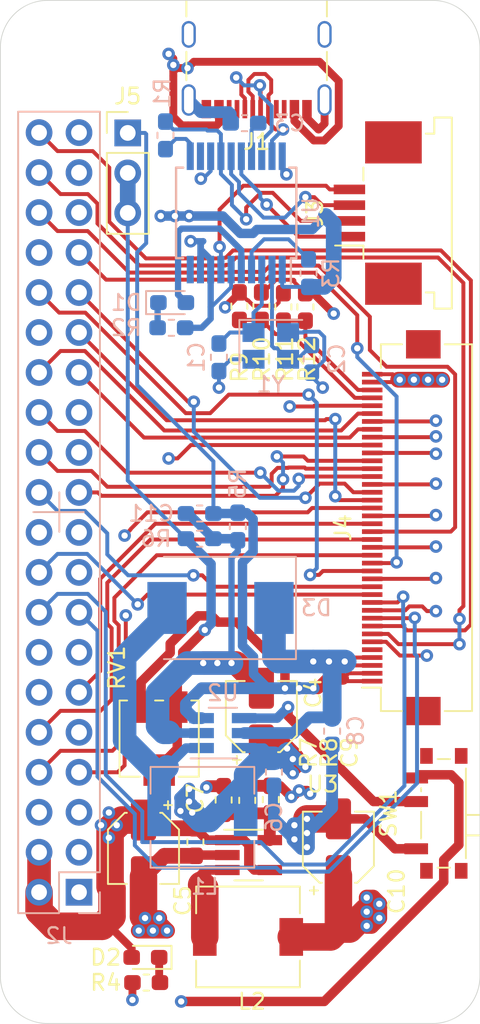
<source format=kicad_pcb>
(kicad_pcb (version 20171130) (host pcbnew "(5.1.4)-1")

  (general
    (thickness 1.6)
    (drawings 9)
    (tracks 792)
    (zones 0)
    (modules 43)
    (nets 64)
  )

  (page A4)
  (layers
    (0 F.Cu signal hide)
    (1 In1.Cu power hide)
    (2 In2.Cu power hide)
    (31 B.Cu signal)
    (32 B.Adhes user hide)
    (33 F.Adhes user hide)
    (34 B.Paste user hide)
    (35 F.Paste user hide)
    (36 B.SilkS user)
    (37 F.SilkS user hide)
    (38 B.Mask user)
    (39 F.Mask user hide)
    (40 Dwgs.User user)
    (41 Cmts.User user)
    (42 Eco1.User user)
    (43 Eco2.User user)
    (44 Edge.Cuts user)
    (45 Margin user)
    (46 B.CrtYd user hide)
    (47 F.CrtYd user hide)
    (48 B.Fab user hide)
    (49 F.Fab user hide)
  )

  (setup
    (last_trace_width 1)
    (user_trace_width 0.4)
    (user_trace_width 0.5)
    (user_trace_width 0.6)
    (user_trace_width 0.75)
    (user_trace_width 1)
    (user_trace_width 1.2)
    (user_trace_width 1.5)
    (user_trace_width 1.75)
    (user_trace_width 2)
    (user_trace_width 2.5)
    (trace_clearance 0.2)
    (zone_clearance 0.508)
    (zone_45_only no)
    (trace_min 0.2)
    (via_size 0.8)
    (via_drill 0.4)
    (via_min_size 0.4)
    (via_min_drill 0.3)
    (user_via 1.5 0.9)
    (user_via 2 1.8)
    (uvia_size 0.3)
    (uvia_drill 0.1)
    (uvias_allowed no)
    (uvia_min_size 0.2)
    (uvia_min_drill 0.1)
    (edge_width 0.05)
    (segment_width 0.2)
    (pcb_text_width 0.3)
    (pcb_text_size 1.5 1.5)
    (mod_edge_width 0.12)
    (mod_text_size 1 1)
    (mod_text_width 0.15)
    (pad_size 3.2 3.2)
    (pad_drill 3.2)
    (pad_to_mask_clearance 0.051)
    (solder_mask_min_width 0.25)
    (aux_axis_origin 0 0)
    (grid_origin 43.5 92.5)
    (visible_elements 7FFFFFFF)
    (pcbplotparams
      (layerselection 0x010fc_ffffffff)
      (usegerberextensions false)
      (usegerberattributes false)
      (usegerberadvancedattributes false)
      (creategerberjobfile false)
      (excludeedgelayer true)
      (linewidth 0.100000)
      (plotframeref false)
      (viasonmask false)
      (mode 1)
      (useauxorigin false)
      (hpglpennumber 1)
      (hpglpenspeed 20)
      (hpglpendiameter 15.000000)
      (psnegative false)
      (psa4output false)
      (plotreference true)
      (plotvalue true)
      (plotinvisibletext false)
      (padsonsilk false)
      (subtractmaskfromsilk false)
      (outputformat 1)
      (mirror false)
      (drillshape 1)
      (scaleselection 1)
      (outputdirectory ""))
  )

  (net 0 "")
  (net 1 GND)
  (net 2 "Net-(C1-Pad1)")
  (net 3 "Net-(C2-Pad1)")
  (net 4 "Net-(C3-Pad2)")
  (net 5 +5V)
  (net 6 LED+)
  (net 7 +3.3VP)
  (net 8 "Net-(C9-Pad2)")
  (net 9 "Net-(D1-Pad2)")
  (net 10 "Net-(D1-Pad1)")
  (net 11 "Net-(D2-Pad1)")
  (net 12 "Net-(D3-Pad2)")
  (net 13 VSYNC)
  (net 14 HSYNC)
  (net 15 Blue0)
  (net 16 Green2)
  (net 17 Green3)
  (net 18 Green5)
  (net 19 "Net-(J2-Pad12)")
  (net 20 "Net-(J2-Pad13)")
  (net 21 Red2)
  (net 22 Red3)
  (net 23 Red4)
  (net 24 /Blue6)
  (net 25 Blue5)
  (net 26 Red5)
  (net 27 /Blue7)
  (net 28 Blue4)
  (net 29 Blue3)
  (net 30 CLK)
  (net 31 DEN)
  (net 32 Blue1)
  (net 33 Blue2)
  (net 34 Green0)
  (net 35 Green1)
  (net 36 /Green7)
  (net 37 Green4)
  (net 38 "Net-(J2-Pad37)")
  (net 39 Red0)
  (net 40 Red1)
  (net 41 "Net-(J3-Pad1)")
  (net 42 "Net-(J3-Pad2)")
  (net 43 "Net-(J3-Pad3)")
  (net 44 "Net-(J3-Pad4)")
  (net 45 LED-)
  (net 46 "Net-(J4-Pad5)")
  (net 47 L_R)
  (net 48 U_D)
  (net 49 "Net-(L2-Pad1)")
  (net 50 "Net-(R1-Pad1)")
  (net 51 "Net-(R3-Pad2)")
  (net 52 EN_BCKLIT)
  (net 53 "Net-(U1-Pad10)")
  (net 54 "Net-(U1-Pad12)")
  (net 55 RV2)
  (net 56 "Net-(J2-Pad1)")
  (net 57 "Net-(J2-Pad17)")
  (net 58 "Net-(J1-PadB5)")
  (net 59 "Net-(J1-PadA6)")
  (net 60 "Net-(J1-PadA8)")
  (net 61 "Net-(J1-PadA5)")
  (net 62 "Net-(J1-PadB8)")
  (net 63 "Net-(J1-PadA7)")

  (net_class Default "Dies ist die voreingestellte Netzklasse."
    (clearance 0.2)
    (trace_width 0.25)
    (via_dia 0.8)
    (via_drill 0.4)
    (uvia_dia 0.3)
    (uvia_drill 0.1)
    (add_net +3.3VP)
    (add_net +5V)
    (add_net /Blue6)
    (add_net /Blue7)
    (add_net /Green7)
    (add_net Blue0)
    (add_net Blue1)
    (add_net Blue2)
    (add_net Blue3)
    (add_net Blue4)
    (add_net Blue5)
    (add_net CLK)
    (add_net DEN)
    (add_net EN_BCKLIT)
    (add_net GND)
    (add_net Green0)
    (add_net Green1)
    (add_net Green2)
    (add_net Green3)
    (add_net Green4)
    (add_net Green5)
    (add_net HSYNC)
    (add_net LED+)
    (add_net LED-)
    (add_net L_R)
    (add_net "Net-(C1-Pad1)")
    (add_net "Net-(C2-Pad1)")
    (add_net "Net-(C3-Pad2)")
    (add_net "Net-(C9-Pad2)")
    (add_net "Net-(D1-Pad1)")
    (add_net "Net-(D1-Pad2)")
    (add_net "Net-(D2-Pad1)")
    (add_net "Net-(D3-Pad2)")
    (add_net "Net-(J1-PadA5)")
    (add_net "Net-(J1-PadA6)")
    (add_net "Net-(J1-PadA7)")
    (add_net "Net-(J1-PadA8)")
    (add_net "Net-(J1-PadB5)")
    (add_net "Net-(J1-PadB8)")
    (add_net "Net-(J2-Pad1)")
    (add_net "Net-(J2-Pad12)")
    (add_net "Net-(J2-Pad13)")
    (add_net "Net-(J2-Pad17)")
    (add_net "Net-(J2-Pad37)")
    (add_net "Net-(J3-Pad1)")
    (add_net "Net-(J3-Pad2)")
    (add_net "Net-(J3-Pad3)")
    (add_net "Net-(J3-Pad4)")
    (add_net "Net-(J4-Pad5)")
    (add_net "Net-(L2-Pad1)")
    (add_net "Net-(R1-Pad1)")
    (add_net "Net-(R3-Pad2)")
    (add_net "Net-(U1-Pad10)")
    (add_net "Net-(U1-Pad12)")
    (add_net RV2)
    (add_net Red0)
    (add_net Red1)
    (add_net Red2)
    (add_net Red3)
    (add_net Red4)
    (add_net Red5)
    (add_net U_D)
    (add_net VSYNC)
  )

  (module Connector_USB:USB_C_Receptacle_Palconn_UTC16-G (layer F.Cu) (tedit 5CF432E0) (tstamp 6031535F)
    (at 56.3 39.4 180)
    (descr http://www.palpilot.com/wp-content/uploads/2017/05/UTC027-GKN-OR-Rev-A.pdf)
    (tags "USB C Type-C Receptacle USB2.0")
    (path /60591EAA)
    (attr smd)
    (fp_text reference J1 (at 0 -4.58) (layer F.SilkS)
      (effects (font (size 1 1) (thickness 0.15)))
    )
    (fp_text value USB_C_Receptacle_USB2.0 (at 0 6.24) (layer F.Fab)
      (effects (font (size 1 1) (thickness 0.15)))
    )
    (fp_text user "PCB Edge" (at 0 3.43) (layer Dwgs.User)
      (effects (font (size 1 1) (thickness 0.15)))
    )
    (fp_line (start -4.47 -2.48) (end 4.47 -2.48) (layer F.Fab) (width 0.1))
    (fp_line (start 4.47 -2.48) (end 4.47 4.84) (layer F.Fab) (width 0.1))
    (fp_line (start 4.47 4.84) (end -4.47 4.84) (layer F.Fab) (width 0.1))
    (fp_line (start -4.47 -2.48) (end -4.47 4.84) (layer F.Fab) (width 0.1))
    (fp_text user %R (at 0 1.18) (layer F.Fab)
      (effects (font (size 1 1) (thickness 0.15)))
    )
    (fp_line (start -5.27 5.34) (end 5.27 5.34) (layer F.CrtYd) (width 0.05))
    (fp_line (start -5.27 -3.59) (end -5.27 5.34) (layer F.CrtYd) (width 0.05))
    (fp_line (start 5.27 -3.59) (end -5.27 -3.59) (layer F.CrtYd) (width 0.05))
    (fp_line (start 5.27 5.34) (end 5.27 -3.59) (layer F.CrtYd) (width 0.05))
    (fp_line (start -4.47 4.34) (end 4.47 4.34) (layer Dwgs.User) (width 0.1))
    (fp_line (start -4.47 -0.67) (end -4.47 1.13) (layer F.SilkS) (width 0.12))
    (fp_line (start -4.47 4.84) (end -4.47 3.38) (layer F.SilkS) (width 0.12))
    (fp_line (start 4.47 4.84) (end 4.47 3.38) (layer F.SilkS) (width 0.12))
    (fp_line (start 4.47 -0.67) (end 4.47 1.13) (layer F.SilkS) (width 0.12))
    (fp_line (start 4.47 4.84) (end -4.47 4.84) (layer F.SilkS) (width 0.12))
    (pad A12 smd rect (at 3.2 -2.51 180) (size 0.6 1.16) (layers F.Cu F.Paste F.Mask)
      (net 1 GND))
    (pad A9 smd rect (at 2.4 -2.51 180) (size 0.6 1.16) (layers F.Cu F.Paste F.Mask)
      (net 5 +5V))
    (pad B1 smd rect (at 3.2 -2.51 180) (size 0.6 1.16) (layers F.Cu F.Paste F.Mask)
      (net 1 GND))
    (pad B4 smd rect (at 2.4 -2.51 180) (size 0.6 1.16) (layers F.Cu F.Paste F.Mask)
      (net 5 +5V))
    (pad B12 smd rect (at -3.2 -2.51 180) (size 0.6 1.16) (layers F.Cu F.Paste F.Mask)
      (net 1 GND))
    (pad A1 smd rect (at -3.2 -2.51 180) (size 0.6 1.16) (layers F.Cu F.Paste F.Mask)
      (net 1 GND))
    (pad B9 smd rect (at -2.4 -2.51 180) (size 0.6 1.16) (layers F.Cu F.Paste F.Mask)
      (net 5 +5V))
    (pad A4 smd rect (at -2.4 -2.51 180) (size 0.6 1.16) (layers F.Cu F.Paste F.Mask)
      (net 5 +5V))
    (pad "" np_thru_hole circle (at -2.89 -1.45) (size 0.6 0.6) (drill 0.6) (layers *.Cu *.Mask))
    (pad "" np_thru_hole circle (at 2.89 -1.45) (size 0.6 0.6) (drill 0.6) (layers *.Cu *.Mask))
    (pad B5 smd rect (at 1.75 -2.51) (size 0.3 1.16) (layers F.Cu F.Paste F.Mask)
      (net 58 "Net-(J1-PadB5)"))
    (pad B6 smd rect (at 0.75 -2.51) (size 0.3 1.16) (layers F.Cu F.Paste F.Mask)
      (net 59 "Net-(J1-PadA6)"))
    (pad A8 smd rect (at 1.25 -2.51) (size 0.3 1.16) (layers F.Cu F.Paste F.Mask)
      (net 60 "Net-(J1-PadA8)"))
    (pad A5 smd rect (at -1.25 -2.51) (size 0.3 1.16) (layers F.Cu F.Paste F.Mask)
      (net 61 "Net-(J1-PadA5)"))
    (pad B8 smd rect (at -1.75 -2.51) (size 0.3 1.16) (layers F.Cu F.Paste F.Mask)
      (net 62 "Net-(J1-PadB8)"))
    (pad A7 smd rect (at 0.25 -2.51) (size 0.3 1.16) (layers F.Cu F.Paste F.Mask)
      (net 63 "Net-(J1-PadA7)"))
    (pad A6 smd rect (at -0.25 -2.51) (size 0.3 1.16) (layers F.Cu F.Paste F.Mask)
      (net 59 "Net-(J1-PadA6)"))
    (pad B7 smd rect (at -0.75 -2.51) (size 0.3 1.16) (layers F.Cu F.Paste F.Mask)
      (net 63 "Net-(J1-PadA7)"))
    (pad S1 thru_hole oval (at 4.32 2.24 270) (size 1.7 0.9) (drill oval 1.4 0.6) (layers *.Cu *.Mask)
      (net 1 GND))
    (pad S1 thru_hole oval (at -4.32 2.24 270) (size 1.7 0.9) (drill oval 1.4 0.6) (layers *.Cu *.Mask)
      (net 1 GND))
    (pad S1 thru_hole oval (at 4.32 -1.93 270) (size 2 0.9) (drill oval 1.7 0.6) (layers *.Cu *.Mask)
      (net 1 GND))
    (pad S1 thru_hole oval (at -4.32 -1.93 270) (size 2 0.9) (drill oval 1.7 0.6) (layers *.Cu *.Mask)
      (net 1 GND))
    (model ${KISYS3DMOD}/Connector_USB.3dshapes/USB_C_Receptacle_Palconn_UTC16-G.wrl
      (at (xyz 0 0 0))
      (scale (xyz 1 1 1))
      (rotate (xyz 0 0 0))
    )
  )

  (module Crystal:Crystal_SMD_3225-4Pin_3.2x2.5mm (layer B.Cu) (tedit 5A0FD1B2) (tstamp 603124F9)
    (at 57.2 56.95)
    (descr "SMD Crystal SERIES SMD3225/4 http://www.txccrystal.com/images/pdf/7m-accuracy.pdf, 3.2x2.5mm^2 package")
    (tags "SMD SMT crystal")
    (path /60467B7E)
    (attr smd)
    (fp_text reference Y1 (at 0 2.45) (layer B.SilkS)
      (effects (font (size 1 1) (thickness 0.15)) (justify mirror))
    )
    (fp_text value Crystal_GND24 (at 0 -2.45) (layer B.Fab)
      (effects (font (size 1 1) (thickness 0.15)) (justify mirror))
    )
    (fp_line (start 2.1 1.7) (end -2.1 1.7) (layer B.CrtYd) (width 0.05))
    (fp_line (start 2.1 -1.7) (end 2.1 1.7) (layer B.CrtYd) (width 0.05))
    (fp_line (start -2.1 -1.7) (end 2.1 -1.7) (layer B.CrtYd) (width 0.05))
    (fp_line (start -2.1 1.7) (end -2.1 -1.7) (layer B.CrtYd) (width 0.05))
    (fp_line (start -2 -1.65) (end 2 -1.65) (layer B.SilkS) (width 0.12))
    (fp_line (start -2 1.65) (end -2 -1.65) (layer B.SilkS) (width 0.12))
    (fp_line (start -1.6 -0.25) (end -0.6 -1.25) (layer B.Fab) (width 0.1))
    (fp_line (start 1.6 1.25) (end -1.6 1.25) (layer B.Fab) (width 0.1))
    (fp_line (start 1.6 -1.25) (end 1.6 1.25) (layer B.Fab) (width 0.1))
    (fp_line (start -1.6 -1.25) (end 1.6 -1.25) (layer B.Fab) (width 0.1))
    (fp_line (start -1.6 1.25) (end -1.6 -1.25) (layer B.Fab) (width 0.1))
    (fp_text user %R (at 0 0) (layer B.Fab)
      (effects (font (size 0.7 0.7) (thickness 0.105)) (justify mirror))
    )
    (pad 4 smd rect (at -1.1 0.85) (size 1.4 1.2) (layers B.Cu B.Paste B.Mask)
      (net 1 GND))
    (pad 3 smd rect (at 1.1 0.85) (size 1.4 1.2) (layers B.Cu B.Paste B.Mask)
      (net 3 "Net-(C2-Pad1)"))
    (pad 2 smd rect (at 1.1 -0.85) (size 1.4 1.2) (layers B.Cu B.Paste B.Mask)
      (net 1 GND))
    (pad 1 smd rect (at -1.1 -0.85) (size 1.4 1.2) (layers B.Cu B.Paste B.Mask)
      (net 2 "Net-(C1-Pad1)"))
    (model ${KISYS3DMOD}/Crystal.3dshapes/Crystal_SMD_3225-4Pin_3.2x2.5mm.wrl
      (at (xyz 0 0 0))
      (scale (xyz 1 1 1))
      (rotate (xyz 0 0 0))
    )
  )

  (module Capacitor_SMD:CP_Elec_4x5.3 (layer F.Cu) (tedit 5BCA39CF) (tstamp 602FE2A0)
    (at 61.5 88.8 90)
    (descr "SMD capacitor, aluminum electrolytic, Vishay, 4.0x5.3mm")
    (tags "capacitor electrolytic")
    (path /6046ECB3)
    (attr smd)
    (fp_text reference C10 (at -2.8 3.7 90) (layer F.SilkS)
      (effects (font (size 1 1) (thickness 0.15)))
    )
    (fp_text value 22u (at 0 3.2 90) (layer F.Fab)
      (effects (font (size 1 1) (thickness 0.15)))
    )
    (fp_text user %R (at 0 0 90) (layer F.Fab)
      (effects (font (size 0.8 0.8) (thickness 0.12)))
    )
    (fp_line (start -3.35 1.05) (end -2.4 1.05) (layer F.CrtYd) (width 0.05))
    (fp_line (start -3.35 -1.05) (end -3.35 1.05) (layer F.CrtYd) (width 0.05))
    (fp_line (start -2.4 -1.05) (end -3.35 -1.05) (layer F.CrtYd) (width 0.05))
    (fp_line (start -2.4 1.05) (end -2.4 1.25) (layer F.CrtYd) (width 0.05))
    (fp_line (start -2.4 -1.25) (end -2.4 -1.05) (layer F.CrtYd) (width 0.05))
    (fp_line (start -2.4 -1.25) (end -1.25 -2.4) (layer F.CrtYd) (width 0.05))
    (fp_line (start -2.4 1.25) (end -1.25 2.4) (layer F.CrtYd) (width 0.05))
    (fp_line (start -1.25 -2.4) (end 2.4 -2.4) (layer F.CrtYd) (width 0.05))
    (fp_line (start -1.25 2.4) (end 2.4 2.4) (layer F.CrtYd) (width 0.05))
    (fp_line (start 2.4 1.05) (end 2.4 2.4) (layer F.CrtYd) (width 0.05))
    (fp_line (start 3.35 1.05) (end 2.4 1.05) (layer F.CrtYd) (width 0.05))
    (fp_line (start 3.35 -1.05) (end 3.35 1.05) (layer F.CrtYd) (width 0.05))
    (fp_line (start 2.4 -1.05) (end 3.35 -1.05) (layer F.CrtYd) (width 0.05))
    (fp_line (start 2.4 -2.4) (end 2.4 -1.05) (layer F.CrtYd) (width 0.05))
    (fp_line (start -2.75 -1.81) (end -2.75 -1.31) (layer F.SilkS) (width 0.12))
    (fp_line (start -3 -1.56) (end -2.5 -1.56) (layer F.SilkS) (width 0.12))
    (fp_line (start -2.26 1.195563) (end -1.195563 2.26) (layer F.SilkS) (width 0.12))
    (fp_line (start -2.26 -1.195563) (end -1.195563 -2.26) (layer F.SilkS) (width 0.12))
    (fp_line (start -2.26 -1.195563) (end -2.26 -1.06) (layer F.SilkS) (width 0.12))
    (fp_line (start -2.26 1.195563) (end -2.26 1.06) (layer F.SilkS) (width 0.12))
    (fp_line (start -1.195563 2.26) (end 2.26 2.26) (layer F.SilkS) (width 0.12))
    (fp_line (start -1.195563 -2.26) (end 2.26 -2.26) (layer F.SilkS) (width 0.12))
    (fp_line (start 2.26 -2.26) (end 2.26 -1.06) (layer F.SilkS) (width 0.12))
    (fp_line (start 2.26 2.26) (end 2.26 1.06) (layer F.SilkS) (width 0.12))
    (fp_line (start -1.374773 -1.2) (end -1.374773 -0.8) (layer F.Fab) (width 0.1))
    (fp_line (start -1.574773 -1) (end -1.174773 -1) (layer F.Fab) (width 0.1))
    (fp_line (start -2.15 1.15) (end -1.15 2.15) (layer F.Fab) (width 0.1))
    (fp_line (start -2.15 -1.15) (end -1.15 -2.15) (layer F.Fab) (width 0.1))
    (fp_line (start -2.15 -1.15) (end -2.15 1.15) (layer F.Fab) (width 0.1))
    (fp_line (start -1.15 2.15) (end 2.15 2.15) (layer F.Fab) (width 0.1))
    (fp_line (start -1.15 -2.15) (end 2.15 -2.15) (layer F.Fab) (width 0.1))
    (fp_line (start 2.15 -2.15) (end 2.15 2.15) (layer F.Fab) (width 0.1))
    (fp_circle (center 0 0) (end 2 0) (layer F.Fab) (width 0.1))
    (pad 2 smd roundrect (at 1.8 0 90) (size 2.6 1.6) (layers F.Cu F.Paste F.Mask) (roundrect_rratio 0.15625)
      (net 1 GND))
    (pad 1 smd roundrect (at -1.8 0 90) (size 2.6 1.6) (layers F.Cu F.Paste F.Mask) (roundrect_rratio 0.15625)
      (net 7 +3.3VP))
    (model ${KISYS3DMOD}/Capacitor_SMD.3dshapes/CP_Elec_4x5.3.wrl
      (at (xyz 0 0 0))
      (scale (xyz 1 1 1))
      (rotate (xyz 0 0 0))
    )
  )

  (module MountingHole:MountingHole_3.2mm_M3 (layer F.Cu) (tedit 56D1B4CB) (tstamp 60302FFE)
    (at 66.75 96.5)
    (descr "Mounting Hole 3.2mm, no annular, M3")
    (tags "mounting hole 3.2mm no annular m3")
    (path /603BD2B0)
    (attr virtual)
    (fp_text reference H4 (at 0 -4.2) (layer F.SilkS) hide
      (effects (font (size 1 1) (thickness 0.15)))
    )
    (fp_text value MountingHole (at 0 4.2) (layer F.Fab)
      (effects (font (size 1 1) (thickness 0.15)))
    )
    (fp_circle (center 0 0) (end 3.45 0) (layer F.CrtYd) (width 0.05))
    (fp_circle (center 0 0) (end 3.2 0) (layer Cmts.User) (width 0.15))
    (fp_text user %R (at 0.3 0) (layer F.Fab)
      (effects (font (size 1 1) (thickness 0.15)))
    )
    (pad 1 np_thru_hole circle (at 0 0) (size 3.2 3.2) (drill 3.2) (layers *.Cu *.Mask))
  )

  (module MountingHole:MountingHole_3.2mm_M3 (layer F.Cu) (tedit 56D1B4CB) (tstamp 60302A19)
    (at 66.75 38.5)
    (descr "Mounting Hole 3.2mm, no annular, M3")
    (tags "mounting hole 3.2mm no annular m3")
    (path /603BD03E)
    (attr virtual)
    (fp_text reference H3 (at 0 -4.2) (layer F.SilkS) hide
      (effects (font (size 1 1) (thickness 0.15)))
    )
    (fp_text value MountingHole (at 0 4.2) (layer F.Fab)
      (effects (font (size 1 1) (thickness 0.15)))
    )
    (fp_circle (center 0 0) (end 3.45 0) (layer F.CrtYd) (width 0.05))
    (fp_circle (center 0 0) (end 3.2 0) (layer Cmts.User) (width 0.15))
    (fp_text user %R (at 0.3 0) (layer F.Fab)
      (effects (font (size 1 1) (thickness 0.15)))
    )
    (pad 1 np_thru_hole circle (at 0 0) (size 3.2 3.2) (drill 3.2) (layers *.Cu *.Mask))
  )

  (module MountingHole:MountingHole_3.2mm_M3 (layer F.Cu) (tedit 56D1B4CB) (tstamp 60302A11)
    (at 43.75 96.5)
    (descr "Mounting Hole 3.2mm, no annular, M3")
    (tags "mounting hole 3.2mm no annular m3")
    (path /603BCE2E)
    (attr virtual)
    (fp_text reference H2 (at 3.75 -3.5) (layer F.SilkS) hide
      (effects (font (size 1 1) (thickness 0.15)))
    )
    (fp_text value MountingHole (at 0 4.2) (layer F.Fab)
      (effects (font (size 1 1) (thickness 0.15)))
    )
    (fp_circle (center 0 0) (end 3.45 0) (layer F.CrtYd) (width 0.05))
    (fp_circle (center 0 0) (end 3.2 0) (layer Cmts.User) (width 0.15))
    (fp_text user %R (at 0.3 0) (layer F.Fab)
      (effects (font (size 1 1) (thickness 0.15)))
    )
    (pad 1 np_thru_hole circle (at 0 0) (size 3.2 3.2) (drill 3.2) (layers *.Cu *.Mask))
  )

  (module MountingHole:MountingHole_3.2mm_M3 (layer F.Cu) (tedit 56D1B4CB) (tstamp 60302FC3)
    (at 43.75 38.5)
    (descr "Mounting Hole 3.2mm, no annular, M3")
    (tags "mounting hole 3.2mm no annular m3")
    (path /603BBE19)
    (attr virtual)
    (fp_text reference H1 (at 0 -4.2) (layer F.SilkS) hide
      (effects (font (size 1 1) (thickness 0.15)))
    )
    (fp_text value MountingHole (at 0 4.2) (layer F.Fab)
      (effects (font (size 1 1) (thickness 0.15)))
    )
    (fp_circle (center 0 0) (end 3.45 0) (layer F.CrtYd) (width 0.05))
    (fp_circle (center 0 0) (end 3.2 0) (layer Cmts.User) (width 0.15))
    (fp_text user %R (at 0.3 0) (layer F.Fab)
      (effects (font (size 1 1) (thickness 0.15)))
    )
    (pad 1 np_thru_hole circle (at 0 0) (size 3.2 3.2) (drill 3.2) (layers *.Cu *.Mask))
  )

  (module Connector_PinSocket_2.54mm:PinSocket_2x20_P2.54mm_Vertical (layer B.Cu) (tedit 60300576) (tstamp 60301E81)
    (at 45 91.66)
    (descr "Through hole straight socket strip, 2x20, 2.54mm pitch, double cols (from Kicad 4.0.7), script generated")
    (tags "Through hole socket strip THT 2x20 2.54mm double row")
    (path /602EEB0B)
    (fp_text reference J2 (at -1.27 2.77) (layer B.SilkS)
      (effects (font (size 1 1) (thickness 0.15)) (justify mirror))
    )
    (fp_text value RPI40 (at -1.27 -51.03) (layer B.Fab)
      (effects (font (size 1 1) (thickness 0.15)) (justify mirror))
    )
    (fp_line (start -3.81 1.27) (end 0.27 1.27) (layer B.Fab) (width 0.1))
    (fp_line (start 0.27 1.27) (end 1.27 0.27) (layer B.Fab) (width 0.1))
    (fp_line (start 1.27 0.27) (end 1.27 -49.53) (layer B.Fab) (width 0.1))
    (fp_line (start 1.27 -49.53) (end -3.81 -49.53) (layer B.Fab) (width 0.1))
    (fp_line (start -3.81 -49.53) (end -3.81 1.27) (layer B.Fab) (width 0.1))
    (fp_line (start -3.87 1.33) (end -1.27 1.33) (layer B.SilkS) (width 0.12))
    (fp_line (start -3.87 1.33) (end -3.87 -49.59) (layer B.SilkS) (width 0.12))
    (fp_line (start -3.87 -49.59) (end 1.33 -49.59) (layer B.SilkS) (width 0.12))
    (fp_line (start 1.33 -1.27) (end 1.33 -49.59) (layer B.SilkS) (width 0.12))
    (fp_line (start -1.27 -1.27) (end 1.33 -1.27) (layer B.SilkS) (width 0.12))
    (fp_line (start -1.27 1.33) (end -1.27 -1.27) (layer B.SilkS) (width 0.12))
    (fp_line (start 1.33 1.33) (end 1.33 0) (layer B.SilkS) (width 0.12))
    (fp_line (start 0 1.33) (end 1.33 1.33) (layer B.SilkS) (width 0.12))
    (fp_line (start -4.34 1.8) (end 1.76 1.8) (layer B.CrtYd) (width 0.05))
    (fp_line (start 1.76 1.8) (end 1.76 -50) (layer B.CrtYd) (width 0.05))
    (fp_line (start 1.76 -50) (end -4.34 -50) (layer B.CrtYd) (width 0.05))
    (fp_line (start -4.34 -50) (end -4.34 1.8) (layer B.CrtYd) (width 0.05))
    (fp_text user %R (at -1.27 -24.13 270) (layer B.Fab)
      (effects (font (size 1 1) (thickness 0.15)) (justify mirror))
    )
    (fp_line (start -2.9 -24.15) (end 0.3 -24.15) (layer B.SilkS) (width 0.12))
    (fp_line (start -1.25 -22.9) (end -1.25 -25.4) (layer B.SilkS) (width 0.12))
    (pad 1 thru_hole rect (at 0 0) (size 1.7 1.7) (drill 1) (layers *.Cu *.Mask)
      (net 56 "Net-(J2-Pad1)"))
    (pad 2 thru_hole oval (at -2.54 0) (size 1.7 1.7) (drill 1) (layers *.Cu *.Mask)
      (net 5 +5V))
    (pad 3 thru_hole oval (at 0 -2.54) (size 1.7 1.7) (drill 1) (layers *.Cu *.Mask)
      (net 13 VSYNC))
    (pad 4 thru_hole oval (at -2.54 -2.54) (size 1.7 1.7) (drill 1) (layers *.Cu *.Mask)
      (net 5 +5V))
    (pad 5 thru_hole oval (at 0 -5.08) (size 1.7 1.7) (drill 1) (layers *.Cu *.Mask)
      (net 14 HSYNC))
    (pad 6 thru_hole oval (at -2.54 -5.08) (size 1.7 1.7) (drill 1) (layers *.Cu *.Mask)
      (net 1 GND))
    (pad 7 thru_hole oval (at 0 -7.62) (size 1.7 1.7) (drill 1) (layers *.Cu *.Mask)
      (net 15 Blue0))
    (pad 8 thru_hole oval (at -2.54 -7.62) (size 1.7 1.7) (drill 1) (layers *.Cu *.Mask)
      (net 16 Green2))
    (pad 9 thru_hole oval (at 0 -10.16) (size 1.7 1.7) (drill 1) (layers *.Cu *.Mask)
      (net 1 GND))
    (pad 10 thru_hole oval (at -2.54 -10.16) (size 1.7 1.7) (drill 1) (layers *.Cu *.Mask)
      (net 17 Green3))
    (pad 11 thru_hole oval (at 0 -12.7) (size 1.7 1.7) (drill 1) (layers *.Cu *.Mask)
      (net 18 Green5))
    (pad 12 thru_hole oval (at -2.54 -12.7) (size 1.7 1.7) (drill 1) (layers *.Cu *.Mask)
      (net 19 "Net-(J2-Pad12)"))
    (pad 13 thru_hole oval (at 0 -15.24) (size 1.7 1.7) (drill 1) (layers *.Cu *.Mask)
      (net 20 "Net-(J2-Pad13)"))
    (pad 14 thru_hole oval (at -2.54 -15.24) (size 1.7 1.7) (drill 1) (layers *.Cu *.Mask)
      (net 1 GND))
    (pad 15 thru_hole oval (at 0 -17.78) (size 1.7 1.7) (drill 1) (layers *.Cu *.Mask)
      (net 21 Red2))
    (pad 16 thru_hole oval (at -2.54 -17.78) (size 1.7 1.7) (drill 1) (layers *.Cu *.Mask)
      (net 22 Red3))
    (pad 17 thru_hole oval (at 0 -20.32) (size 1.7 1.7) (drill 1) (layers *.Cu *.Mask)
      (net 57 "Net-(J2-Pad17)"))
    (pad 18 thru_hole oval (at -2.54 -20.32) (size 1.7 1.7) (drill 1) (layers *.Cu *.Mask)
      (net 23 Red4))
    (pad 19 thru_hole oval (at 0 -22.86) (size 1.7 1.7) (drill 1) (layers *.Cu *.Mask)
      (net 24 /Blue6))
    (pad 20 thru_hole oval (at -2.54 -22.86) (size 1.7 1.7) (drill 1) (layers *.Cu *.Mask)
      (net 1 GND))
    (pad 21 thru_hole oval (at 0 -25.4) (size 1.7 1.7) (drill 1) (layers *.Cu *.Mask)
      (net 25 Blue5))
    (pad 22 thru_hole oval (at -2.54 -25.4) (size 1.7 1.7) (drill 1) (layers *.Cu *.Mask)
      (net 26 Red5))
    (pad 23 thru_hole oval (at 0 -27.94) (size 1.7 1.7) (drill 1) (layers *.Cu *.Mask)
      (net 27 /Blue7))
    (pad 24 thru_hole oval (at -2.54 -27.94) (size 1.7 1.7) (drill 1) (layers *.Cu *.Mask)
      (net 28 Blue4))
    (pad 25 thru_hole oval (at 0 -30.48) (size 1.7 1.7) (drill 1) (layers *.Cu *.Mask)
      (net 1 GND))
    (pad 26 thru_hole oval (at -2.54 -30.48) (size 1.7 1.7) (drill 1) (layers *.Cu *.Mask)
      (net 29 Blue3))
    (pad 27 thru_hole oval (at 0 -33.02) (size 1.7 1.7) (drill 1) (layers *.Cu *.Mask)
      (net 30 CLK))
    (pad 28 thru_hole oval (at -2.54 -33.02) (size 1.7 1.7) (drill 1) (layers *.Cu *.Mask)
      (net 31 DEN))
    (pad 29 thru_hole oval (at 0 -35.56) (size 1.7 1.7) (drill 1) (layers *.Cu *.Mask)
      (net 32 Blue1))
    (pad 30 thru_hole oval (at -2.54 -35.56) (size 1.7 1.7) (drill 1) (layers *.Cu *.Mask)
      (net 1 GND))
    (pad 31 thru_hole oval (at 0 -38.1) (size 1.7 1.7) (drill 1) (layers *.Cu *.Mask)
      (net 33 Blue2))
    (pad 32 thru_hole oval (at -2.54 -38.1) (size 1.7 1.7) (drill 1) (layers *.Cu *.Mask)
      (net 34 Green0))
    (pad 33 thru_hole oval (at 0 -40.64) (size 1.7 1.7) (drill 1) (layers *.Cu *.Mask)
      (net 35 Green1))
    (pad 34 thru_hole oval (at -2.54 -40.64) (size 1.7 1.7) (drill 1) (layers *.Cu *.Mask)
      (net 1 GND))
    (pad 35 thru_hole oval (at 0 -43.18) (size 1.7 1.7) (drill 1) (layers *.Cu *.Mask)
      (net 36 /Green7))
    (pad 36 thru_hole oval (at -2.54 -43.18) (size 1.7 1.7) (drill 1) (layers *.Cu *.Mask)
      (net 37 Green4))
    (pad 37 thru_hole oval (at 0 -45.72) (size 1.7 1.7) (drill 1) (layers *.Cu *.Mask)
      (net 38 "Net-(J2-Pad37)"))
    (pad 38 thru_hole oval (at -2.54 -45.72) (size 1.7 1.7) (drill 1) (layers *.Cu *.Mask)
      (net 39 Red0))
    (pad 39 thru_hole oval (at 0 -48.26) (size 1.7 1.7) (drill 1) (layers *.Cu *.Mask)
      (net 1 GND))
    (pad 40 thru_hole oval (at -2.54 -48.26) (size 1.7 1.7) (drill 1) (layers *.Cu *.Mask)
      (net 40 Red1))
    (model ${KISYS3DMOD}/Connector_PinSocket_2.54mm.3dshapes/PinSocket_2x20_P2.54mm_Vertical.wrl
      (at (xyz 0 0 0))
      (scale (xyz 1 1 1))
      (rotate (xyz 0 0 0))
    )
  )

  (module Capacitor_SMD:C_0603_1608Metric_Pad1.05x0.95mm_HandSolder (layer F.Cu) (tedit 5B301BBE) (tstamp 60316208)
    (at 52.404 88.472 270)
    (descr "Capacitor SMD 0603 (1608 Metric), square (rectangular) end terminal, IPC_7351 nominal with elongated pad for handsoldering. (Body size source: http://www.tortai-tech.com/upload/download/2011102023233369053.pdf), generated with kicad-footprint-generator")
    (tags "capacitor handsolder")
    (path /6044F274)
    (attr smd)
    (fp_text reference C7 (at -2.772 0.004 90) (layer F.SilkS)
      (effects (font (size 1 1) (thickness 0.15)))
    )
    (fp_text value 100n (at 0 1.43 90) (layer F.Fab)
      (effects (font (size 1 1) (thickness 0.15)))
    )
    (fp_line (start -0.8 0.4) (end -0.8 -0.4) (layer F.Fab) (width 0.1))
    (fp_line (start -0.8 -0.4) (end 0.8 -0.4) (layer F.Fab) (width 0.1))
    (fp_line (start 0.8 -0.4) (end 0.8 0.4) (layer F.Fab) (width 0.1))
    (fp_line (start 0.8 0.4) (end -0.8 0.4) (layer F.Fab) (width 0.1))
    (fp_line (start -0.171267 -0.51) (end 0.171267 -0.51) (layer F.SilkS) (width 0.12))
    (fp_line (start -0.171267 0.51) (end 0.171267 0.51) (layer F.SilkS) (width 0.12))
    (fp_line (start -1.65 0.73) (end -1.65 -0.73) (layer F.CrtYd) (width 0.05))
    (fp_line (start -1.65 -0.73) (end 1.65 -0.73) (layer F.CrtYd) (width 0.05))
    (fp_line (start 1.65 -0.73) (end 1.65 0.73) (layer F.CrtYd) (width 0.05))
    (fp_line (start 1.65 0.73) (end -1.65 0.73) (layer F.CrtYd) (width 0.05))
    (fp_text user %R (at 0 0 90) (layer F.Fab)
      (effects (font (size 0.4 0.4) (thickness 0.06)))
    )
    (pad 1 smd roundrect (at -0.875 0 270) (size 1.05 0.95) (layers F.Cu F.Paste F.Mask) (roundrect_rratio 0.25)
      (net 5 +5V))
    (pad 2 smd roundrect (at 0.875 0 270) (size 1.05 0.95) (layers F.Cu F.Paste F.Mask) (roundrect_rratio 0.25)
      (net 1 GND))
    (model ${KISYS3DMOD}/Capacitor_SMD.3dshapes/C_0603_1608Metric.wrl
      (at (xyz 0 0 0))
      (scale (xyz 1 1 1))
      (rotate (xyz 0 0 0))
    )
  )

  (module LED_SMD:LED_0603_1608Metric_Pad1.05x0.95mm_HandSolder (layer F.Cu) (tedit 5B4B45C9) (tstamp 602FF464)
    (at 49.225 95.8 180)
    (descr "LED SMD 0603 (1608 Metric), square (rectangular) end terminal, IPC_7351 nominal, (Body size source: http://www.tortai-tech.com/upload/download/2011102023233369053.pdf), generated with kicad-footprint-generator")
    (tags "LED handsolder")
    (path /606D6C3E)
    (attr smd)
    (fp_text reference D2 (at 2.525 0) (layer F.SilkS)
      (effects (font (size 1 1) (thickness 0.15)))
    )
    (fp_text value LED (at 0 1.43) (layer F.Fab)
      (effects (font (size 1 1) (thickness 0.15)))
    )
    (fp_line (start 0.8 -0.4) (end -0.5 -0.4) (layer F.Fab) (width 0.1))
    (fp_line (start -0.5 -0.4) (end -0.8 -0.1) (layer F.Fab) (width 0.1))
    (fp_line (start -0.8 -0.1) (end -0.8 0.4) (layer F.Fab) (width 0.1))
    (fp_line (start -0.8 0.4) (end 0.8 0.4) (layer F.Fab) (width 0.1))
    (fp_line (start 0.8 0.4) (end 0.8 -0.4) (layer F.Fab) (width 0.1))
    (fp_line (start 0.8 -0.735) (end -1.66 -0.735) (layer F.SilkS) (width 0.12))
    (fp_line (start -1.66 -0.735) (end -1.66 0.735) (layer F.SilkS) (width 0.12))
    (fp_line (start -1.66 0.735) (end 0.8 0.735) (layer F.SilkS) (width 0.12))
    (fp_line (start -1.65 0.73) (end -1.65 -0.73) (layer F.CrtYd) (width 0.05))
    (fp_line (start -1.65 -0.73) (end 1.65 -0.73) (layer F.CrtYd) (width 0.05))
    (fp_line (start 1.65 -0.73) (end 1.65 0.73) (layer F.CrtYd) (width 0.05))
    (fp_line (start 1.65 0.73) (end -1.65 0.73) (layer F.CrtYd) (width 0.05))
    (fp_text user %R (at 0 0) (layer F.Fab)
      (effects (font (size 0.4 0.4) (thickness 0.06)))
    )
    (pad 1 smd roundrect (at -0.875 0 180) (size 1.05 0.95) (layers F.Cu F.Paste F.Mask) (roundrect_rratio 0.25)
      (net 11 "Net-(D2-Pad1)"))
    (pad 2 smd roundrect (at 0.875 0 180) (size 1.05 0.95) (layers F.Cu F.Paste F.Mask) (roundrect_rratio 0.25)
      (net 5 +5V))
    (model ${KISYS3DMOD}/LED_SMD.3dshapes/LED_0603_1608Metric.wrl
      (at (xyz 0 0 0))
      (scale (xyz 1 1 1))
      (rotate (xyz 0 0 0))
    )
  )

  (module Capacitor_SMD:CP_Elec_4x5.3 (layer F.Cu) (tedit 5BCA39CF) (tstamp 60301269)
    (at 49.102 88.875 270)
    (descr "SMD capacitor, aluminum electrolytic, Vishay, 4.0x5.3mm")
    (tags "capacitor electrolytic")
    (path /6044FAF1)
    (attr smd)
    (fp_text reference C5 (at 3.325 -2.498 90) (layer F.SilkS)
      (effects (font (size 1 1) (thickness 0.15)))
    )
    (fp_text value 22u (at 0 3.2 90) (layer F.Fab)
      (effects (font (size 1 1) (thickness 0.15)))
    )
    (fp_circle (center 0 0) (end 2 0) (layer F.Fab) (width 0.1))
    (fp_line (start 2.15 -2.15) (end 2.15 2.15) (layer F.Fab) (width 0.1))
    (fp_line (start -1.15 -2.15) (end 2.15 -2.15) (layer F.Fab) (width 0.1))
    (fp_line (start -1.15 2.15) (end 2.15 2.15) (layer F.Fab) (width 0.1))
    (fp_line (start -2.15 -1.15) (end -2.15 1.15) (layer F.Fab) (width 0.1))
    (fp_line (start -2.15 -1.15) (end -1.15 -2.15) (layer F.Fab) (width 0.1))
    (fp_line (start -2.15 1.15) (end -1.15 2.15) (layer F.Fab) (width 0.1))
    (fp_line (start -1.574773 -1) (end -1.174773 -1) (layer F.Fab) (width 0.1))
    (fp_line (start -1.374773 -1.2) (end -1.374773 -0.8) (layer F.Fab) (width 0.1))
    (fp_line (start 2.26 2.26) (end 2.26 1.06) (layer F.SilkS) (width 0.12))
    (fp_line (start 2.26 -2.26) (end 2.26 -1.06) (layer F.SilkS) (width 0.12))
    (fp_line (start -1.195563 -2.26) (end 2.26 -2.26) (layer F.SilkS) (width 0.12))
    (fp_line (start -1.195563 2.26) (end 2.26 2.26) (layer F.SilkS) (width 0.12))
    (fp_line (start -2.26 1.195563) (end -2.26 1.06) (layer F.SilkS) (width 0.12))
    (fp_line (start -2.26 -1.195563) (end -2.26 -1.06) (layer F.SilkS) (width 0.12))
    (fp_line (start -2.26 -1.195563) (end -1.195563 -2.26) (layer F.SilkS) (width 0.12))
    (fp_line (start -2.26 1.195563) (end -1.195563 2.26) (layer F.SilkS) (width 0.12))
    (fp_line (start -3 -1.56) (end -2.5 -1.56) (layer F.SilkS) (width 0.12))
    (fp_line (start -2.75 -1.81) (end -2.75 -1.31) (layer F.SilkS) (width 0.12))
    (fp_line (start 2.4 -2.4) (end 2.4 -1.05) (layer F.CrtYd) (width 0.05))
    (fp_line (start 2.4 -1.05) (end 3.35 -1.05) (layer F.CrtYd) (width 0.05))
    (fp_line (start 3.35 -1.05) (end 3.35 1.05) (layer F.CrtYd) (width 0.05))
    (fp_line (start 3.35 1.05) (end 2.4 1.05) (layer F.CrtYd) (width 0.05))
    (fp_line (start 2.4 1.05) (end 2.4 2.4) (layer F.CrtYd) (width 0.05))
    (fp_line (start -1.25 2.4) (end 2.4 2.4) (layer F.CrtYd) (width 0.05))
    (fp_line (start -1.25 -2.4) (end 2.4 -2.4) (layer F.CrtYd) (width 0.05))
    (fp_line (start -2.4 1.25) (end -1.25 2.4) (layer F.CrtYd) (width 0.05))
    (fp_line (start -2.4 -1.25) (end -1.25 -2.4) (layer F.CrtYd) (width 0.05))
    (fp_line (start -2.4 -1.25) (end -2.4 -1.05) (layer F.CrtYd) (width 0.05))
    (fp_line (start -2.4 1.05) (end -2.4 1.25) (layer F.CrtYd) (width 0.05))
    (fp_line (start -2.4 -1.05) (end -3.35 -1.05) (layer F.CrtYd) (width 0.05))
    (fp_line (start -3.35 -1.05) (end -3.35 1.05) (layer F.CrtYd) (width 0.05))
    (fp_line (start -3.35 1.05) (end -2.4 1.05) (layer F.CrtYd) (width 0.05))
    (fp_text user %R (at 0 0 90) (layer F.Fab)
      (effects (font (size 0.8 0.8) (thickness 0.12)))
    )
    (pad 1 smd roundrect (at -1.8 0 270) (size 2.6 1.6) (layers F.Cu F.Paste F.Mask) (roundrect_rratio 0.15625)
      (net 5 +5V))
    (pad 2 smd roundrect (at 1.8 0 270) (size 2.6 1.6) (layers F.Cu F.Paste F.Mask) (roundrect_rratio 0.15625)
      (net 1 GND))
    (model ${KISYS3DMOD}/Capacitor_SMD.3dshapes/CP_Elec_4x5.3.wrl
      (at (xyz 0 0 0))
      (scale (xyz 1 1 1))
      (rotate (xyz 0 0 0))
    )
  )

  (module Resistor_SMD:R_0603_1608Metric_Pad1.05x0.95mm_HandSolder (layer F.Cu) (tedit 5B301BBD) (tstamp 602FE435)
    (at 49.275 97.4)
    (descr "Resistor SMD 0603 (1608 Metric), square (rectangular) end terminal, IPC_7351 nominal with elongated pad for handsoldering. (Body size source: http://www.tortai-tech.com/upload/download/2011102023233369053.pdf), generated with kicad-footprint-generator")
    (tags "resistor handsolder")
    (path /606D7C4E)
    (attr smd)
    (fp_text reference R4 (at -2.575 0) (layer F.SilkS)
      (effects (font (size 1 1) (thickness 0.15)))
    )
    (fp_text value 180 (at 0 1.43) (layer F.Fab)
      (effects (font (size 1 1) (thickness 0.15)))
    )
    (fp_line (start -0.8 0.4) (end -0.8 -0.4) (layer F.Fab) (width 0.1))
    (fp_line (start -0.8 -0.4) (end 0.8 -0.4) (layer F.Fab) (width 0.1))
    (fp_line (start 0.8 -0.4) (end 0.8 0.4) (layer F.Fab) (width 0.1))
    (fp_line (start 0.8 0.4) (end -0.8 0.4) (layer F.Fab) (width 0.1))
    (fp_line (start -0.171267 -0.51) (end 0.171267 -0.51) (layer F.SilkS) (width 0.12))
    (fp_line (start -0.171267 0.51) (end 0.171267 0.51) (layer F.SilkS) (width 0.12))
    (fp_line (start -1.65 0.73) (end -1.65 -0.73) (layer F.CrtYd) (width 0.05))
    (fp_line (start -1.65 -0.73) (end 1.65 -0.73) (layer F.CrtYd) (width 0.05))
    (fp_line (start 1.65 -0.73) (end 1.65 0.73) (layer F.CrtYd) (width 0.05))
    (fp_line (start 1.65 0.73) (end -1.65 0.73) (layer F.CrtYd) (width 0.05))
    (fp_text user %R (at 0 0) (layer F.Fab)
      (effects (font (size 0.4 0.4) (thickness 0.06)))
    )
    (pad 1 smd roundrect (at -0.875 0) (size 1.05 0.95) (layers F.Cu F.Paste F.Mask) (roundrect_rratio 0.25)
      (net 1 GND))
    (pad 2 smd roundrect (at 0.875 0) (size 1.05 0.95) (layers F.Cu F.Paste F.Mask) (roundrect_rratio 0.25)
      (net 11 "Net-(D2-Pad1)"))
    (model ${KISYS3DMOD}/Resistor_SMD.3dshapes/R_0603_1608Metric.wrl
      (at (xyz 0 0 0))
      (scale (xyz 1 1 1))
      (rotate (xyz 0 0 0))
    )
  )

  (module Connector_PinHeader_2.54mm:PinHeader_1x03_P2.54mm_Vertical (layer F.Cu) (tedit 59FED5CC) (tstamp 60300E19)
    (at 48.1 43.42)
    (descr "Through hole straight pin header, 1x03, 2.54mm pitch, single row")
    (tags "Through hole pin header THT 1x03 2.54mm single row")
    (path /60330AC4)
    (fp_text reference J5 (at 0 -2.33) (layer F.SilkS)
      (effects (font (size 1 1) (thickness 0.15)))
    )
    (fp_text value Conn_01x03 (at 0 7.41) (layer F.Fab)
      (effects (font (size 1 1) (thickness 0.15)))
    )
    (fp_text user %R (at 0 2.54 90) (layer F.Fab)
      (effects (font (size 1 1) (thickness 0.15)))
    )
    (fp_line (start 1.8 -1.8) (end -1.8 -1.8) (layer F.CrtYd) (width 0.05))
    (fp_line (start 1.8 6.85) (end 1.8 -1.8) (layer F.CrtYd) (width 0.05))
    (fp_line (start -1.8 6.85) (end 1.8 6.85) (layer F.CrtYd) (width 0.05))
    (fp_line (start -1.8 -1.8) (end -1.8 6.85) (layer F.CrtYd) (width 0.05))
    (fp_line (start -1.33 -1.33) (end 0 -1.33) (layer F.SilkS) (width 0.12))
    (fp_line (start -1.33 0) (end -1.33 -1.33) (layer F.SilkS) (width 0.12))
    (fp_line (start -1.33 1.27) (end 1.33 1.27) (layer F.SilkS) (width 0.12))
    (fp_line (start 1.33 1.27) (end 1.33 6.41) (layer F.SilkS) (width 0.12))
    (fp_line (start -1.33 1.27) (end -1.33 6.41) (layer F.SilkS) (width 0.12))
    (fp_line (start -1.33 6.41) (end 1.33 6.41) (layer F.SilkS) (width 0.12))
    (fp_line (start -1.27 -0.635) (end -0.635 -1.27) (layer F.Fab) (width 0.1))
    (fp_line (start -1.27 6.35) (end -1.27 -0.635) (layer F.Fab) (width 0.1))
    (fp_line (start 1.27 6.35) (end -1.27 6.35) (layer F.Fab) (width 0.1))
    (fp_line (start 1.27 -1.27) (end 1.27 6.35) (layer F.Fab) (width 0.1))
    (fp_line (start -0.635 -1.27) (end 1.27 -1.27) (layer F.Fab) (width 0.1))
    (pad 3 thru_hole oval (at 0 5.08) (size 1.7 1.7) (drill 1) (layers *.Cu *.Mask)
      (net 55 RV2))
    (pad 2 thru_hole oval (at 0 2.54) (size 1.7 1.7) (drill 1) (layers *.Cu *.Mask)
      (net 55 RV2))
    (pad 1 thru_hole rect (at 0 0) (size 1.7 1.7) (drill 1) (layers *.Cu *.Mask)
      (net 45 LED-))
    (model ${KISYS3DMOD}/Connector_PinHeader_2.54mm.3dshapes/PinHeader_1x03_P2.54mm_Vertical.wrl
      (at (xyz 0 0 0))
      (scale (xyz 1 1 1))
      (rotate (xyz 0 0 0))
    )
  )

  (module Capacitor_SMD:C_0603_1608Metric_Pad1.05x0.95mm_HandSolder (layer B.Cu) (tedit 5B301BBE) (tstamp 60300BCA)
    (at 52.675 67.6 180)
    (descr "Capacitor SMD 0603 (1608 Metric), square (rectangular) end terminal, IPC_7351 nominal with elongated pad for handsoldering. (Body size source: http://www.tortai-tech.com/upload/download/2011102023233369053.pdf), generated with kicad-footprint-generator")
    (tags "capacitor handsolder")
    (path /6030FE8B)
    (attr smd)
    (fp_text reference C11 (at 3.075 0) (layer B.SilkS)
      (effects (font (size 1 1) (thickness 0.15)) (justify mirror))
    )
    (fp_text value 100n (at 0 -1.43) (layer B.Fab)
      (effects (font (size 1 1) (thickness 0.15)) (justify mirror))
    )
    (fp_text user %R (at 0 0) (layer B.Fab)
      (effects (font (size 0.4 0.4) (thickness 0.06)) (justify mirror))
    )
    (fp_line (start 1.65 -0.73) (end -1.65 -0.73) (layer B.CrtYd) (width 0.05))
    (fp_line (start 1.65 0.73) (end 1.65 -0.73) (layer B.CrtYd) (width 0.05))
    (fp_line (start -1.65 0.73) (end 1.65 0.73) (layer B.CrtYd) (width 0.05))
    (fp_line (start -1.65 -0.73) (end -1.65 0.73) (layer B.CrtYd) (width 0.05))
    (fp_line (start -0.171267 -0.51) (end 0.171267 -0.51) (layer B.SilkS) (width 0.12))
    (fp_line (start -0.171267 0.51) (end 0.171267 0.51) (layer B.SilkS) (width 0.12))
    (fp_line (start 0.8 -0.4) (end -0.8 -0.4) (layer B.Fab) (width 0.1))
    (fp_line (start 0.8 0.4) (end 0.8 -0.4) (layer B.Fab) (width 0.1))
    (fp_line (start -0.8 0.4) (end 0.8 0.4) (layer B.Fab) (width 0.1))
    (fp_line (start -0.8 -0.4) (end -0.8 0.4) (layer B.Fab) (width 0.1))
    (pad 2 smd roundrect (at 0.875 0 180) (size 1.05 0.95) (layers B.Cu B.Paste B.Mask) (roundrect_rratio 0.25)
      (net 1 GND))
    (pad 1 smd roundrect (at -0.875 0 180) (size 1.05 0.95) (layers B.Cu B.Paste B.Mask) (roundrect_rratio 0.25)
      (net 45 LED-))
    (model ${KISYS3DMOD}/Capacitor_SMD.3dshapes/C_0603_1608Metric.wrl
      (at (xyz 0 0 0))
      (scale (xyz 1 1 1))
      (rotate (xyz 0 0 0))
    )
  )

  (module Inductor_SMD:L_6.3x6.3_H3 (layer F.Cu) (tedit 5990349C) (tstamp 602FE3F1)
    (at 55.75 94.5)
    (descr "Choke, SMD, 6.3x6.3mm 3mm height")
    (tags "Choke SMD")
    (path /6046DEF6)
    (attr smd)
    (fp_text reference L2 (at 0.25 4.1) (layer F.SilkS)
      (effects (font (size 1 1) (thickness 0.15)))
    )
    (fp_text value L_Small (at 0 4.45) (layer F.Fab)
      (effects (font (size 1 1) (thickness 0.15)))
    )
    (fp_arc (start 0 0) (end 1.91 1.91) (angle 90) (layer F.Fab) (width 0.1))
    (fp_arc (start 0 0) (end -1.91 -1.91) (angle 90) (layer F.Fab) (width 0.1))
    (fp_line (start -3.15 3.15) (end 3.15 3.15) (layer F.Fab) (width 0.1))
    (fp_line (start -3.15 -3.15) (end 3.15 -3.15) (layer F.Fab) (width 0.1))
    (fp_line (start -3.15 -3.15) (end -3.15 -1.5) (layer F.Fab) (width 0.1))
    (fp_line (start -3.15 3.15) (end -3.15 1.5) (layer F.Fab) (width 0.1))
    (fp_line (start 3.15 -3.15) (end 3.15 -1.5) (layer F.Fab) (width 0.1))
    (fp_line (start 3.15 3.15) (end 3.15 1.5) (layer F.Fab) (width 0.1))
    (fp_line (start 3.75 -3.4) (end -3.75 -3.4) (layer F.CrtYd) (width 0.05))
    (fp_line (start 3.75 3.4) (end 3.75 -3.4) (layer F.CrtYd) (width 0.05))
    (fp_line (start -3.75 3.4) (end 3.75 3.4) (layer F.CrtYd) (width 0.05))
    (fp_line (start -3.75 -3.4) (end -3.75 3.4) (layer F.CrtYd) (width 0.05))
    (fp_line (start 3.3 -3.2) (end 3.3 -1.5) (layer F.SilkS) (width 0.12))
    (fp_line (start -3.3 -3.2) (end 3.3 -3.2) (layer F.SilkS) (width 0.12))
    (fp_line (start -3.3 -1.5) (end -3.3 -3.2) (layer F.SilkS) (width 0.12))
    (fp_line (start -3.3 3.2) (end -3.3 1.5) (layer F.SilkS) (width 0.12))
    (fp_line (start 3.3 3.2) (end -3.3 3.2) (layer F.SilkS) (width 0.12))
    (fp_line (start 3.3 1.5) (end 3.3 3.2) (layer F.SilkS) (width 0.12))
    (fp_text user %R (at 0 0) (layer F.Fab)
      (effects (font (size 1 1) (thickness 0.15)))
    )
    (pad 2 smd rect (at 2.75 0) (size 1.5 2.4) (layers F.Cu F.Paste F.Mask)
      (net 7 +3.3VP))
    (pad 1 smd rect (at -2.75 0) (size 1.5 2.4) (layers F.Cu F.Paste F.Mask)
      (net 49 "Net-(L2-Pad1)"))
    (model ${KISYS3DMOD}/Inductor_SMD.3dshapes/L_6.3x6.3_H3.wrl
      (at (xyz 0 0 0))
      (scale (xyz 1 1 1))
      (rotate (xyz 0 0 0))
    )
  )

  (module Capacitor_SMD:C_0603_1608Metric_Pad1.05x0.95mm_HandSolder (layer B.Cu) (tedit 5B301BBE) (tstamp 602FE1C2)
    (at 53.9 57.675 270)
    (descr "Capacitor SMD 0603 (1608 Metric), square (rectangular) end terminal, IPC_7351 nominal with elongated pad for handsoldering. (Body size source: http://www.tortai-tech.com/upload/download/2011102023233369053.pdf), generated with kicad-footprint-generator")
    (tags "capacitor handsolder")
    (path /602FF7A8)
    (attr smd)
    (fp_text reference C1 (at 0 1.43 270) (layer B.SilkS)
      (effects (font (size 1 1) (thickness 0.15)) (justify mirror))
    )
    (fp_text value 22p (at 0 -1.43 270) (layer B.Fab)
      (effects (font (size 1 1) (thickness 0.15)) (justify mirror))
    )
    (fp_text user %R (at 0 0 270) (layer B.Fab)
      (effects (font (size 0.4 0.4) (thickness 0.06)) (justify mirror))
    )
    (fp_line (start 1.65 -0.73) (end -1.65 -0.73) (layer B.CrtYd) (width 0.05))
    (fp_line (start 1.65 0.73) (end 1.65 -0.73) (layer B.CrtYd) (width 0.05))
    (fp_line (start -1.65 0.73) (end 1.65 0.73) (layer B.CrtYd) (width 0.05))
    (fp_line (start -1.65 -0.73) (end -1.65 0.73) (layer B.CrtYd) (width 0.05))
    (fp_line (start -0.171267 -0.51) (end 0.171267 -0.51) (layer B.SilkS) (width 0.12))
    (fp_line (start -0.171267 0.51) (end 0.171267 0.51) (layer B.SilkS) (width 0.12))
    (fp_line (start 0.8 -0.4) (end -0.8 -0.4) (layer B.Fab) (width 0.1))
    (fp_line (start 0.8 0.4) (end 0.8 -0.4) (layer B.Fab) (width 0.1))
    (fp_line (start -0.8 0.4) (end 0.8 0.4) (layer B.Fab) (width 0.1))
    (fp_line (start -0.8 -0.4) (end -0.8 0.4) (layer B.Fab) (width 0.1))
    (pad 2 smd roundrect (at 0.875 0 270) (size 1.05 0.95) (layers B.Cu B.Paste B.Mask) (roundrect_rratio 0.25)
      (net 1 GND))
    (pad 1 smd roundrect (at -0.875 0 270) (size 1.05 0.95) (layers B.Cu B.Paste B.Mask) (roundrect_rratio 0.25)
      (net 2 "Net-(C1-Pad1)"))
    (model ${KISYS3DMOD}/Capacitor_SMD.3dshapes/C_0603_1608Metric.wrl
      (at (xyz 0 0 0))
      (scale (xyz 1 1 1))
      (rotate (xyz 0 0 0))
    )
  )

  (module Capacitor_SMD:C_0603_1608Metric_Pad1.05x0.95mm_HandSolder (layer B.Cu) (tedit 5B301BBE) (tstamp 602FE1D3)
    (at 59.8 57.775 270)
    (descr "Capacitor SMD 0603 (1608 Metric), square (rectangular) end terminal, IPC_7351 nominal with elongated pad for handsoldering. (Body size source: http://www.tortai-tech.com/upload/download/2011102023233369053.pdf), generated with kicad-footprint-generator")
    (tags "capacitor handsolder")
    (path /602FEB22)
    (attr smd)
    (fp_text reference C2 (at 0 -1.6 270) (layer B.SilkS)
      (effects (font (size 1 1) (thickness 0.15)) (justify mirror))
    )
    (fp_text value 22p (at 0 -1.43 270) (layer B.Fab)
      (effects (font (size 1 1) (thickness 0.15)) (justify mirror))
    )
    (fp_text user %R (at 0 0 270) (layer B.Fab)
      (effects (font (size 0.4 0.4) (thickness 0.06)) (justify mirror))
    )
    (fp_line (start 1.65 -0.73) (end -1.65 -0.73) (layer B.CrtYd) (width 0.05))
    (fp_line (start 1.65 0.73) (end 1.65 -0.73) (layer B.CrtYd) (width 0.05))
    (fp_line (start -1.65 0.73) (end 1.65 0.73) (layer B.CrtYd) (width 0.05))
    (fp_line (start -1.65 -0.73) (end -1.65 0.73) (layer B.CrtYd) (width 0.05))
    (fp_line (start -0.171267 -0.51) (end 0.171267 -0.51) (layer B.SilkS) (width 0.12))
    (fp_line (start -0.171267 0.51) (end 0.171267 0.51) (layer B.SilkS) (width 0.12))
    (fp_line (start 0.8 -0.4) (end -0.8 -0.4) (layer B.Fab) (width 0.1))
    (fp_line (start 0.8 0.4) (end 0.8 -0.4) (layer B.Fab) (width 0.1))
    (fp_line (start -0.8 0.4) (end 0.8 0.4) (layer B.Fab) (width 0.1))
    (fp_line (start -0.8 -0.4) (end -0.8 0.4) (layer B.Fab) (width 0.1))
    (pad 2 smd roundrect (at 0.875 0 270) (size 1.05 0.95) (layers B.Cu B.Paste B.Mask) (roundrect_rratio 0.25)
      (net 1 GND))
    (pad 1 smd roundrect (at -0.875 0 270) (size 1.05 0.95) (layers B.Cu B.Paste B.Mask) (roundrect_rratio 0.25)
      (net 3 "Net-(C2-Pad1)"))
    (model ${KISYS3DMOD}/Capacitor_SMD.3dshapes/C_0603_1608Metric.wrl
      (at (xyz 0 0 0))
      (scale (xyz 1 1 1))
      (rotate (xyz 0 0 0))
    )
  )

  (module Capacitor_SMD:C_0603_1608Metric_Pad1.05x0.95mm_HandSolder (layer B.Cu) (tedit 5B301BBE) (tstamp 602FE1E4)
    (at 55.525 42.8)
    (descr "Capacitor SMD 0603 (1608 Metric), square (rectangular) end terminal, IPC_7351 nominal with elongated pad for handsoldering. (Body size source: http://www.tortai-tech.com/upload/download/2011102023233369053.pdf), generated with kicad-footprint-generator")
    (tags "capacitor handsolder")
    (path /6031266B)
    (attr smd)
    (fp_text reference C3 (at 2.875 0) (layer B.SilkS)
      (effects (font (size 1 1) (thickness 0.15)) (justify mirror))
    )
    (fp_text value 10n (at 0 -1.43) (layer B.Fab)
      (effects (font (size 1 1) (thickness 0.15)) (justify mirror))
    )
    (fp_line (start -0.8 -0.4) (end -0.8 0.4) (layer B.Fab) (width 0.1))
    (fp_line (start -0.8 0.4) (end 0.8 0.4) (layer B.Fab) (width 0.1))
    (fp_line (start 0.8 0.4) (end 0.8 -0.4) (layer B.Fab) (width 0.1))
    (fp_line (start 0.8 -0.4) (end -0.8 -0.4) (layer B.Fab) (width 0.1))
    (fp_line (start -0.171267 0.51) (end 0.171267 0.51) (layer B.SilkS) (width 0.12))
    (fp_line (start -0.171267 -0.51) (end 0.171267 -0.51) (layer B.SilkS) (width 0.12))
    (fp_line (start -1.65 -0.73) (end -1.65 0.73) (layer B.CrtYd) (width 0.05))
    (fp_line (start -1.65 0.73) (end 1.65 0.73) (layer B.CrtYd) (width 0.05))
    (fp_line (start 1.65 0.73) (end 1.65 -0.73) (layer B.CrtYd) (width 0.05))
    (fp_line (start 1.65 -0.73) (end -1.65 -0.73) (layer B.CrtYd) (width 0.05))
    (fp_text user %R (at 0 0) (layer B.Fab)
      (effects (font (size 0.4 0.4) (thickness 0.06)) (justify mirror))
    )
    (pad 1 smd roundrect (at -0.875 0) (size 1.05 0.95) (layers B.Cu B.Paste B.Mask) (roundrect_rratio 0.25)
      (net 1 GND))
    (pad 2 smd roundrect (at 0.875 0) (size 1.05 0.95) (layers B.Cu B.Paste B.Mask) (roundrect_rratio 0.25)
      (net 4 "Net-(C3-Pad2)"))
    (model ${KISYS3DMOD}/Capacitor_SMD.3dshapes/C_0603_1608Metric.wrl
      (at (xyz 0 0 0))
      (scale (xyz 1 1 1))
      (rotate (xyz 0 0 0))
    )
  )

  (module Capacitor_SMD:CP_Elec_4x5.3 (layer F.Cu) (tedit 5BCA39CF) (tstamp 602FE20C)
    (at 56.6 80.5 90)
    (descr "SMD capacitor, aluminum electrolytic, Vishay, 4.0x5.3mm")
    (tags "capacitor electrolytic")
    (path /604F81AF)
    (attr smd)
    (fp_text reference C4 (at 1.5 3.3 90) (layer F.SilkS)
      (effects (font (size 1 1) (thickness 0.15)))
    )
    (fp_text value 22u (at 0 3.2 90) (layer F.Fab)
      (effects (font (size 1 1) (thickness 0.15)))
    )
    (fp_circle (center 0 0) (end 2 0) (layer F.Fab) (width 0.1))
    (fp_line (start 2.15 -2.15) (end 2.15 2.15) (layer F.Fab) (width 0.1))
    (fp_line (start -1.15 -2.15) (end 2.15 -2.15) (layer F.Fab) (width 0.1))
    (fp_line (start -1.15 2.15) (end 2.15 2.15) (layer F.Fab) (width 0.1))
    (fp_line (start -2.15 -1.15) (end -2.15 1.15) (layer F.Fab) (width 0.1))
    (fp_line (start -2.15 -1.15) (end -1.15 -2.15) (layer F.Fab) (width 0.1))
    (fp_line (start -2.15 1.15) (end -1.15 2.15) (layer F.Fab) (width 0.1))
    (fp_line (start -1.574773 -1) (end -1.174773 -1) (layer F.Fab) (width 0.1))
    (fp_line (start -1.374773 -1.2) (end -1.374773 -0.8) (layer F.Fab) (width 0.1))
    (fp_line (start 2.26 2.26) (end 2.26 1.06) (layer F.SilkS) (width 0.12))
    (fp_line (start 2.26 -2.26) (end 2.26 -1.06) (layer F.SilkS) (width 0.12))
    (fp_line (start -1.195563 -2.26) (end 2.26 -2.26) (layer F.SilkS) (width 0.12))
    (fp_line (start -1.195563 2.26) (end 2.26 2.26) (layer F.SilkS) (width 0.12))
    (fp_line (start -2.26 1.195563) (end -2.26 1.06) (layer F.SilkS) (width 0.12))
    (fp_line (start -2.26 -1.195563) (end -2.26 -1.06) (layer F.SilkS) (width 0.12))
    (fp_line (start -2.26 -1.195563) (end -1.195563 -2.26) (layer F.SilkS) (width 0.12))
    (fp_line (start -2.26 1.195563) (end -1.195563 2.26) (layer F.SilkS) (width 0.12))
    (fp_line (start -3 -1.56) (end -2.5 -1.56) (layer F.SilkS) (width 0.12))
    (fp_line (start -2.75 -1.81) (end -2.75 -1.31) (layer F.SilkS) (width 0.12))
    (fp_line (start 2.4 -2.4) (end 2.4 -1.05) (layer F.CrtYd) (width 0.05))
    (fp_line (start 2.4 -1.05) (end 3.35 -1.05) (layer F.CrtYd) (width 0.05))
    (fp_line (start 3.35 -1.05) (end 3.35 1.05) (layer F.CrtYd) (width 0.05))
    (fp_line (start 3.35 1.05) (end 2.4 1.05) (layer F.CrtYd) (width 0.05))
    (fp_line (start 2.4 1.05) (end 2.4 2.4) (layer F.CrtYd) (width 0.05))
    (fp_line (start -1.25 2.4) (end 2.4 2.4) (layer F.CrtYd) (width 0.05))
    (fp_line (start -1.25 -2.4) (end 2.4 -2.4) (layer F.CrtYd) (width 0.05))
    (fp_line (start -2.4 1.25) (end -1.25 2.4) (layer F.CrtYd) (width 0.05))
    (fp_line (start -2.4 -1.25) (end -1.25 -2.4) (layer F.CrtYd) (width 0.05))
    (fp_line (start -2.4 -1.25) (end -2.4 -1.05) (layer F.CrtYd) (width 0.05))
    (fp_line (start -2.4 1.05) (end -2.4 1.25) (layer F.CrtYd) (width 0.05))
    (fp_line (start -2.4 -1.05) (end -3.35 -1.05) (layer F.CrtYd) (width 0.05))
    (fp_line (start -3.35 -1.05) (end -3.35 1.05) (layer F.CrtYd) (width 0.05))
    (fp_line (start -3.35 1.05) (end -2.4 1.05) (layer F.CrtYd) (width 0.05))
    (fp_text user %R (at 0 0 90) (layer F.Fab)
      (effects (font (size 0.8 0.8) (thickness 0.12)))
    )
    (pad 1 smd roundrect (at -1.8 0 90) (size 2.6 1.6) (layers F.Cu F.Paste F.Mask) (roundrect_rratio 0.15625)
      (net 5 +5V))
    (pad 2 smd roundrect (at 1.8 0 90) (size 2.6 1.6) (layers F.Cu F.Paste F.Mask) (roundrect_rratio 0.15625)
      (net 1 GND))
    (model ${KISYS3DMOD}/Capacitor_SMD.3dshapes/CP_Elec_4x5.3.wrl
      (at (xyz 0 0 0))
      (scale (xyz 1 1 1))
      (rotate (xyz 0 0 0))
    )
  )

  (module Capacitor_SMD:C_0603_1608Metric_Pad1.05x0.95mm_HandSolder (layer B.Cu) (tedit 5B301BBE) (tstamp 602FE245)
    (at 57.4 84.025 270)
    (descr "Capacitor SMD 0603 (1608 Metric), square (rectangular) end terminal, IPC_7351 nominal with elongated pad for handsoldering. (Body size source: http://www.tortai-tech.com/upload/download/2011102023233369053.pdf), generated with kicad-footprint-generator")
    (tags "capacitor handsolder")
    (path /604F878F)
    (attr smd)
    (fp_text reference C6 (at 2.875 0 90) (layer B.SilkS)
      (effects (font (size 1 1) (thickness 0.15)) (justify mirror))
    )
    (fp_text value 100n (at 0 -1.43 90) (layer B.Fab)
      (effects (font (size 1 1) (thickness 0.15)) (justify mirror))
    )
    (fp_line (start -0.8 -0.4) (end -0.8 0.4) (layer B.Fab) (width 0.1))
    (fp_line (start -0.8 0.4) (end 0.8 0.4) (layer B.Fab) (width 0.1))
    (fp_line (start 0.8 0.4) (end 0.8 -0.4) (layer B.Fab) (width 0.1))
    (fp_line (start 0.8 -0.4) (end -0.8 -0.4) (layer B.Fab) (width 0.1))
    (fp_line (start -0.171267 0.51) (end 0.171267 0.51) (layer B.SilkS) (width 0.12))
    (fp_line (start -0.171267 -0.51) (end 0.171267 -0.51) (layer B.SilkS) (width 0.12))
    (fp_line (start -1.65 -0.73) (end -1.65 0.73) (layer B.CrtYd) (width 0.05))
    (fp_line (start -1.65 0.73) (end 1.65 0.73) (layer B.CrtYd) (width 0.05))
    (fp_line (start 1.65 0.73) (end 1.65 -0.73) (layer B.CrtYd) (width 0.05))
    (fp_line (start 1.65 -0.73) (end -1.65 -0.73) (layer B.CrtYd) (width 0.05))
    (fp_text user %R (at 0 0 90) (layer B.Fab)
      (effects (font (size 0.4 0.4) (thickness 0.06)) (justify mirror))
    )
    (pad 1 smd roundrect (at -0.875 0 270) (size 1.05 0.95) (layers B.Cu B.Paste B.Mask) (roundrect_rratio 0.25)
      (net 5 +5V))
    (pad 2 smd roundrect (at 0.875 0 270) (size 1.05 0.95) (layers B.Cu B.Paste B.Mask) (roundrect_rratio 0.25)
      (net 1 GND))
    (model ${KISYS3DMOD}/Capacitor_SMD.3dshapes/C_0603_1608Metric.wrl
      (at (xyz 0 0 0))
      (scale (xyz 1 1 1))
      (rotate (xyz 0 0 0))
    )
  )

  (module Capacitor_SMD:C_0603_1608Metric_Pad1.05x0.95mm_HandSolder (layer B.Cu) (tedit 5B301BBE) (tstamp 602FE267)
    (at 61.1 81.425 270)
    (descr "Capacitor SMD 0603 (1608 Metric), square (rectangular) end terminal, IPC_7351 nominal with elongated pad for handsoldering. (Body size source: http://www.tortai-tech.com/upload/download/2011102023233369053.pdf), generated with kicad-footprint-generator")
    (tags "capacitor handsolder")
    (path /605B8328)
    (attr smd)
    (fp_text reference C8 (at -0.025 -1.5 90) (layer B.SilkS)
      (effects (font (size 1 1) (thickness 0.15)) (justify mirror))
    )
    (fp_text value 220n (at 0 -1.43 90) (layer B.Fab)
      (effects (font (size 1 1) (thickness 0.15)) (justify mirror))
    )
    (fp_text user %R (at 0 0 90) (layer B.Fab)
      (effects (font (size 0.4 0.4) (thickness 0.06)) (justify mirror))
    )
    (fp_line (start 1.65 -0.73) (end -1.65 -0.73) (layer B.CrtYd) (width 0.05))
    (fp_line (start 1.65 0.73) (end 1.65 -0.73) (layer B.CrtYd) (width 0.05))
    (fp_line (start -1.65 0.73) (end 1.65 0.73) (layer B.CrtYd) (width 0.05))
    (fp_line (start -1.65 -0.73) (end -1.65 0.73) (layer B.CrtYd) (width 0.05))
    (fp_line (start -0.171267 -0.51) (end 0.171267 -0.51) (layer B.SilkS) (width 0.12))
    (fp_line (start -0.171267 0.51) (end 0.171267 0.51) (layer B.SilkS) (width 0.12))
    (fp_line (start 0.8 -0.4) (end -0.8 -0.4) (layer B.Fab) (width 0.1))
    (fp_line (start 0.8 0.4) (end 0.8 -0.4) (layer B.Fab) (width 0.1))
    (fp_line (start -0.8 0.4) (end 0.8 0.4) (layer B.Fab) (width 0.1))
    (fp_line (start -0.8 -0.4) (end -0.8 0.4) (layer B.Fab) (width 0.1))
    (pad 2 smd roundrect (at 0.875 0 270) (size 1.05 0.95) (layers B.Cu B.Paste B.Mask) (roundrect_rratio 0.25)
      (net 1 GND))
    (pad 1 smd roundrect (at -0.875 0 270) (size 1.05 0.95) (layers B.Cu B.Paste B.Mask) (roundrect_rratio 0.25)
      (net 6 LED+))
    (model ${KISYS3DMOD}/Capacitor_SMD.3dshapes/C_0603_1608Metric.wrl
      (at (xyz 0 0 0))
      (scale (xyz 1 1 1))
      (rotate (xyz 0 0 0))
    )
  )

  (module Capacitor_SMD:C_0603_1608Metric_Pad1.05x0.95mm_HandSolder (layer F.Cu) (tedit 5B301BBE) (tstamp 602FE278)
    (at 57.2 85.775 270)
    (descr "Capacitor SMD 0603 (1608 Metric), square (rectangular) end terminal, IPC_7351 nominal with elongated pad for handsoldering. (Body size source: http://www.tortai-tech.com/upload/download/2011102023233369053.pdf), generated with kicad-footprint-generator")
    (tags "capacitor handsolder")
    (path /6049F304)
    (attr smd)
    (fp_text reference C9 (at -2.975 -5 90) (layer F.SilkS)
      (effects (font (size 1 1) (thickness 0.15)))
    )
    (fp_text value 100n (at 0 1.43 90) (layer F.Fab)
      (effects (font (size 1 1) (thickness 0.15)))
    )
    (fp_line (start -0.8 0.4) (end -0.8 -0.4) (layer F.Fab) (width 0.1))
    (fp_line (start -0.8 -0.4) (end 0.8 -0.4) (layer F.Fab) (width 0.1))
    (fp_line (start 0.8 -0.4) (end 0.8 0.4) (layer F.Fab) (width 0.1))
    (fp_line (start 0.8 0.4) (end -0.8 0.4) (layer F.Fab) (width 0.1))
    (fp_line (start -0.171267 -0.51) (end 0.171267 -0.51) (layer F.SilkS) (width 0.12))
    (fp_line (start -0.171267 0.51) (end 0.171267 0.51) (layer F.SilkS) (width 0.12))
    (fp_line (start -1.65 0.73) (end -1.65 -0.73) (layer F.CrtYd) (width 0.05))
    (fp_line (start -1.65 -0.73) (end 1.65 -0.73) (layer F.CrtYd) (width 0.05))
    (fp_line (start 1.65 -0.73) (end 1.65 0.73) (layer F.CrtYd) (width 0.05))
    (fp_line (start 1.65 0.73) (end -1.65 0.73) (layer F.CrtYd) (width 0.05))
    (fp_text user %R (at 0 0 90) (layer F.Fab)
      (effects (font (size 0.4 0.4) (thickness 0.06)))
    )
    (pad 1 smd roundrect (at -0.875 0 270) (size 1.05 0.95) (layers F.Cu F.Paste F.Mask) (roundrect_rratio 0.25)
      (net 7 +3.3VP))
    (pad 2 smd roundrect (at 0.875 0 270) (size 1.05 0.95) (layers F.Cu F.Paste F.Mask) (roundrect_rratio 0.25)
      (net 8 "Net-(C9-Pad2)"))
    (model ${KISYS3DMOD}/Capacitor_SMD.3dshapes/C_0603_1608Metric.wrl
      (at (xyz 0 0 0))
      (scale (xyz 1 1 1))
      (rotate (xyz 0 0 0))
    )
  )

  (module LED_SMD:LED_0603_1608Metric_Pad1.05x0.95mm_HandSolder (layer B.Cu) (tedit 5B4B45C9) (tstamp 602FE2B3)
    (at 50.925 54.2)
    (descr "LED SMD 0603 (1608 Metric), square (rectangular) end terminal, IPC_7351 nominal, (Body size source: http://www.tortai-tech.com/upload/download/2011102023233369053.pdf), generated with kicad-footprint-generator")
    (tags "LED handsolder")
    (path /6030F27D)
    (attr smd)
    (fp_text reference D1 (at -2.925 0) (layer B.SilkS)
      (effects (font (size 1 1) (thickness 0.15)) (justify mirror))
    )
    (fp_text value LED (at 0 -1.43) (layer B.Fab)
      (effects (font (size 1 1) (thickness 0.15)) (justify mirror))
    )
    (fp_text user %R (at 0 0) (layer B.Fab)
      (effects (font (size 0.4 0.4) (thickness 0.06)) (justify mirror))
    )
    (fp_line (start 1.65 -0.73) (end -1.65 -0.73) (layer B.CrtYd) (width 0.05))
    (fp_line (start 1.65 0.73) (end 1.65 -0.73) (layer B.CrtYd) (width 0.05))
    (fp_line (start -1.65 0.73) (end 1.65 0.73) (layer B.CrtYd) (width 0.05))
    (fp_line (start -1.65 -0.73) (end -1.65 0.73) (layer B.CrtYd) (width 0.05))
    (fp_line (start -1.66 -0.735) (end 0.8 -0.735) (layer B.SilkS) (width 0.12))
    (fp_line (start -1.66 0.735) (end -1.66 -0.735) (layer B.SilkS) (width 0.12))
    (fp_line (start 0.8 0.735) (end -1.66 0.735) (layer B.SilkS) (width 0.12))
    (fp_line (start 0.8 -0.4) (end 0.8 0.4) (layer B.Fab) (width 0.1))
    (fp_line (start -0.8 -0.4) (end 0.8 -0.4) (layer B.Fab) (width 0.1))
    (fp_line (start -0.8 0.1) (end -0.8 -0.4) (layer B.Fab) (width 0.1))
    (fp_line (start -0.5 0.4) (end -0.8 0.1) (layer B.Fab) (width 0.1))
    (fp_line (start 0.8 0.4) (end -0.5 0.4) (layer B.Fab) (width 0.1))
    (pad 2 smd roundrect (at 0.875 0) (size 1.05 0.95) (layers B.Cu B.Paste B.Mask) (roundrect_rratio 0.25)
      (net 9 "Net-(D1-Pad2)"))
    (pad 1 smd roundrect (at -0.875 0) (size 1.05 0.95) (layers B.Cu B.Paste B.Mask) (roundrect_rratio 0.25)
      (net 10 "Net-(D1-Pad1)"))
    (model ${KISYS3DMOD}/LED_SMD.3dshapes/LED_0603_1608Metric.wrl
      (at (xyz 0 0 0))
      (scale (xyz 1 1 1))
      (rotate (xyz 0 0 0))
    )
  )

  (module Connector_FFC-FPC:TE_84953-4_1x04-1MP_P1.0mm_Horizontal (layer F.Cu) (tedit 5AEE14E3) (tstamp 602FE378)
    (at 64 48.51 90)
    (descr "TE FPC connector, 04 top-side contacts, 1.0mm pitch, 1.0mm height, SMT, http://www.te.com/commerce/DocumentDelivery/DDEController?Action=srchrtrv&DocNm=84953&DocType=Customer+Drawing&DocLang=English&DocFormat=pdf&PartCntxt=84953-4")
    (tags "te fpc 84953")
    (path /60301AC4)
    (attr smd)
    (fp_text reference J3 (at 0 -4 90) (layer F.SilkS)
      (effects (font (size 1 1) (thickness 0.15)))
    )
    (fp_text value TOUCH (at 0 7.7 90) (layer F.Fab)
      (effects (font (size 1 1) (thickness 0.15)))
    )
    (fp_line (start -4.935 -0.8) (end 4.935 -0.8) (layer F.Fab) (width 0.1))
    (fp_line (start 4.935 -0.8) (end 4.935 3.71) (layer F.Fab) (width 0.1))
    (fp_line (start 4.935 3.71) (end 5.96 3.71) (layer F.Fab) (width 0.1))
    (fp_line (start 5.96 3.71) (end 5.96 4.6) (layer F.Fab) (width 0.1))
    (fp_line (start 5.96 4.6) (end -5.96 4.6) (layer F.Fab) (width 0.1))
    (fp_line (start -5.96 4.6) (end -5.96 3.71) (layer F.Fab) (width 0.1))
    (fp_line (start -5.96 3.71) (end -4.935 3.71) (layer F.Fab) (width 0.1))
    (fp_line (start -4.935 3.71) (end -4.935 -0.8) (layer F.Fab) (width 0.1))
    (fp_line (start -2 -0.8) (end -1.5 0.2) (layer F.Fab) (width 0.1))
    (fp_line (start -1.5 0.2) (end -1 -0.8) (layer F.Fab) (width 0.1))
    (fp_line (start 4.935 4.6) (end 4.935 5.61) (layer F.Fab) (width 0.1))
    (fp_line (start 4.935 5.61) (end 5.96 5.61) (layer F.Fab) (width 0.1))
    (fp_line (start 5.96 5.61) (end 5.96 6.5) (layer F.Fab) (width 0.1))
    (fp_line (start 5.96 6.5) (end -5.96 6.5) (layer F.Fab) (width 0.1))
    (fp_line (start -5.96 6.5) (end -5.96 5.61) (layer F.Fab) (width 0.1))
    (fp_line (start -5.96 5.61) (end -4.935 5.61) (layer F.Fab) (width 0.1))
    (fp_line (start -4.935 5.61) (end -4.935 4.6) (layer F.Fab) (width 0.1))
    (fp_line (start 5.045 3.06) (end 5.045 3.6) (layer F.SilkS) (width 0.12))
    (fp_line (start 5.045 3.6) (end 6.07 3.6) (layer F.SilkS) (width 0.12))
    (fp_line (start 6.07 3.6) (end 6.07 4.71) (layer F.SilkS) (width 0.12))
    (fp_line (start 6.07 4.71) (end -6.07 4.71) (layer F.SilkS) (width 0.12))
    (fp_line (start -6.07 4.71) (end -6.07 3.6) (layer F.SilkS) (width 0.12))
    (fp_line (start -6.07 3.6) (end -5.045 3.6) (layer F.SilkS) (width 0.12))
    (fp_line (start -5.045 3.6) (end -5.045 3.06) (layer F.SilkS) (width 0.12))
    (fp_line (start -2.89 -0.91) (end -2.065 -0.91) (layer F.SilkS) (width 0.12))
    (fp_line (start -2.065 -0.91) (end -2.065 -2.71) (layer F.SilkS) (width 0.12))
    (fp_line (start 2.065 -0.91) (end 2.89 -0.91) (layer F.SilkS) (width 0.12))
    (fp_line (start -6.46 -3.3) (end -6.46 7) (layer F.CrtYd) (width 0.05))
    (fp_line (start -6.46 7) (end 6.46 7) (layer F.CrtYd) (width 0.05))
    (fp_line (start 6.46 7) (end 6.46 -3.3) (layer F.CrtYd) (width 0.05))
    (fp_line (start 6.46 -3.3) (end -6.46 -3.3) (layer F.CrtYd) (width 0.05))
    (fp_text user %R (at 0 1.9 90) (layer F.Fab)
      (effects (font (size 1 1) (thickness 0.15)))
    )
    (pad 1 smd rect (at -1.5 -1.8 90) (size 0.61 2) (layers F.Cu F.Paste F.Mask)
      (net 41 "Net-(J3-Pad1)"))
    (pad 2 smd rect (at -0.5 -1.8 90) (size 0.61 2) (layers F.Cu F.Paste F.Mask)
      (net 42 "Net-(J3-Pad2)"))
    (pad 3 smd rect (at 0.5 -1.8 90) (size 0.61 2) (layers F.Cu F.Paste F.Mask)
      (net 43 "Net-(J3-Pad3)"))
    (pad 4 smd rect (at 1.5 -1.8 90) (size 0.61 2) (layers F.Cu F.Paste F.Mask)
      (net 44 "Net-(J3-Pad4)"))
    (pad MP smd rect (at -4.49 1 90) (size 2.68 3.6) (layers F.Cu F.Paste F.Mask))
    (pad MP smd rect (at 4.49 1 90) (size 2.68 3.6) (layers F.Cu F.Paste F.Mask))
    (model ${KISYS3DMOD}/Connector_FFC-FPC.3dshapes/TE_84953-4_1x04-1MP_P1.0mm_Horizontal.wrl
      (at (xyz 0 0 0))
      (scale (xyz 1 1 1))
      (rotate (xyz 0 0 0))
    )
  )

  (module Connector_FFC-FPC:Hirose_FH12-40S-0.5SH_1x40-1MP_P0.50mm_Horizontal (layer F.Cu) (tedit 5D24667B) (tstamp 602FE3C3)
    (at 65.5 68.5 90)
    (descr "Hirose FH12, FFC/FPC connector, FH12-40S-0.5SH, 40 Pins per row (https://www.hirose.com/product/en/products/FH12/FH12-24S-0.5SH(55)/), generated with kicad-footprint-generator")
    (tags "connector Hirose FH12 horizontal")
    (path /6031CD19)
    (attr smd)
    (fp_text reference J4 (at 0 -3.7 90) (layer F.SilkS)
      (effects (font (size 1 1) (thickness 0.15)))
    )
    (fp_text value Conn_01x40 (at 0 5.6 90) (layer F.Fab)
      (effects (font (size 1 1) (thickness 0.15)))
    )
    (fp_line (start 0 -1.2) (end -11.55 -1.2) (layer F.Fab) (width 0.1))
    (fp_line (start -11.55 -1.2) (end -11.55 3.4) (layer F.Fab) (width 0.1))
    (fp_line (start -11.55 3.4) (end -10.95 3.4) (layer F.Fab) (width 0.1))
    (fp_line (start -10.95 3.4) (end -10.95 3.7) (layer F.Fab) (width 0.1))
    (fp_line (start -10.95 3.7) (end -11.45 3.7) (layer F.Fab) (width 0.1))
    (fp_line (start -11.45 3.7) (end -11.45 4.4) (layer F.Fab) (width 0.1))
    (fp_line (start -11.45 4.4) (end 0 4.4) (layer F.Fab) (width 0.1))
    (fp_line (start 0 -1.2) (end 11.55 -1.2) (layer F.Fab) (width 0.1))
    (fp_line (start 11.55 -1.2) (end 11.55 3.4) (layer F.Fab) (width 0.1))
    (fp_line (start 11.55 3.4) (end 10.95 3.4) (layer F.Fab) (width 0.1))
    (fp_line (start 10.95 3.4) (end 10.95 3.7) (layer F.Fab) (width 0.1))
    (fp_line (start 10.95 3.7) (end 11.45 3.7) (layer F.Fab) (width 0.1))
    (fp_line (start 11.45 3.7) (end 11.45 4.4) (layer F.Fab) (width 0.1))
    (fp_line (start 11.45 4.4) (end 0 4.4) (layer F.Fab) (width 0.1))
    (fp_line (start -10.16 -1.3) (end -11.65 -1.3) (layer F.SilkS) (width 0.12))
    (fp_line (start -11.65 -1.3) (end -11.65 0.04) (layer F.SilkS) (width 0.12))
    (fp_line (start 10.16 -1.3) (end 11.65 -1.3) (layer F.SilkS) (width 0.12))
    (fp_line (start 11.65 -1.3) (end 11.65 0.04) (layer F.SilkS) (width 0.12))
    (fp_line (start -11.65 2.76) (end -11.65 4.5) (layer F.SilkS) (width 0.12))
    (fp_line (start -11.65 4.5) (end 11.65 4.5) (layer F.SilkS) (width 0.12))
    (fp_line (start 11.65 4.5) (end 11.65 2.76) (layer F.SilkS) (width 0.12))
    (fp_line (start -10.16 -1.3) (end -10.16 -2.5) (layer F.SilkS) (width 0.12))
    (fp_line (start -10.25 -1.2) (end -9.75 -0.492893) (layer F.Fab) (width 0.1))
    (fp_line (start -9.75 -0.492893) (end -9.25 -1.2) (layer F.Fab) (width 0.1))
    (fp_line (start -13.05 -3) (end -13.05 4.9) (layer F.CrtYd) (width 0.05))
    (fp_line (start -13.05 4.9) (end 13.05 4.9) (layer F.CrtYd) (width 0.05))
    (fp_line (start 13.05 4.9) (end 13.05 -3) (layer F.CrtYd) (width 0.05))
    (fp_line (start 13.05 -3) (end -13.05 -3) (layer F.CrtYd) (width 0.05))
    (fp_text user %R (at 0 3.7 90) (layer F.Fab)
      (effects (font (size 1 1) (thickness 0.15)))
    )
    (pad MP smd rect (at 11.65 1.4 90) (size 1.8 2.2) (layers F.Cu F.Paste F.Mask))
    (pad MP smd rect (at -11.65 1.4 90) (size 1.8 2.2) (layers F.Cu F.Paste F.Mask))
    (pad 1 smd rect (at -9.75 -1.85 90) (size 0.3 1.3) (layers F.Cu F.Paste F.Mask)
      (net 45 LED-))
    (pad 2 smd rect (at -9.25 -1.85 90) (size 0.3 1.3) (layers F.Cu F.Paste F.Mask)
      (net 45 LED-))
    (pad 3 smd rect (at -8.75 -1.85 90) (size 0.3 1.3) (layers F.Cu F.Paste F.Mask)
      (net 6 LED+))
    (pad 4 smd rect (at -8.25 -1.85 90) (size 0.3 1.3) (layers F.Cu F.Paste F.Mask)
      (net 6 LED+))
    (pad 5 smd rect (at -7.75 -1.85 90) (size 0.3 1.3) (layers F.Cu F.Paste F.Mask)
      (net 46 "Net-(J4-Pad5)"))
    (pad 6 smd rect (at -7.25 -1.85 90) (size 0.3 1.3) (layers F.Cu F.Paste F.Mask)
      (net 1 GND))
    (pad 7 smd rect (at -6.75 -1.85 90) (size 0.3 1.3) (layers F.Cu F.Paste F.Mask)
      (net 39 Red0))
    (pad 8 smd rect (at -6.25 -1.85 90) (size 0.3 1.3) (layers F.Cu F.Paste F.Mask)
      (net 40 Red1))
    (pad 9 smd rect (at -5.75 -1.85 90) (size 0.3 1.3) (layers F.Cu F.Paste F.Mask)
      (net 21 Red2))
    (pad 10 smd rect (at -5.25 -1.85 90) (size 0.3 1.3) (layers F.Cu F.Paste F.Mask)
      (net 1 GND))
    (pad 11 smd rect (at -4.75 -1.85 90) (size 0.3 1.3) (layers F.Cu F.Paste F.Mask)
      (net 22 Red3))
    (pad 12 smd rect (at -4.25 -1.85 90) (size 0.3 1.3) (layers F.Cu F.Paste F.Mask)
      (net 23 Red4))
    (pad 13 smd rect (at -3.75 -1.85 90) (size 0.3 1.3) (layers F.Cu F.Paste F.Mask)
      (net 26 Red5))
    (pad 14 smd rect (at -3.25 -1.85 90) (size 0.3 1.3) (layers F.Cu F.Paste F.Mask)
      (net 1 GND))
    (pad 15 smd rect (at -2.75 -1.85 90) (size 0.3 1.3) (layers F.Cu F.Paste F.Mask)
      (net 34 Green0))
    (pad 16 smd rect (at -2.25 -1.85 90) (size 0.3 1.3) (layers F.Cu F.Paste F.Mask)
      (net 35 Green1))
    (pad 17 smd rect (at -1.75 -1.85 90) (size 0.3 1.3) (layers F.Cu F.Paste F.Mask)
      (net 16 Green2))
    (pad 18 smd rect (at -1.25 -1.85 90) (size 0.3 1.3) (layers F.Cu F.Paste F.Mask)
      (net 1 GND))
    (pad 19 smd rect (at -0.75 -1.85 90) (size 0.3 1.3) (layers F.Cu F.Paste F.Mask)
      (net 17 Green3))
    (pad 20 smd rect (at -0.25 -1.85 90) (size 0.3 1.3) (layers F.Cu F.Paste F.Mask)
      (net 37 Green4))
    (pad 21 smd rect (at 0.25 -1.85 90) (size 0.3 1.3) (layers F.Cu F.Paste F.Mask)
      (net 18 Green5))
    (pad 22 smd rect (at 0.75 -1.85 90) (size 0.3 1.3) (layers F.Cu F.Paste F.Mask)
      (net 1 GND))
    (pad 23 smd rect (at 1.25 -1.85 90) (size 0.3 1.3) (layers F.Cu F.Paste F.Mask)
      (net 15 Blue0))
    (pad 24 smd rect (at 1.75 -1.85 90) (size 0.3 1.3) (layers F.Cu F.Paste F.Mask)
      (net 32 Blue1))
    (pad 25 smd rect (at 2.25 -1.85 90) (size 0.3 1.3) (layers F.Cu F.Paste F.Mask)
      (net 33 Blue2))
    (pad 26 smd rect (at 2.75 -1.85 90) (size 0.3 1.3) (layers F.Cu F.Paste F.Mask)
      (net 1 GND))
    (pad 27 smd rect (at 3.25 -1.85 90) (size 0.3 1.3) (layers F.Cu F.Paste F.Mask)
      (net 29 Blue3))
    (pad 28 smd rect (at 3.75 -1.85 90) (size 0.3 1.3) (layers F.Cu F.Paste F.Mask)
      (net 28 Blue4))
    (pad 29 smd rect (at 4.25 -1.85 90) (size 0.3 1.3) (layers F.Cu F.Paste F.Mask)
      (net 25 Blue5))
    (pad 30 smd rect (at 4.75 -1.85 90) (size 0.3 1.3) (layers F.Cu F.Paste F.Mask)
      (net 1 GND))
    (pad 31 smd rect (at 5.25 -1.85 90) (size 0.3 1.3) (layers F.Cu F.Paste F.Mask)
      (net 14 HSYNC))
    (pad 32 smd rect (at 5.75 -1.85 90) (size 0.3 1.3) (layers F.Cu F.Paste F.Mask)
      (net 1 GND))
    (pad 33 smd rect (at 6.25 -1.85 90) (size 0.3 1.3) (layers F.Cu F.Paste F.Mask)
      (net 30 CLK))
    (pad 34 smd rect (at 6.75 -1.85 90) (size 0.3 1.3) (layers F.Cu F.Paste F.Mask)
      (net 1 GND))
    (pad 35 smd rect (at 7.25 -1.85 90) (size 0.3 1.3) (layers F.Cu F.Paste F.Mask)
      (net 31 DEN))
    (pad 36 smd rect (at 7.75 -1.85 90) (size 0.3 1.3) (layers F.Cu F.Paste F.Mask)
      (net 13 VSYNC))
    (pad 37 smd rect (at 8.25 -1.85 90) (size 0.3 1.3) (layers F.Cu F.Paste F.Mask)
      (net 47 L_R))
    (pad 38 smd rect (at 8.75 -1.85 90) (size 0.3 1.3) (layers F.Cu F.Paste F.Mask)
      (net 48 U_D))
    (pad 39 smd rect (at 9.25 -1.85 90) (size 0.3 1.3) (layers F.Cu F.Paste F.Mask)
      (net 7 +3.3VP))
    (pad 40 smd rect (at 9.75 -1.85 90) (size 0.3 1.3) (layers F.Cu F.Paste F.Mask)
      (net 7 +3.3VP))
    (model ${KISYS3DMOD}/Connector_FFC-FPC.3dshapes/Hirose_FH12-40S-0.5SH_1x40-1MP_P0.50mm_Horizontal.wrl
      (at (xyz 0 0 0))
      (scale (xyz 1 1 1))
      (rotate (xyz 0 0 0))
    )
  )

  (module Inductor_SMD:L_6.3x6.3_H3 (layer B.Cu) (tedit 5990349C) (tstamp 602FE3DC)
    (at 52.85 86.9 180)
    (descr "Choke, SMD, 6.3x6.3mm 3mm height")
    (tags "Choke SMD")
    (path /60531AA4)
    (attr smd)
    (fp_text reference L1 (at -0.15 -4.4) (layer B.SilkS)
      (effects (font (size 1 1) (thickness 0.15)) (justify mirror))
    )
    (fp_text value 22u (at 0 -4.45) (layer B.Fab)
      (effects (font (size 1 1) (thickness 0.15)) (justify mirror))
    )
    (fp_text user %R (at 0 0) (layer B.Fab)
      (effects (font (size 1 1) (thickness 0.15)) (justify mirror))
    )
    (fp_line (start 3.3 -1.5) (end 3.3 -3.2) (layer B.SilkS) (width 0.12))
    (fp_line (start 3.3 -3.2) (end -3.3 -3.2) (layer B.SilkS) (width 0.12))
    (fp_line (start -3.3 -3.2) (end -3.3 -1.5) (layer B.SilkS) (width 0.12))
    (fp_line (start -3.3 1.5) (end -3.3 3.2) (layer B.SilkS) (width 0.12))
    (fp_line (start -3.3 3.2) (end 3.3 3.2) (layer B.SilkS) (width 0.12))
    (fp_line (start 3.3 3.2) (end 3.3 1.5) (layer B.SilkS) (width 0.12))
    (fp_line (start -3.75 3.4) (end -3.75 -3.4) (layer B.CrtYd) (width 0.05))
    (fp_line (start -3.75 -3.4) (end 3.75 -3.4) (layer B.CrtYd) (width 0.05))
    (fp_line (start 3.75 -3.4) (end 3.75 3.4) (layer B.CrtYd) (width 0.05))
    (fp_line (start 3.75 3.4) (end -3.75 3.4) (layer B.CrtYd) (width 0.05))
    (fp_line (start 3.15 -3.15) (end 3.15 -1.5) (layer B.Fab) (width 0.1))
    (fp_line (start 3.15 3.15) (end 3.15 1.5) (layer B.Fab) (width 0.1))
    (fp_line (start -3.15 -3.15) (end -3.15 -1.5) (layer B.Fab) (width 0.1))
    (fp_line (start -3.15 3.15) (end -3.15 1.5) (layer B.Fab) (width 0.1))
    (fp_line (start -3.15 3.15) (end 3.15 3.15) (layer B.Fab) (width 0.1))
    (fp_line (start -3.15 -3.15) (end 3.15 -3.15) (layer B.Fab) (width 0.1))
    (fp_arc (start 0 0) (end -1.91 1.91) (angle -90) (layer B.Fab) (width 0.1))
    (fp_arc (start 0 0) (end 1.91 -1.91) (angle -90) (layer B.Fab) (width 0.1))
    (pad 1 smd rect (at -2.75 0 180) (size 1.5 2.4) (layers B.Cu B.Paste B.Mask)
      (net 5 +5V))
    (pad 2 smd rect (at 2.75 0 180) (size 1.5 2.4) (layers B.Cu B.Paste B.Mask)
      (net 12 "Net-(D3-Pad2)"))
    (model ${KISYS3DMOD}/Inductor_SMD.3dshapes/L_6.3x6.3_H3.wrl
      (at (xyz 0 0 0))
      (scale (xyz 1 1 1))
      (rotate (xyz 0 0 0))
    )
  )

  (module Resistor_SMD:R_0603_1608Metric_Pad1.05x0.95mm_HandSolder (layer B.Cu) (tedit 5B301BBD) (tstamp 602FE402)
    (at 50.5 43.575 90)
    (descr "Resistor SMD 0603 (1608 Metric), square (rectangular) end terminal, IPC_7351 nominal with elongated pad for handsoldering. (Body size source: http://www.tortai-tech.com/upload/download/2011102023233369053.pdf), generated with kicad-footprint-generator")
    (tags "resistor handsolder")
    (path /6030A9C5)
    (attr smd)
    (fp_text reference R1 (at 2.675 -0.2 90) (layer B.SilkS)
      (effects (font (size 1 1) (thickness 0.15)) (justify mirror))
    )
    (fp_text value 20k (at 0 -1.43 90) (layer B.Fab)
      (effects (font (size 1 1) (thickness 0.15)) (justify mirror))
    )
    (fp_line (start -0.8 -0.4) (end -0.8 0.4) (layer B.Fab) (width 0.1))
    (fp_line (start -0.8 0.4) (end 0.8 0.4) (layer B.Fab) (width 0.1))
    (fp_line (start 0.8 0.4) (end 0.8 -0.4) (layer B.Fab) (width 0.1))
    (fp_line (start 0.8 -0.4) (end -0.8 -0.4) (layer B.Fab) (width 0.1))
    (fp_line (start -0.171267 0.51) (end 0.171267 0.51) (layer B.SilkS) (width 0.12))
    (fp_line (start -0.171267 -0.51) (end 0.171267 -0.51) (layer B.SilkS) (width 0.12))
    (fp_line (start -1.65 -0.73) (end -1.65 0.73) (layer B.CrtYd) (width 0.05))
    (fp_line (start -1.65 0.73) (end 1.65 0.73) (layer B.CrtYd) (width 0.05))
    (fp_line (start 1.65 0.73) (end 1.65 -0.73) (layer B.CrtYd) (width 0.05))
    (fp_line (start 1.65 -0.73) (end -1.65 -0.73) (layer B.CrtYd) (width 0.05))
    (fp_text user %R (at 0 0 90) (layer B.Fab)
      (effects (font (size 0.4 0.4) (thickness 0.06)) (justify mirror))
    )
    (pad 1 smd roundrect (at -0.875 0 90) (size 1.05 0.95) (layers B.Cu B.Paste B.Mask) (roundrect_rratio 0.25)
      (net 50 "Net-(R1-Pad1)"))
    (pad 2 smd roundrect (at 0.875 0 90) (size 1.05 0.95) (layers B.Cu B.Paste B.Mask) (roundrect_rratio 0.25)
      (net 42 "Net-(J3-Pad2)"))
    (model ${KISYS3DMOD}/Resistor_SMD.3dshapes/R_0603_1608Metric.wrl
      (at (xyz 0 0 0))
      (scale (xyz 1 1 1))
      (rotate (xyz 0 0 0))
    )
  )

  (module Resistor_SMD:R_0603_1608Metric_Pad1.05x0.95mm_HandSolder (layer B.Cu) (tedit 5B301BBD) (tstamp 602FE413)
    (at 50.875 55.8 180)
    (descr "Resistor SMD 0603 (1608 Metric), square (rectangular) end terminal, IPC_7351 nominal with elongated pad for handsoldering. (Body size source: http://www.tortai-tech.com/upload/download/2011102023233369053.pdf), generated with kicad-footprint-generator")
    (tags "resistor handsolder")
    (path /6030D01B)
    (attr smd)
    (fp_text reference R2 (at 2.875 0) (layer B.SilkS)
      (effects (font (size 1 1) (thickness 0.15)) (justify mirror))
    )
    (fp_text value 180 (at 0 -1.43) (layer B.Fab)
      (effects (font (size 1 1) (thickness 0.15)) (justify mirror))
    )
    (fp_text user %R (at 0 0) (layer B.Fab)
      (effects (font (size 0.4 0.4) (thickness 0.06)) (justify mirror))
    )
    (fp_line (start 1.65 -0.73) (end -1.65 -0.73) (layer B.CrtYd) (width 0.05))
    (fp_line (start 1.65 0.73) (end 1.65 -0.73) (layer B.CrtYd) (width 0.05))
    (fp_line (start -1.65 0.73) (end 1.65 0.73) (layer B.CrtYd) (width 0.05))
    (fp_line (start -1.65 -0.73) (end -1.65 0.73) (layer B.CrtYd) (width 0.05))
    (fp_line (start -0.171267 -0.51) (end 0.171267 -0.51) (layer B.SilkS) (width 0.12))
    (fp_line (start -0.171267 0.51) (end 0.171267 0.51) (layer B.SilkS) (width 0.12))
    (fp_line (start 0.8 -0.4) (end -0.8 -0.4) (layer B.Fab) (width 0.1))
    (fp_line (start 0.8 0.4) (end 0.8 -0.4) (layer B.Fab) (width 0.1))
    (fp_line (start -0.8 0.4) (end 0.8 0.4) (layer B.Fab) (width 0.1))
    (fp_line (start -0.8 -0.4) (end -0.8 0.4) (layer B.Fab) (width 0.1))
    (pad 2 smd roundrect (at 0.875 0 180) (size 1.05 0.95) (layers B.Cu B.Paste B.Mask) (roundrect_rratio 0.25)
      (net 10 "Net-(D1-Pad1)"))
    (pad 1 smd roundrect (at -0.875 0 180) (size 1.05 0.95) (layers B.Cu B.Paste B.Mask) (roundrect_rratio 0.25)
      (net 1 GND))
    (model ${KISYS3DMOD}/Resistor_SMD.3dshapes/R_0603_1608Metric.wrl
      (at (xyz 0 0 0))
      (scale (xyz 1 1 1))
      (rotate (xyz 0 0 0))
    )
  )

  (module Resistor_SMD:R_0603_1608Metric_Pad1.05x0.95mm_HandSolder (layer B.Cu) (tedit 5B301BBD) (tstamp 60305C42)
    (at 59.6 52.325 90)
    (descr "Resistor SMD 0603 (1608 Metric), square (rectangular) end terminal, IPC_7351 nominal with elongated pad for handsoldering. (Body size source: http://www.tortai-tech.com/upload/download/2011102023233369053.pdf), generated with kicad-footprint-generator")
    (tags "resistor handsolder")
    (path /60317EED)
    (attr smd)
    (fp_text reference R3 (at 0 1.43 90) (layer B.SilkS)
      (effects (font (size 1 1) (thickness 0.15)) (justify mirror))
    )
    (fp_text value 0R (at 0 -1.43 90) (layer B.Fab)
      (effects (font (size 1 1) (thickness 0.15)) (justify mirror))
    )
    (fp_text user %R (at 0 0 90) (layer B.Fab)
      (effects (font (size 0.4 0.4) (thickness 0.06)) (justify mirror))
    )
    (fp_line (start 1.65 -0.73) (end -1.65 -0.73) (layer B.CrtYd) (width 0.05))
    (fp_line (start 1.65 0.73) (end 1.65 -0.73) (layer B.CrtYd) (width 0.05))
    (fp_line (start -1.65 0.73) (end 1.65 0.73) (layer B.CrtYd) (width 0.05))
    (fp_line (start -1.65 -0.73) (end -1.65 0.73) (layer B.CrtYd) (width 0.05))
    (fp_line (start -0.171267 -0.51) (end 0.171267 -0.51) (layer B.SilkS) (width 0.12))
    (fp_line (start -0.171267 0.51) (end 0.171267 0.51) (layer B.SilkS) (width 0.12))
    (fp_line (start 0.8 -0.4) (end -0.8 -0.4) (layer B.Fab) (width 0.1))
    (fp_line (start 0.8 0.4) (end 0.8 -0.4) (layer B.Fab) (width 0.1))
    (fp_line (start -0.8 0.4) (end 0.8 0.4) (layer B.Fab) (width 0.1))
    (fp_line (start -0.8 -0.4) (end -0.8 0.4) (layer B.Fab) (width 0.1))
    (pad 2 smd roundrect (at 0.875 0 90) (size 1.05 0.95) (layers B.Cu B.Paste B.Mask) (roundrect_rratio 0.25)
      (net 51 "Net-(R3-Pad2)"))
    (pad 1 smd roundrect (at -0.875 0 90) (size 1.05 0.95) (layers B.Cu B.Paste B.Mask) (roundrect_rratio 0.25)
      (net 5 +5V))
    (model ${KISYS3DMOD}/Resistor_SMD.3dshapes/R_0603_1608Metric.wrl
      (at (xyz 0 0 0))
      (scale (xyz 1 1 1))
      (rotate (xyz 0 0 0))
    )
  )

  (module Resistor_SMD:R_0603_1608Metric_Pad1.05x0.95mm_HandSolder (layer B.Cu) (tedit 5B301BBD) (tstamp 602FE446)
    (at 55.1 68.425 90)
    (descr "Resistor SMD 0603 (1608 Metric), square (rectangular) end terminal, IPC_7351 nominal with elongated pad for handsoldering. (Body size source: http://www.tortai-tech.com/upload/download/2011102023233369053.pdf), generated with kicad-footprint-generator")
    (tags "resistor handsolder")
    (path /605765BB)
    (attr smd)
    (fp_text reference R5 (at 2.725 0 90) (layer B.SilkS)
      (effects (font (size 1 1) (thickness 0.15)) (justify mirror))
    )
    (fp_text value 1 (at 0 -1.43 90) (layer B.Fab)
      (effects (font (size 1 1) (thickness 0.15)) (justify mirror))
    )
    (fp_line (start -0.8 -0.4) (end -0.8 0.4) (layer B.Fab) (width 0.1))
    (fp_line (start -0.8 0.4) (end 0.8 0.4) (layer B.Fab) (width 0.1))
    (fp_line (start 0.8 0.4) (end 0.8 -0.4) (layer B.Fab) (width 0.1))
    (fp_line (start 0.8 -0.4) (end -0.8 -0.4) (layer B.Fab) (width 0.1))
    (fp_line (start -0.171267 0.51) (end 0.171267 0.51) (layer B.SilkS) (width 0.12))
    (fp_line (start -0.171267 -0.51) (end 0.171267 -0.51) (layer B.SilkS) (width 0.12))
    (fp_line (start -1.65 -0.73) (end -1.65 0.73) (layer B.CrtYd) (width 0.05))
    (fp_line (start -1.65 0.73) (end 1.65 0.73) (layer B.CrtYd) (width 0.05))
    (fp_line (start 1.65 0.73) (end 1.65 -0.73) (layer B.CrtYd) (width 0.05))
    (fp_line (start 1.65 -0.73) (end -1.65 -0.73) (layer B.CrtYd) (width 0.05))
    (fp_text user %R (at 0 0 90) (layer B.Fab)
      (effects (font (size 0.4 0.4) (thickness 0.06)) (justify mirror))
    )
    (pad 1 smd roundrect (at -0.875 0 90) (size 1.05 0.95) (layers B.Cu B.Paste B.Mask) (roundrect_rratio 0.25)
      (net 1 GND))
    (pad 2 smd roundrect (at 0.875 0 90) (size 1.05 0.95) (layers B.Cu B.Paste B.Mask) (roundrect_rratio 0.25)
      (net 45 LED-))
    (model ${KISYS3DMOD}/Resistor_SMD.3dshapes/R_0603_1608Metric.wrl
      (at (xyz 0 0 0))
      (scale (xyz 1 1 1))
      (rotate (xyz 0 0 0))
    )
  )

  (module Resistor_SMD:R_0603_1608Metric_Pad1.05x0.95mm_HandSolder (layer B.Cu) (tedit 5B301BBD) (tstamp 602FE457)
    (at 52.675 69.2 180)
    (descr "Resistor SMD 0603 (1608 Metric), square (rectangular) end terminal, IPC_7351 nominal with elongated pad for handsoldering. (Body size source: http://www.tortai-tech.com/upload/download/2011102023233369053.pdf), generated with kicad-footprint-generator")
    (tags "resistor handsolder")
    (path /60577198)
    (attr smd)
    (fp_text reference R6 (at 2.775 0) (layer B.SilkS)
      (effects (font (size 1 1) (thickness 0.15)) (justify mirror))
    )
    (fp_text value 10 (at 0 -1.43) (layer B.Fab)
      (effects (font (size 1 1) (thickness 0.15)) (justify mirror))
    )
    (fp_text user %R (at 0 0) (layer B.Fab)
      (effects (font (size 0.4 0.4) (thickness 0.06)) (justify mirror))
    )
    (fp_line (start 1.65 -0.73) (end -1.65 -0.73) (layer B.CrtYd) (width 0.05))
    (fp_line (start 1.65 0.73) (end 1.65 -0.73) (layer B.CrtYd) (width 0.05))
    (fp_line (start -1.65 0.73) (end 1.65 0.73) (layer B.CrtYd) (width 0.05))
    (fp_line (start -1.65 -0.73) (end -1.65 0.73) (layer B.CrtYd) (width 0.05))
    (fp_line (start -0.171267 -0.51) (end 0.171267 -0.51) (layer B.SilkS) (width 0.12))
    (fp_line (start -0.171267 0.51) (end 0.171267 0.51) (layer B.SilkS) (width 0.12))
    (fp_line (start 0.8 -0.4) (end -0.8 -0.4) (layer B.Fab) (width 0.1))
    (fp_line (start 0.8 0.4) (end 0.8 -0.4) (layer B.Fab) (width 0.1))
    (fp_line (start -0.8 0.4) (end 0.8 0.4) (layer B.Fab) (width 0.1))
    (fp_line (start -0.8 -0.4) (end -0.8 0.4) (layer B.Fab) (width 0.1))
    (pad 2 smd roundrect (at 0.875 0 180) (size 1.05 0.95) (layers B.Cu B.Paste B.Mask) (roundrect_rratio 0.25)
      (net 55 RV2))
    (pad 1 smd roundrect (at -0.875 0 180) (size 1.05 0.95) (layers B.Cu B.Paste B.Mask) (roundrect_rratio 0.25)
      (net 1 GND))
    (model ${KISYS3DMOD}/Resistor_SMD.3dshapes/R_0603_1608Metric.wrl
      (at (xyz 0 0 0))
      (scale (xyz 1 1 1))
      (rotate (xyz 0 0 0))
    )
  )

  (module Resistor_SMD:R_0603_1608Metric_Pad1.05x0.95mm_HandSolder (layer F.Cu) (tedit 5B301BBD) (tstamp 602FE468)
    (at 55.7 85.825 90)
    (descr "Resistor SMD 0603 (1608 Metric), square (rectangular) end terminal, IPC_7351 nominal with elongated pad for handsoldering. (Body size source: http://www.tortai-tech.com/upload/download/2011102023233369053.pdf), generated with kicad-footprint-generator")
    (tags "resistor handsolder")
    (path /6046FF62)
    (attr smd)
    (fp_text reference R7 (at 3.025 3.9 90) (layer F.SilkS)
      (effects (font (size 1 1) (thickness 0.15)))
    )
    (fp_text value 450k (at 0 1.43 90) (layer F.Fab)
      (effects (font (size 1 1) (thickness 0.15)))
    )
    (fp_line (start -0.8 0.4) (end -0.8 -0.4) (layer F.Fab) (width 0.1))
    (fp_line (start -0.8 -0.4) (end 0.8 -0.4) (layer F.Fab) (width 0.1))
    (fp_line (start 0.8 -0.4) (end 0.8 0.4) (layer F.Fab) (width 0.1))
    (fp_line (start 0.8 0.4) (end -0.8 0.4) (layer F.Fab) (width 0.1))
    (fp_line (start -0.171267 -0.51) (end 0.171267 -0.51) (layer F.SilkS) (width 0.12))
    (fp_line (start -0.171267 0.51) (end 0.171267 0.51) (layer F.SilkS) (width 0.12))
    (fp_line (start -1.65 0.73) (end -1.65 -0.73) (layer F.CrtYd) (width 0.05))
    (fp_line (start -1.65 -0.73) (end 1.65 -0.73) (layer F.CrtYd) (width 0.05))
    (fp_line (start 1.65 -0.73) (end 1.65 0.73) (layer F.CrtYd) (width 0.05))
    (fp_line (start 1.65 0.73) (end -1.65 0.73) (layer F.CrtYd) (width 0.05))
    (fp_text user %R (at 0 0 90) (layer F.Fab)
      (effects (font (size 0.4 0.4) (thickness 0.06)))
    )
    (pad 1 smd roundrect (at -0.875 0 90) (size 1.05 0.95) (layers F.Cu F.Paste F.Mask) (roundrect_rratio 0.25)
      (net 8 "Net-(C9-Pad2)"))
    (pad 2 smd roundrect (at 0.875 0 90) (size 1.05 0.95) (layers F.Cu F.Paste F.Mask) (roundrect_rratio 0.25)
      (net 7 +3.3VP))
    (model ${KISYS3DMOD}/Resistor_SMD.3dshapes/R_0603_1608Metric.wrl
      (at (xyz 0 0 0))
      (scale (xyz 1 1 1))
      (rotate (xyz 0 0 0))
    )
  )

  (module Resistor_SMD:R_0603_1608Metric_Pad1.05x0.95mm_HandSolder (layer F.Cu) (tedit 5B301BBD) (tstamp 602FE479)
    (at 54.2 85.8 270)
    (descr "Resistor SMD 0603 (1608 Metric), square (rectangular) end terminal, IPC_7351 nominal with elongated pad for handsoldering. (Body size source: http://www.tortai-tech.com/upload/download/2011102023233369053.pdf), generated with kicad-footprint-generator")
    (tags "resistor handsolder")
    (path /60470AEB)
    (attr smd)
    (fp_text reference R8 (at -3 -6.7 90) (layer F.SilkS)
      (effects (font (size 1 1) (thickness 0.15)))
    )
    (fp_text value 100k (at 0 1.43 90) (layer F.Fab)
      (effects (font (size 1 1) (thickness 0.15)))
    )
    (fp_text user %R (at 0 0 90) (layer F.Fab)
      (effects (font (size 0.4 0.4) (thickness 0.06)))
    )
    (fp_line (start 1.65 0.73) (end -1.65 0.73) (layer F.CrtYd) (width 0.05))
    (fp_line (start 1.65 -0.73) (end 1.65 0.73) (layer F.CrtYd) (width 0.05))
    (fp_line (start -1.65 -0.73) (end 1.65 -0.73) (layer F.CrtYd) (width 0.05))
    (fp_line (start -1.65 0.73) (end -1.65 -0.73) (layer F.CrtYd) (width 0.05))
    (fp_line (start -0.171267 0.51) (end 0.171267 0.51) (layer F.SilkS) (width 0.12))
    (fp_line (start -0.171267 -0.51) (end 0.171267 -0.51) (layer F.SilkS) (width 0.12))
    (fp_line (start 0.8 0.4) (end -0.8 0.4) (layer F.Fab) (width 0.1))
    (fp_line (start 0.8 -0.4) (end 0.8 0.4) (layer F.Fab) (width 0.1))
    (fp_line (start -0.8 -0.4) (end 0.8 -0.4) (layer F.Fab) (width 0.1))
    (fp_line (start -0.8 0.4) (end -0.8 -0.4) (layer F.Fab) (width 0.1))
    (pad 2 smd roundrect (at 0.875 0 270) (size 1.05 0.95) (layers F.Cu F.Paste F.Mask) (roundrect_rratio 0.25)
      (net 8 "Net-(C9-Pad2)"))
    (pad 1 smd roundrect (at -0.875 0 270) (size 1.05 0.95) (layers F.Cu F.Paste F.Mask) (roundrect_rratio 0.25)
      (net 1 GND))
    (model ${KISYS3DMOD}/Resistor_SMD.3dshapes/R_0603_1608Metric.wrl
      (at (xyz 0 0 0))
      (scale (xyz 1 1 1))
      (rotate (xyz 0 0 0))
    )
  )

  (module Resistor_SMD:R_0603_1608Metric_Pad1.05x0.95mm_HandSolder (layer F.Cu) (tedit 5B301BBD) (tstamp 602FE48A)
    (at 56.6 54.425 90)
    (descr "Resistor SMD 0603 (1608 Metric), square (rectangular) end terminal, IPC_7351 nominal with elongated pad for handsoldering. (Body size source: http://www.tortai-tech.com/upload/download/2011102023233369053.pdf), generated with kicad-footprint-generator")
    (tags "resistor handsolder")
    (path /6035CB75)
    (attr smd)
    (fp_text reference R9 (at -3.875 -1.4 90) (layer F.SilkS)
      (effects (font (size 1 1) (thickness 0.15)))
    )
    (fp_text value 0R (at 0 1.43 90) (layer F.Fab)
      (effects (font (size 1 1) (thickness 0.15)))
    )
    (fp_text user %R (at 0 0 90) (layer F.Fab)
      (effects (font (size 0.4 0.4) (thickness 0.06)))
    )
    (fp_line (start 1.65 0.73) (end -1.65 0.73) (layer F.CrtYd) (width 0.05))
    (fp_line (start 1.65 -0.73) (end 1.65 0.73) (layer F.CrtYd) (width 0.05))
    (fp_line (start -1.65 -0.73) (end 1.65 -0.73) (layer F.CrtYd) (width 0.05))
    (fp_line (start -1.65 0.73) (end -1.65 -0.73) (layer F.CrtYd) (width 0.05))
    (fp_line (start -0.171267 0.51) (end 0.171267 0.51) (layer F.SilkS) (width 0.12))
    (fp_line (start -0.171267 -0.51) (end 0.171267 -0.51) (layer F.SilkS) (width 0.12))
    (fp_line (start 0.8 0.4) (end -0.8 0.4) (layer F.Fab) (width 0.1))
    (fp_line (start 0.8 -0.4) (end 0.8 0.4) (layer F.Fab) (width 0.1))
    (fp_line (start -0.8 -0.4) (end 0.8 -0.4) (layer F.Fab) (width 0.1))
    (fp_line (start -0.8 0.4) (end -0.8 -0.4) (layer F.Fab) (width 0.1))
    (pad 2 smd roundrect (at 0.875 0 90) (size 1.05 0.95) (layers F.Cu F.Paste F.Mask) (roundrect_rratio 0.25)
      (net 7 +3.3VP))
    (pad 1 smd roundrect (at -0.875 0 90) (size 1.05 0.95) (layers F.Cu F.Paste F.Mask) (roundrect_rratio 0.25)
      (net 47 L_R))
    (model ${KISYS3DMOD}/Resistor_SMD.3dshapes/R_0603_1608Metric.wrl
      (at (xyz 0 0 0))
      (scale (xyz 1 1 1))
      (rotate (xyz 0 0 0))
    )
  )

  (module Resistor_SMD:R_0603_1608Metric_Pad1.05x0.95mm_HandSolder (layer F.Cu) (tedit 5B301BBD) (tstamp 602FE49B)
    (at 55.2 54.425 270)
    (descr "Resistor SMD 0603 (1608 Metric), square (rectangular) end terminal, IPC_7351 nominal with elongated pad for handsoldering. (Body size source: http://www.tortai-tech.com/upload/download/2011102023233369053.pdf), generated with kicad-footprint-generator")
    (tags "resistor handsolder")
    (path /6035DCF6)
    (attr smd)
    (fp_text reference R10 (at 3.375 -1.43 90) (layer F.SilkS)
      (effects (font (size 1 1) (thickness 0.15)))
    )
    (fp_text value 0R (at 0 1.43 90) (layer F.Fab)
      (effects (font (size 1 1) (thickness 0.15)))
    )
    (fp_line (start -0.8 0.4) (end -0.8 -0.4) (layer F.Fab) (width 0.1))
    (fp_line (start -0.8 -0.4) (end 0.8 -0.4) (layer F.Fab) (width 0.1))
    (fp_line (start 0.8 -0.4) (end 0.8 0.4) (layer F.Fab) (width 0.1))
    (fp_line (start 0.8 0.4) (end -0.8 0.4) (layer F.Fab) (width 0.1))
    (fp_line (start -0.171267 -0.51) (end 0.171267 -0.51) (layer F.SilkS) (width 0.12))
    (fp_line (start -0.171267 0.51) (end 0.171267 0.51) (layer F.SilkS) (width 0.12))
    (fp_line (start -1.65 0.73) (end -1.65 -0.73) (layer F.CrtYd) (width 0.05))
    (fp_line (start -1.65 -0.73) (end 1.65 -0.73) (layer F.CrtYd) (width 0.05))
    (fp_line (start 1.65 -0.73) (end 1.65 0.73) (layer F.CrtYd) (width 0.05))
    (fp_line (start 1.65 0.73) (end -1.65 0.73) (layer F.CrtYd) (width 0.05))
    (fp_text user %R (at 0 0 90) (layer F.Fab)
      (effects (font (size 0.4 0.4) (thickness 0.06)))
    )
    (pad 1 smd roundrect (at -0.875 0 270) (size 1.05 0.95) (layers F.Cu F.Paste F.Mask) (roundrect_rratio 0.25)
      (net 1 GND))
    (pad 2 smd roundrect (at 0.875 0 270) (size 1.05 0.95) (layers F.Cu F.Paste F.Mask) (roundrect_rratio 0.25)
      (net 47 L_R))
    (model ${KISYS3DMOD}/Resistor_SMD.3dshapes/R_0603_1608Metric.wrl
      (at (xyz 0 0 0))
      (scale (xyz 1 1 1))
      (rotate (xyz 0 0 0))
    )
  )

  (module Resistor_SMD:R_0603_1608Metric_Pad1.05x0.95mm_HandSolder (layer F.Cu) (tedit 5B301BBD) (tstamp 602FE4AC)
    (at 59.4 54.475 90)
    (descr "Resistor SMD 0603 (1608 Metric), square (rectangular) end terminal, IPC_7351 nominal with elongated pad for handsoldering. (Body size source: http://www.tortai-tech.com/upload/download/2011102023233369053.pdf), generated with kicad-footprint-generator")
    (tags "resistor handsolder")
    (path /6035E15C)
    (attr smd)
    (fp_text reference R11 (at -3.325 -1.3 90) (layer F.SilkS)
      (effects (font (size 1 1) (thickness 0.15)))
    )
    (fp_text value 0R (at 0 1.43 90) (layer F.Fab)
      (effects (font (size 1 1) (thickness 0.15)))
    )
    (fp_text user %R (at 0 0 90) (layer F.Fab)
      (effects (font (size 0.4 0.4) (thickness 0.06)))
    )
    (fp_line (start 1.65 0.73) (end -1.65 0.73) (layer F.CrtYd) (width 0.05))
    (fp_line (start 1.65 -0.73) (end 1.65 0.73) (layer F.CrtYd) (width 0.05))
    (fp_line (start -1.65 -0.73) (end 1.65 -0.73) (layer F.CrtYd) (width 0.05))
    (fp_line (start -1.65 0.73) (end -1.65 -0.73) (layer F.CrtYd) (width 0.05))
    (fp_line (start -0.171267 0.51) (end 0.171267 0.51) (layer F.SilkS) (width 0.12))
    (fp_line (start -0.171267 -0.51) (end 0.171267 -0.51) (layer F.SilkS) (width 0.12))
    (fp_line (start 0.8 0.4) (end -0.8 0.4) (layer F.Fab) (width 0.1))
    (fp_line (start 0.8 -0.4) (end 0.8 0.4) (layer F.Fab) (width 0.1))
    (fp_line (start -0.8 -0.4) (end 0.8 -0.4) (layer F.Fab) (width 0.1))
    (fp_line (start -0.8 0.4) (end -0.8 -0.4) (layer F.Fab) (width 0.1))
    (pad 2 smd roundrect (at 0.875 0 90) (size 1.05 0.95) (layers F.Cu F.Paste F.Mask) (roundrect_rratio 0.25)
      (net 7 +3.3VP))
    (pad 1 smd roundrect (at -0.875 0 90) (size 1.05 0.95) (layers F.Cu F.Paste F.Mask) (roundrect_rratio 0.25)
      (net 48 U_D))
    (model ${KISYS3DMOD}/Resistor_SMD.3dshapes/R_0603_1608Metric.wrl
      (at (xyz 0 0 0))
      (scale (xyz 1 1 1))
      (rotate (xyz 0 0 0))
    )
  )

  (module Resistor_SMD:R_0603_1608Metric_Pad1.05x0.95mm_HandSolder (layer F.Cu) (tedit 5B301BBD) (tstamp 602FE4BD)
    (at 58 54.475 270)
    (descr "Resistor SMD 0603 (1608 Metric), square (rectangular) end terminal, IPC_7351 nominal with elongated pad for handsoldering. (Body size source: http://www.tortai-tech.com/upload/download/2011102023233369053.pdf), generated with kicad-footprint-generator")
    (tags "resistor handsolder")
    (path /6035E6DF)
    (attr smd)
    (fp_text reference R12 (at 3.325 -1.5 90) (layer F.SilkS)
      (effects (font (size 1 1) (thickness 0.15)))
    )
    (fp_text value 0R (at 0 1.43 90) (layer F.Fab)
      (effects (font (size 1 1) (thickness 0.15)))
    )
    (fp_line (start -0.8 0.4) (end -0.8 -0.4) (layer F.Fab) (width 0.1))
    (fp_line (start -0.8 -0.4) (end 0.8 -0.4) (layer F.Fab) (width 0.1))
    (fp_line (start 0.8 -0.4) (end 0.8 0.4) (layer F.Fab) (width 0.1))
    (fp_line (start 0.8 0.4) (end -0.8 0.4) (layer F.Fab) (width 0.1))
    (fp_line (start -0.171267 -0.51) (end 0.171267 -0.51) (layer F.SilkS) (width 0.12))
    (fp_line (start -0.171267 0.51) (end 0.171267 0.51) (layer F.SilkS) (width 0.12))
    (fp_line (start -1.65 0.73) (end -1.65 -0.73) (layer F.CrtYd) (width 0.05))
    (fp_line (start -1.65 -0.73) (end 1.65 -0.73) (layer F.CrtYd) (width 0.05))
    (fp_line (start 1.65 -0.73) (end 1.65 0.73) (layer F.CrtYd) (width 0.05))
    (fp_line (start 1.65 0.73) (end -1.65 0.73) (layer F.CrtYd) (width 0.05))
    (fp_text user %R (at 0 0 90) (layer F.Fab)
      (effects (font (size 0.4 0.4) (thickness 0.06)))
    )
    (pad 1 smd roundrect (at -0.875 0 270) (size 1.05 0.95) (layers F.Cu F.Paste F.Mask) (roundrect_rratio 0.25)
      (net 1 GND))
    (pad 2 smd roundrect (at 0.875 0 270) (size 1.05 0.95) (layers F.Cu F.Paste F.Mask) (roundrect_rratio 0.25)
      (net 48 U_D))
    (model ${KISYS3DMOD}/Resistor_SMD.3dshapes/R_0603_1608Metric.wrl
      (at (xyz 0 0 0))
      (scale (xyz 1 1 1))
      (rotate (xyz 0 0 0))
    )
  )

  (module Potentiometer_SMD:Potentiometer_Bourns_3214J_Horizontal (layer F.Cu) (tedit 5A3D7171) (tstamp 602FE4DC)
    (at 50.1 81.9 90)
    (descr "Potentiometer, horizontal, Bourns 3214J, https://www.bourns.com/docs/Product-Datasheets/3214.pdf")
    (tags "Potentiometer horizontal Bourns 3214J")
    (path /60596FF2)
    (attr smd)
    (fp_text reference RV1 (at 4.5 -2.7 90) (layer F.SilkS)
      (effects (font (size 1 1) (thickness 0.15)))
    )
    (fp_text value 10 (at 0 3.65 90) (layer F.Fab)
      (effects (font (size 1 1) (thickness 0.15)))
    )
    (fp_line (start -2.3 -2.4) (end -2.3 2.4) (layer F.Fab) (width 0.1))
    (fp_line (start -2.3 2.4) (end 2.3 2.4) (layer F.Fab) (width 0.1))
    (fp_line (start 2.3 2.4) (end 2.3 -2.4) (layer F.Fab) (width 0.1))
    (fp_line (start 2.3 -2.4) (end -2.3 -2.4) (layer F.Fab) (width 0.1))
    (fp_line (start -2.3 -2.02) (end -2.3 -0.24) (layer F.Fab) (width 0.1))
    (fp_line (start -2.3 -0.24) (end -2.3 -0.24) (layer F.Fab) (width 0.1))
    (fp_line (start -2.3 -0.24) (end -2.3 -2.02) (layer F.Fab) (width 0.1))
    (fp_line (start -2.3 -2.02) (end -2.3 -2.02) (layer F.Fab) (width 0.1))
    (fp_line (start -2.3 -1.13) (end -2.3 -1.13) (layer F.Fab) (width 0.1))
    (fp_line (start -2.42 -2.52) (end 2.42 -2.52) (layer F.SilkS) (width 0.12))
    (fp_line (start -2.42 2.52) (end 2.42 2.52) (layer F.SilkS) (width 0.12))
    (fp_line (start -2.42 -2.52) (end -2.42 -1.24) (layer F.SilkS) (width 0.12))
    (fp_line (start -2.42 1.24) (end -2.42 2.52) (layer F.SilkS) (width 0.12))
    (fp_line (start 2.42 -2.52) (end 2.42 -2.04) (layer F.SilkS) (width 0.12))
    (fp_line (start 2.42 -0.26) (end 2.42 0.26) (layer F.SilkS) (width 0.12))
    (fp_line (start 2.42 2.04) (end 2.42 2.52) (layer F.SilkS) (width 0.12))
    (fp_line (start -2.42 -2.14) (end -2.42 -2.14) (layer F.SilkS) (width 0.12))
    (fp_line (start -2.42 -2.14) (end -2.42 -1.24) (layer F.SilkS) (width 0.12))
    (fp_line (start -2.42 -2.14) (end -2.42 -1.24) (layer F.SilkS) (width 0.12))
    (fp_line (start -3.25 -2.65) (end -3.25 2.65) (layer F.CrtYd) (width 0.05))
    (fp_line (start -3.25 2.65) (end 3.25 2.65) (layer F.CrtYd) (width 0.05))
    (fp_line (start 3.25 2.65) (end 3.25 -2.65) (layer F.CrtYd) (width 0.05))
    (fp_line (start 3.25 -2.65) (end -3.25 -2.65) (layer F.CrtYd) (width 0.05))
    (fp_text user %R (at 0 0 90) (layer F.Fab)
      (effects (font (size 1 1) (thickness 0.15)))
    )
    (pad 1 smd rect (at 2 -1.15 90) (size 2 1.3) (layers F.Cu F.Paste F.Mask)
      (net 45 LED-))
    (pad 2 smd rect (at -2 0 90) (size 2 2) (layers F.Cu F.Paste F.Mask)
      (net 55 RV2))
    (pad 3 smd rect (at 2 1.15 90) (size 2 1.3) (layers F.Cu F.Paste F.Mask)
      (net 55 RV2))
    (model ${KISYS3DMOD}/Potentiometer_SMD.3dshapes/Potentiometer_Bourns_3214J_Horizontal.wrl
      (at (xyz 0 0 0))
      (scale (xyz 1 1 1))
      (rotate (xyz 0 0 0))
    )
  )

  (module Button_Switch_SMD:SW_SPDT_PCM12 (layer F.Cu) (tedit 5A02FC95) (tstamp 602FE506)
    (at 67.88 86.65 90)
    (descr "Ultraminiature Surface Mount Slide Switch, right-angle, https://www.ckswitches.com/media/1424/pcm.pdf")
    (path /605E0D2C)
    (attr smd)
    (fp_text reference SW1 (at 0 -3.2 90) (layer F.SilkS)
      (effects (font (size 1 1) (thickness 0.15)))
    )
    (fp_text value SW_SPDT (at 0 4.25 90) (layer F.Fab)
      (effects (font (size 1 1) (thickness 0.15)))
    )
    (fp_text user %R (at 0 -3.2 90) (layer F.Fab)
      (effects (font (size 1 1) (thickness 0.15)))
    )
    (fp_line (start -1.4 1.65) (end -1.4 2.95) (layer F.Fab) (width 0.1))
    (fp_line (start -1.4 2.95) (end -1.2 3.15) (layer F.Fab) (width 0.1))
    (fp_line (start -1.2 3.15) (end -0.35 3.15) (layer F.Fab) (width 0.1))
    (fp_line (start -0.35 3.15) (end -0.15 2.95) (layer F.Fab) (width 0.1))
    (fp_line (start -0.15 2.95) (end -0.1 2.9) (layer F.Fab) (width 0.1))
    (fp_line (start -0.1 2.9) (end -0.1 1.6) (layer F.Fab) (width 0.1))
    (fp_line (start -3.35 -1) (end -3.35 1.6) (layer F.Fab) (width 0.1))
    (fp_line (start -3.35 1.6) (end 3.35 1.6) (layer F.Fab) (width 0.1))
    (fp_line (start 3.35 1.6) (end 3.35 -1) (layer F.Fab) (width 0.1))
    (fp_line (start 3.35 -1) (end -3.35 -1) (layer F.Fab) (width 0.1))
    (fp_line (start 1.4 -1.12) (end 1.6 -1.12) (layer F.SilkS) (width 0.12))
    (fp_line (start -4.4 -2.45) (end 4.4 -2.45) (layer F.CrtYd) (width 0.05))
    (fp_line (start 4.4 -2.45) (end 4.4 2.1) (layer F.CrtYd) (width 0.05))
    (fp_line (start 4.4 2.1) (end 1.65 2.1) (layer F.CrtYd) (width 0.05))
    (fp_line (start 1.65 2.1) (end 1.65 3.4) (layer F.CrtYd) (width 0.05))
    (fp_line (start 1.65 3.4) (end -1.65 3.4) (layer F.CrtYd) (width 0.05))
    (fp_line (start -1.65 3.4) (end -1.65 2.1) (layer F.CrtYd) (width 0.05))
    (fp_line (start -1.65 2.1) (end -4.4 2.1) (layer F.CrtYd) (width 0.05))
    (fp_line (start -4.4 2.1) (end -4.4 -2.45) (layer F.CrtYd) (width 0.05))
    (fp_line (start -1.4 3.02) (end -1.2 3.23) (layer F.SilkS) (width 0.12))
    (fp_line (start -0.1 3.02) (end -0.3 3.23) (layer F.SilkS) (width 0.12))
    (fp_line (start -1.4 1.73) (end -1.4 3.02) (layer F.SilkS) (width 0.12))
    (fp_line (start -1.2 3.23) (end -0.3 3.23) (layer F.SilkS) (width 0.12))
    (fp_line (start -0.1 3.02) (end -0.1 1.73) (layer F.SilkS) (width 0.12))
    (fp_line (start -2.85 1.73) (end 2.85 1.73) (layer F.SilkS) (width 0.12))
    (fp_line (start -1.6 -1.12) (end 0.1 -1.12) (layer F.SilkS) (width 0.12))
    (fp_line (start -3.45 -0.07) (end -3.45 0.72) (layer F.SilkS) (width 0.12))
    (fp_line (start 3.45 0.72) (end 3.45 -0.07) (layer F.SilkS) (width 0.12))
    (pad "" np_thru_hole circle (at -1.5 0.33 90) (size 0.9 0.9) (drill 0.9) (layers *.Cu *.Mask))
    (pad "" np_thru_hole circle (at 1.5 0.33 90) (size 0.9 0.9) (drill 0.9) (layers *.Cu *.Mask))
    (pad 1 smd rect (at -2.25 -1.43 90) (size 0.7 1.5) (layers F.Cu F.Paste F.Mask)
      (net 1 GND))
    (pad 2 smd rect (at 0.75 -1.43 90) (size 0.7 1.5) (layers F.Cu F.Paste F.Mask)
      (net 52 EN_BCKLIT))
    (pad 3 smd rect (at 2.25 -1.43 90) (size 0.7 1.5) (layers F.Cu F.Paste F.Mask)
      (net 5 +5V))
    (pad "" smd rect (at -3.65 1.43 90) (size 1 0.8) (layers F.Cu F.Paste F.Mask))
    (pad "" smd rect (at 3.65 1.43 90) (size 1 0.8) (layers F.Cu F.Paste F.Mask))
    (pad "" smd rect (at 3.65 -0.78 90) (size 1 0.8) (layers F.Cu F.Paste F.Mask))
    (pad "" smd rect (at -3.65 -0.78 90) (size 1 0.8) (layers F.Cu F.Paste F.Mask))
    (model ${KISYS3DMOD}/Button_Switch_SMD.3dshapes/SW_SPDT_PCM12.wrl
      (at (xyz 0 0 0))
      (scale (xyz 1 1 1))
      (rotate (xyz 0 0 0))
    )
  )

  (module Package_SO:SSOP-20_5.3x7.2mm_P0.65mm (layer B.Cu) (tedit 5A02F25C) (tstamp 602FF08D)
    (at 55 48.5 90)
    (descr "20-Lead Plastic Shrink Small Outline (SS)-5.30 mm Body [SSOP] (see Microchip Packaging Specification 00000049BS.pdf)")
    (tags "SSOP 0.65")
    (path /60304A53)
    (attr smd)
    (fp_text reference U1 (at 0 4.75 270) (layer B.SilkS)
      (effects (font (size 1 1) (thickness 0.15)) (justify mirror))
    )
    (fp_text value AR1100 (at 0 -4.75 270) (layer B.Fab)
      (effects (font (size 1 1) (thickness 0.15)) (justify mirror))
    )
    (fp_line (start -1.65 3.6) (end 2.65 3.6) (layer B.Fab) (width 0.15))
    (fp_line (start 2.65 3.6) (end 2.65 -3.6) (layer B.Fab) (width 0.15))
    (fp_line (start 2.65 -3.6) (end -2.65 -3.6) (layer B.Fab) (width 0.15))
    (fp_line (start -2.65 -3.6) (end -2.65 2.6) (layer B.Fab) (width 0.15))
    (fp_line (start -2.65 2.6) (end -1.65 3.6) (layer B.Fab) (width 0.15))
    (fp_line (start -4.75 4) (end -4.75 -4) (layer B.CrtYd) (width 0.05))
    (fp_line (start 4.75 4) (end 4.75 -4) (layer B.CrtYd) (width 0.05))
    (fp_line (start -4.75 4) (end 4.75 4) (layer B.CrtYd) (width 0.05))
    (fp_line (start -4.75 -4) (end 4.75 -4) (layer B.CrtYd) (width 0.05))
    (fp_line (start -2.875 3.825) (end -2.875 3.475) (layer B.SilkS) (width 0.15))
    (fp_line (start 2.875 3.825) (end 2.875 3.375) (layer B.SilkS) (width 0.15))
    (fp_line (start 2.875 -3.825) (end 2.875 -3.375) (layer B.SilkS) (width 0.15))
    (fp_line (start -2.875 -3.825) (end -2.875 -3.375) (layer B.SilkS) (width 0.15))
    (fp_line (start -2.875 3.825) (end 2.875 3.825) (layer B.SilkS) (width 0.15))
    (fp_line (start -2.875 -3.825) (end 2.875 -3.825) (layer B.SilkS) (width 0.15))
    (fp_line (start -2.875 3.475) (end -4.475 3.475) (layer B.SilkS) (width 0.15))
    (fp_text user %R (at 0 0 270) (layer B.Fab)
      (effects (font (size 0.8 0.8) (thickness 0.15)) (justify mirror))
    )
    (pad 1 smd rect (at -3.6 2.925 90) (size 1.75 0.45) (layers B.Cu B.Paste B.Mask)
      (net 5 +5V))
    (pad 2 smd rect (at -3.6 2.275 90) (size 1.75 0.45) (layers B.Cu B.Paste B.Mask)
      (net 3 "Net-(C2-Pad1)"))
    (pad 3 smd rect (at -3.6 1.625 90) (size 1.75 0.45) (layers B.Cu B.Paste B.Mask)
      (net 2 "Net-(C1-Pad1)"))
    (pad 4 smd rect (at -3.6 0.975 90) (size 1.75 0.45) (layers B.Cu B.Paste B.Mask)
      (net 51 "Net-(R3-Pad2)"))
    (pad 5 smd rect (at -3.6 0.325 90) (size 1.75 0.45) (layers B.Cu B.Paste B.Mask)
      (net 9 "Net-(D1-Pad2)"))
    (pad 6 smd rect (at -3.6 -0.325 90) (size 1.75 0.45) (layers B.Cu B.Paste B.Mask)
      (net 1 GND))
    (pad 7 smd rect (at -3.6 -0.975 90) (size 1.75 0.45) (layers B.Cu B.Paste B.Mask)
      (net 44 "Net-(J3-Pad4)"))
    (pad 8 smd rect (at -3.6 -1.625 90) (size 1.75 0.45) (layers B.Cu B.Paste B.Mask)
      (net 1 GND))
    (pad 9 smd rect (at -3.6 -2.275 90) (size 1.75 0.45) (layers B.Cu B.Paste B.Mask)
      (net 1 GND))
    (pad 10 smd rect (at -3.6 -2.925 90) (size 1.75 0.45) (layers B.Cu B.Paste B.Mask)
      (net 53 "Net-(U1-Pad10)"))
    (pad 11 smd rect (at 3.6 -2.925 90) (size 1.75 0.45) (layers B.Cu B.Paste B.Mask)
      (net 50 "Net-(R1-Pad1)"))
    (pad 12 smd rect (at 3.6 -2.275 90) (size 1.75 0.45) (layers B.Cu B.Paste B.Mask)
      (net 54 "Net-(U1-Pad12)"))
    (pad 13 smd rect (at 3.6 -1.625 90) (size 1.75 0.45) (layers B.Cu B.Paste B.Mask)
      (net 1 GND))
    (pad 14 smd rect (at 3.6 -0.975 90) (size 1.75 0.45) (layers B.Cu B.Paste B.Mask)
      (net 42 "Net-(J3-Pad2)"))
    (pad 15 smd rect (at 3.6 -0.325 90) (size 1.75 0.45) (layers B.Cu B.Paste B.Mask)
      (net 43 "Net-(J3-Pad3)"))
    (pad 16 smd rect (at 3.6 0.325 90) (size 1.75 0.45) (layers B.Cu B.Paste B.Mask)
      (net 41 "Net-(J3-Pad1)"))
    (pad 17 smd rect (at 3.6 0.975 90) (size 1.75 0.45) (layers B.Cu B.Paste B.Mask)
      (net 4 "Net-(C3-Pad2)"))
    (pad 18 smd rect (at 3.6 1.625 90) (size 1.75 0.45) (layers B.Cu B.Paste B.Mask)
      (net 59 "Net-(J1-PadA6)"))
    (pad 19 smd rect (at 3.6 2.275 90) (size 1.75 0.45) (layers B.Cu B.Paste B.Mask)
      (net 63 "Net-(J1-PadA7)"))
    (pad 20 smd rect (at 3.6 2.925 90) (size 1.75 0.45) (layers B.Cu B.Paste B.Mask)
      (net 1 GND))
    (model ${KISYS3DMOD}/Package_SO.3dshapes/SSOP-20_5.3x7.2mm_P0.65mm.wrl
      (at (xyz 0 0 0))
      (scale (xyz 1 1 1))
      (rotate (xyz 0 0 0))
    )
  )

  (module Package_TO_SOT_SMD:SOT-23-6_Handsoldering (layer B.Cu) (tedit 5A02FF57) (tstamp 6031690A)
    (at 54.15 81.55)
    (descr "6-pin SOT-23 package, Handsoldering")
    (tags "SOT-23-6 Handsoldering")
    (path /604F65F5)
    (attr smd)
    (fp_text reference U2 (at 0 -2.55) (layer B.SilkS)
      (effects (font (size 1 1) (thickness 0.15)) (justify mirror))
    )
    (fp_text value PT4103 (at 0 -2.9) (layer B.Fab)
      (effects (font (size 1 1) (thickness 0.15)) (justify mirror))
    )
    (fp_text user %R (at 0 0 -90) (layer B.Fab)
      (effects (font (size 0.5 0.5) (thickness 0.075)) (justify mirror))
    )
    (fp_line (start -0.9 -1.61) (end 0.9 -1.61) (layer B.SilkS) (width 0.12))
    (fp_line (start 0.9 1.61) (end -2.05 1.61) (layer B.SilkS) (width 0.12))
    (fp_line (start -2.4 -1.8) (end -2.4 1.8) (layer B.CrtYd) (width 0.05))
    (fp_line (start 2.4 -1.8) (end -2.4 -1.8) (layer B.CrtYd) (width 0.05))
    (fp_line (start 2.4 1.8) (end 2.4 -1.8) (layer B.CrtYd) (width 0.05))
    (fp_line (start -2.4 1.8) (end 2.4 1.8) (layer B.CrtYd) (width 0.05))
    (fp_line (start -0.9 0.9) (end -0.25 1.55) (layer B.Fab) (width 0.1))
    (fp_line (start 0.9 1.55) (end -0.25 1.55) (layer B.Fab) (width 0.1))
    (fp_line (start -0.9 0.9) (end -0.9 -1.55) (layer B.Fab) (width 0.1))
    (fp_line (start 0.9 -1.55) (end -0.9 -1.55) (layer B.Fab) (width 0.1))
    (fp_line (start 0.9 1.55) (end 0.9 -1.55) (layer B.Fab) (width 0.1))
    (pad 1 smd rect (at -1.35 0.95) (size 1.56 0.65) (layers B.Cu B.Paste B.Mask)
      (net 12 "Net-(D3-Pad2)"))
    (pad 2 smd rect (at -1.35 0) (size 1.56 0.65) (layers B.Cu B.Paste B.Mask)
      (net 1 GND))
    (pad 3 smd rect (at -1.35 -0.95) (size 1.56 0.65) (layers B.Cu B.Paste B.Mask)
      (net 45 LED-))
    (pad 4 smd rect (at 1.35 -0.95) (size 1.56 0.65) (layers B.Cu B.Paste B.Mask)
      (net 52 EN_BCKLIT))
    (pad 6 smd rect (at 1.35 0.95) (size 1.56 0.65) (layers B.Cu B.Paste B.Mask)
      (net 5 +5V))
    (pad 5 smd rect (at 1.35 0) (size 1.56 0.65) (layers B.Cu B.Paste B.Mask)
      (net 6 LED+))
    (model ${KISYS3DMOD}/Package_TO_SOT_SMD.3dshapes/SOT-23-6.wrl
      (at (xyz 0 0 0))
      (scale (xyz 1 1 1))
      (rotate (xyz 0 0 0))
    )
  )

  (module Package_TO_SOT_SMD:SOT-23-5_HandSoldering (layer F.Cu) (tedit 5A0AB76C) (tstamp 602FE55A)
    (at 55.786 89.3)
    (descr "5-pin SOT23 package")
    (tags "SOT-23-5 hand-soldering")
    (path /604417C3)
    (attr smd)
    (fp_text reference U3 (at 4.714 -4.5) (layer F.SilkS)
      (effects (font (size 1 1) (thickness 0.15)))
    )
    (fp_text value ME3102 (at 0 2.9) (layer F.Fab)
      (effects (font (size 1 1) (thickness 0.15)))
    )
    (fp_text user %R (at 0 0 90) (layer F.Fab)
      (effects (font (size 0.5 0.5) (thickness 0.075)))
    )
    (fp_line (start -0.9 1.61) (end 0.9 1.61) (layer F.SilkS) (width 0.12))
    (fp_line (start 0.9 -1.61) (end -1.55 -1.61) (layer F.SilkS) (width 0.12))
    (fp_line (start -0.9 -0.9) (end -0.25 -1.55) (layer F.Fab) (width 0.1))
    (fp_line (start 0.9 -1.55) (end -0.25 -1.55) (layer F.Fab) (width 0.1))
    (fp_line (start -0.9 -0.9) (end -0.9 1.55) (layer F.Fab) (width 0.1))
    (fp_line (start 0.9 1.55) (end -0.9 1.55) (layer F.Fab) (width 0.1))
    (fp_line (start 0.9 -1.55) (end 0.9 1.55) (layer F.Fab) (width 0.1))
    (fp_line (start -2.38 -1.8) (end 2.38 -1.8) (layer F.CrtYd) (width 0.05))
    (fp_line (start -2.38 -1.8) (end -2.38 1.8) (layer F.CrtYd) (width 0.05))
    (fp_line (start 2.38 1.8) (end 2.38 -1.8) (layer F.CrtYd) (width 0.05))
    (fp_line (start 2.38 1.8) (end -2.38 1.8) (layer F.CrtYd) (width 0.05))
    (pad 1 smd rect (at -1.35 -0.95) (size 1.56 0.65) (layers F.Cu F.Paste F.Mask)
      (net 5 +5V))
    (pad 2 smd rect (at -1.35 0) (size 1.56 0.65) (layers F.Cu F.Paste F.Mask)
      (net 1 GND))
    (pad 3 smd rect (at -1.35 0.95) (size 1.56 0.65) (layers F.Cu F.Paste F.Mask)
      (net 49 "Net-(L2-Pad1)"))
    (pad 4 smd rect (at 1.35 0.95) (size 1.56 0.65) (layers F.Cu F.Paste F.Mask)
      (net 5 +5V))
    (pad 5 smd rect (at 1.35 -0.95) (size 1.56 0.65) (layers F.Cu F.Paste F.Mask)
      (net 8 "Net-(C9-Pad2)"))
    (model ${KISYS3DMOD}/Package_TO_SOT_SMD.3dshapes/SOT-23-5.wrl
      (at (xyz 0 0 0))
      (scale (xyz 1 1 1))
      (rotate (xyz 0 0 0))
    )
  )

  (module Diode_SMD:D_SMC (layer B.Cu) (tedit 5864295D) (tstamp 6030C751)
    (at 54 73.6 180)
    (descr "Diode SMC (DO-214AB)")
    (tags "Diode SMC (DO-214AB)")
    (path /60545650)
    (attr smd)
    (fp_text reference D3 (at -6.1 0) (layer B.SilkS)
      (effects (font (size 1 1) (thickness 0.15)) (justify mirror))
    )
    (fp_text value D_Schottky_Small (at 0 -4.2) (layer B.Fab)
      (effects (font (size 1 1) (thickness 0.15)) (justify mirror))
    )
    (fp_text user %R (at 0 1.9) (layer B.Fab)
      (effects (font (size 1 1) (thickness 0.15)) (justify mirror))
    )
    (fp_line (start -4.8 -3.25) (end -4.8 3.25) (layer B.SilkS) (width 0.12))
    (fp_line (start 3.55 -3.1) (end -3.55 -3.1) (layer B.Fab) (width 0.1))
    (fp_line (start -3.55 -3.1) (end -3.55 3.1) (layer B.Fab) (width 0.1))
    (fp_line (start 3.55 3.1) (end 3.55 -3.1) (layer B.Fab) (width 0.1))
    (fp_line (start 3.55 3.1) (end -3.55 3.1) (layer B.Fab) (width 0.1))
    (fp_line (start -4.9 3.35) (end 4.9 3.35) (layer B.CrtYd) (width 0.05))
    (fp_line (start 4.9 3.35) (end 4.9 -3.35) (layer B.CrtYd) (width 0.05))
    (fp_line (start 4.9 -3.35) (end -4.9 -3.35) (layer B.CrtYd) (width 0.05))
    (fp_line (start -4.9 -3.35) (end -4.9 3.35) (layer B.CrtYd) (width 0.05))
    (fp_line (start -0.64944 -0.00102) (end -1.55114 -0.00102) (layer B.Fab) (width 0.1))
    (fp_line (start 0.50118 -0.00102) (end 1.4994 -0.00102) (layer B.Fab) (width 0.1))
    (fp_line (start -0.64944 0.79908) (end -0.64944 -0.80112) (layer B.Fab) (width 0.1))
    (fp_line (start 0.50118 -0.75032) (end 0.50118 0.79908) (layer B.Fab) (width 0.1))
    (fp_line (start -0.64944 -0.00102) (end 0.50118 -0.75032) (layer B.Fab) (width 0.1))
    (fp_line (start -0.64944 -0.00102) (end 0.50118 0.79908) (layer B.Fab) (width 0.1))
    (fp_line (start -4.8 -3.25) (end 3.6 -3.25) (layer B.SilkS) (width 0.12))
    (fp_line (start -4.8 3.25) (end 3.6 3.25) (layer B.SilkS) (width 0.12))
    (pad 1 smd rect (at -3.4 0 90) (size 3.3 2.5) (layers B.Cu B.Paste B.Mask)
      (net 6 LED+))
    (pad 2 smd rect (at 3.4 0 90) (size 3.3 2.5) (layers B.Cu B.Paste B.Mask)
      (net 12 "Net-(D3-Pad2)"))
    (model ${KISYS3DMOD}/Diode_SMD.3dshapes/D_SMC.wrl
      (at (xyz 0 0 0))
      (scale (xyz 1 1 1))
      (rotate (xyz 0 0 0))
    )
  )

  (gr_arc (start 67.5 97) (end 67.5 100) (angle -90) (layer Edge.Cuts) (width 0.05))
  (gr_arc (start 67.5 38) (end 70.5 38) (angle -90) (layer Edge.Cuts) (width 0.05))
  (gr_arc (start 43 97) (end 40 97) (angle -90) (layer Edge.Cuts) (width 0.05))
  (gr_arc (start 43 38) (end 43 35) (angle -90) (layer Edge.Cuts) (width 0.05))
  (gr_line (start 40 38) (end 40 97) (layer Edge.Cuts) (width 0.05))
  (gr_line (start 43.75 35) (end 43.75 34.95) (layer B.Fab) (width 0.15))
  (gr_line (start 70.5 38) (end 70.5 97) (layer Edge.Cuts) (width 0.05) (tstamp 603016EC))
  (gr_line (start 43 35) (end 67.5 35) (layer Edge.Cuts) (width 0.05))
  (gr_line (start 43 100) (end 67.5 100) (layer Edge.Cuts) (width 0.05))

  (segment (start 50.43 89.347) (end 49.102 90.675) (width 1) (layer F.Cu) (net 1) (status 20))
  (segment (start 52.404 89.347) (end 50.43 89.347) (width 1) (layer F.Cu) (net 1) (status 10))
  (segment (start 52.451 89.3) (end 52.404 89.347) (width 0.6) (layer F.Cu) (net 1) (status 30))
  (segment (start 54.436 89.3) (end 52.451 89.3) (width 0.6) (layer F.Cu) (net 1) (status 30))
  (via (at 48.4 98.5) (size 0.8) (drill 0.4) (layers F.Cu B.Cu) (net 1))
  (segment (start 48.4 97.4) (end 48.4 98.5) (width 0.5) (layer F.Cu) (net 1) (status 10))
  (segment (start 49.102 90.675) (end 49.102 93.202) (width 1.75) (layer F.Cu) (net 1) (status 10))
  (segment (start 49.102 93.202) (end 49.2 93.3) (width 1.75) (layer F.Cu) (net 1))
  (via (at 53.1 85) (size 0.8) (drill 0.4) (layers F.Cu B.Cu) (net 1))
  (segment (start 54.2 84.925) (end 53.175 84.925) (width 0.75) (layer F.Cu) (net 1) (status 10))
  (segment (start 53.175 84.925) (end 53.1 85) (width 0.75) (layer F.Cu) (net 1))
  (via (at 49.2 93.3) (size 0.8) (drill 0.4) (layers F.Cu B.Cu) (net 1))
  (via (at 48.8 94.1) (size 0.8) (drill 0.4) (layers F.Cu B.Cu) (net 1) (tstamp 60304837))
  (via (at 49.7 94.1) (size 0.8) (drill 0.4) (layers F.Cu B.Cu) (net 1) (tstamp 60304839))
  (via (at 50.1 93.3) (size 0.8) (drill 0.4) (layers F.Cu B.Cu) (net 1) (tstamp 6030483B))
  (via (at 50.6 94.1) (size 0.8) (drill 0.4) (layers F.Cu B.Cu) (net 1) (tstamp 6030483D))
  (segment (start 49.2 93.3) (end 50.1 93.3) (width 1) (layer F.Cu) (net 1))
  (segment (start 50.1 93.6) (end 50.6 94.1) (width 1) (layer F.Cu) (net 1))
  (segment (start 50.1 93.3) (end 50.1 93.6) (width 1) (layer F.Cu) (net 1))
  (segment (start 49.7 94.1) (end 50.6 94.1) (width 1) (layer F.Cu) (net 1))
  (segment (start 48.8 94.1) (end 49.7 94.1) (width 1) (layer F.Cu) (net 1))
  (via (at 59.5 87) (size 0.8) (drill 0.4) (layers F.Cu B.Cu) (net 1))
  (via (at 59.5 87.9) (size 0.8) (drill 0.4) (layers F.Cu B.Cu) (net 1))
  (via (at 59.5 88.8) (size 0.8) (drill 0.4) (layers F.Cu B.Cu) (net 1))
  (via (at 58.7 88.3) (size 0.8) (drill 0.4) (layers F.Cu B.Cu) (net 1))
  (via (at 58.7 87.4) (size 0.8) (drill 0.4) (layers F.Cu B.Cu) (net 1))
  (segment (start 61.5 87) (end 59.5 87) (width 1.75) (layer F.Cu) (net 1) (status 10))
  (segment (start 63.2 87) (end 61.5 87) (width 0.6) (layer F.Cu) (net 1) (status 20))
  (segment (start 66.45 88.9) (end 65.1 88.9) (width 0.6) (layer F.Cu) (net 1) (status 10))
  (segment (start 65.1 88.9) (end 63.2 87) (width 0.6) (layer F.Cu) (net 1))
  (segment (start 51.42 81.55) (end 51.37 81.5) (width 0.6) (layer B.Cu) (net 1))
  (segment (start 52.8 81.55) (end 51.42 81.55) (width 0.6) (layer B.Cu) (net 1) (status 10))
  (segment (start 51.37 81.5) (end 50.7 81.5) (width 0.6) (layer B.Cu) (net 1))
  (segment (start 50.7 81.5) (end 50.4 81.5) (width 1.5) (layer B.Cu) (net 1))
  (segment (start 50.4 81.5) (end 50 81.1) (width 1.5) (layer B.Cu) (net 1))
  (segment (start 50 81.1) (end 50 79) (width 1.5) (layer B.Cu) (net 1))
  (segment (start 50 79) (end 51.9 77.1) (width 1.5) (layer B.Cu) (net 1))
  (via (at 54.7 77.1) (size 0.8) (drill 0.4) (layers F.Cu B.Cu) (net 1))
  (segment (start 51.9 77.1) (end 54.7 77.1) (width 1.5) (layer B.Cu) (net 1))
  (segment (start 55 77.1) (end 56.6 78.7) (width 1.5) (layer F.Cu) (net 1) (status 20))
  (segment (start 54.7 77.1) (end 55 77.1) (width 1.5) (layer F.Cu) (net 1))
  (via (at 53.8 77.1) (size 0.8) (drill 0.4) (layers F.Cu B.Cu) (net 1) (tstamp 6030D25C))
  (via (at 52.9 77.1) (size 0.8) (drill 0.4) (layers F.Cu B.Cu) (net 1) (tstamp 6030D25E))
  (segment (start 54.7 77.1) (end 52.9 77.1) (width 1.5) (layer F.Cu) (net 1))
  (segment (start 55 69.2) (end 55.1 69.3) (width 0.6) (layer B.Cu) (net 1) (status 30))
  (segment (start 53.55 69.2) (end 55 69.2) (width 0.6) (layer B.Cu) (net 1) (status 30))
  (segment (start 51.95 67.6) (end 53.55 69.2) (width 0.6) (layer B.Cu) (net 1) (status 30))
  (segment (start 51.8 67.6) (end 51.95 67.6) (width 0.6) (layer B.Cu) (net 1) (status 30))
  (segment (start 57.4 87) (end 58.7 88.3) (width 0.75) (layer B.Cu) (net 1))
  (segment (start 57.4 84.9) (end 57.4 87) (width 0.75) (layer B.Cu) (net 1) (status 10))
  (segment (start 61.1 86.3) (end 59.5 87.9) (width 0.75) (layer B.Cu) (net 1))
  (segment (start 61.1 82.3) (end 61.1 86.3) (width 0.75) (layer B.Cu) (net 1) (status 10))
  (via (at 67.7 73.8) (size 0.8) (drill 0.4) (layers F.Cu B.Cu) (net 1))
  (via (at 67.7 71.7) (size 0.8) (drill 0.4) (layers F.Cu B.Cu) (net 1))
  (segment (start 63.65 71.75) (end 67.65 71.75) (width 0.25) (layer F.Cu) (net 1) (status 10))
  (segment (start 67.65 71.75) (end 67.7 71.7) (width 0.25) (layer F.Cu) (net 1))
  (via (at 67.7 69.7) (size 0.8) (drill 0.4) (layers F.Cu B.Cu) (net 1))
  (segment (start 63.65 69.75) (end 67.65 69.75) (width 0.25) (layer F.Cu) (net 1) (status 10))
  (segment (start 67.65 69.75) (end 67.7 69.7) (width 0.25) (layer F.Cu) (net 1))
  (via (at 67.7 67.7) (size 0.8) (drill 0.4) (layers F.Cu B.Cu) (net 1))
  (segment (start 63.65 67.75) (end 67.65 67.75) (width 0.25) (layer F.Cu) (net 1) (status 10))
  (segment (start 67.65 67.75) (end 67.7 67.7) (width 0.25) (layer F.Cu) (net 1))
  (via (at 67.7 65.7) (size 0.8) (drill 0.4) (layers F.Cu B.Cu) (net 1))
  (segment (start 63.65 65.75) (end 67.65 65.75) (width 0.25) (layer F.Cu) (net 1) (status 10))
  (segment (start 67.65 65.75) (end 67.7 65.7) (width 0.25) (layer F.Cu) (net 1))
  (via (at 67.7 63.8) (size 0.8) (drill 0.4) (layers F.Cu B.Cu) (net 1))
  (segment (start 63.65 63.75) (end 67.65 63.75) (width 0.25) (layer F.Cu) (net 1) (status 10))
  (segment (start 67.65 63.75) (end 67.7 63.8) (width 0.25) (layer F.Cu) (net 1))
  (via (at 67.7 62.7) (size 0.8) (drill 0.4) (layers F.Cu B.Cu) (net 1))
  (segment (start 63.65 62.75) (end 67.65 62.75) (width 0.25) (layer F.Cu) (net 1) (status 10))
  (segment (start 67.65 62.75) (end 67.7 62.7) (width 0.25) (layer F.Cu) (net 1))
  (via (at 67.7 61.7) (size 0.8) (drill 0.4) (layers F.Cu B.Cu) (net 1))
  (segment (start 63.65 61.75) (end 67.65 61.75) (width 0.25) (layer F.Cu) (net 1) (status 10))
  (segment (start 67.65 61.75) (end 67.7 61.7) (width 0.25) (layer F.Cu) (net 1))
  (segment (start 52.725 52.1) (end 52.725 50.475) (width 0.4) (layer B.Cu) (net 1) (status 10))
  (segment (start 52.8 55.8) (end 51.75 55.8) (width 0.4) (layer B.Cu) (net 1) (status 20))
  (segment (start 53.375 55.225) (end 52.8 55.8) (width 0.4) (layer B.Cu) (net 1))
  (segment (start 52.725 50.475) (end 52.9 50.3) (width 0.4) (layer B.Cu) (net 1))
  (via (at 53.9 59.6) (size 0.8) (drill 0.4) (layers F.Cu B.Cu) (net 1))
  (segment (start 53.9 58.55) (end 53.9 59.6) (width 0.25) (layer B.Cu) (net 1) (status 10))
  (via (at 60.5 59.6) (size 0.8) (drill 0.4) (layers F.Cu B.Cu) (net 1))
  (segment (start 54.65 42.8) (end 54.65 42.75) (width 0.25) (layer B.Cu) (net 1) (status 30))
  (segment (start 55.1 69.3) (end 55.1 70) (width 0.4) (layer B.Cu) (net 1) (status 10))
  (segment (start 54.7 70.4) (end 54.7 77.1) (width 0.4) (layer B.Cu) (net 1))
  (segment (start 55.1 70) (end 54.7 70.4) (width 0.4) (layer B.Cu) (net 1))
  (segment (start 53.425 54.475) (end 53.375 54.475) (width 0.25) (layer B.Cu) (net 1))
  (segment (start 54.675 53.225) (end 53.425 54.475) (width 0.25) (layer B.Cu) (net 1))
  (segment (start 54.675 52.1) (end 54.675 53.225) (width 0.25) (layer B.Cu) (net 1) (status 10))
  (segment (start 53.375 52.1) (end 53.375 54.475) (width 0.4) (layer B.Cu) (net 1) (status 10))
  (segment (start 53.375 54.475) (end 53.375 55.225) (width 0.4) (layer B.Cu) (net 1))
  (segment (start 67.134315 73.8) (end 67.7 73.8) (width 0.25) (layer F.Cu) (net 1))
  (via (at 67.121535 76.62501) (size 0.8) (drill 0.4) (layers F.Cu B.Cu) (net 1))
  (segment (start 65.756543 73.75) (end 66.006563 73.49998) (width 0.25) (layer F.Cu) (net 1))
  (segment (start 65.410012 76.62501) (end 67.121535 76.62501) (width 0.25) (layer F.Cu) (net 1))
  (segment (start 66.834295 73.49998) (end 67.134315 73.8) (width 0.25) (layer F.Cu) (net 1))
  (segment (start 66.006563 73.49998) (end 66.834295 73.49998) (width 0.25) (layer F.Cu) (net 1))
  (segment (start 63.65 75.75) (end 64.535002 75.75) (width 0.25) (layer F.Cu) (net 1) (status 10))
  (segment (start 63.65 73.75) (end 65.756543 73.75) (width 0.25) (layer F.Cu) (net 1) (status 10))
  (segment (start 64.535002 75.75) (end 65.410012 76.62501) (width 0.25) (layer F.Cu) (net 1))
  (via (at 54.3 54.5) (size 0.8) (drill 0.4) (layers F.Cu B.Cu) (net 1))
  (segment (start 55.2 53.55) (end 55.2 53.6) (width 0.5) (layer F.Cu) (net 1) (status 30))
  (segment (start 55.2 53.6) (end 54.3 54.5) (width 0.5) (layer F.Cu) (net 1) (status 10))
  (segment (start 55.699072 54.049072) (end 55.749072 54.049072) (width 0.25) (layer F.Cu) (net 1))
  (segment (start 55.2 53.55) (end 55.699072 54.049072) (width 0.25) (layer F.Cu) (net 1) (status 10))
  (segment (start 56.10001 54.40001) (end 57.49999 54.40001) (width 0.25) (layer F.Cu) (net 1))
  (segment (start 55.749072 54.049072) (end 56.10001 54.40001) (width 0.25) (layer F.Cu) (net 1))
  (segment (start 57.49999 54.40001) (end 57.7 54.2) (width 0.25) (layer F.Cu) (net 1))
  (segment (start 57.7 53.9) (end 58 53.6) (width 0.25) (layer F.Cu) (net 1) (status 30))
  (segment (start 57.7 54.2) (end 57.7 53.9) (width 0.25) (layer F.Cu) (net 1) (status 20))
  (segment (start 53.375 45.844119) (end 52.892014 46.327105) (width 0.25) (layer B.Cu) (net 1))
  (via (at 52.746898 46.327105) (size 0.8) (drill 0.4) (layers F.Cu B.Cu) (net 1))
  (segment (start 52.892014 46.327105) (end 52.746898 46.327105) (width 0.25) (layer B.Cu) (net 1))
  (segment (start 53.375 44.9) (end 53.375 45.844119) (width 0.25) (layer B.Cu) (net 1) (status 10))
  (segment (start 59.8 58.9) (end 60.5 59.6) (width 0.25) (layer B.Cu) (net 1) (status 10))
  (segment (start 59.8 58.65) (end 59.8 58.9) (width 0.25) (layer B.Cu) (net 1) (status 30))
  (segment (start 54.65 57.8) (end 53.9 58.55) (width 0.25) (layer B.Cu) (net 1) (status 20))
  (segment (start 56.1 57.8) (end 54.65 57.8) (width 0.25) (layer B.Cu) (net 1) (status 10))
  (segment (start 60.60001 57.84999) (end 59.8 58.65) (width 0.25) (layer B.Cu) (net 1) (status 20))
  (segment (start 60.60001 56.3795) (end 60.60001 57.84999) (width 0.25) (layer B.Cu) (net 1))
  (segment (start 60.2705 56.04999) (end 60.60001 56.3795) (width 0.25) (layer B.Cu) (net 1))
  (segment (start 59.30001 56.04999) (end 60.2705 56.04999) (width 0.25) (layer B.Cu) (net 1))
  (segment (start 59.25 56.1) (end 59.30001 56.04999) (width 0.25) (layer B.Cu) (net 1))
  (segment (start 58.3 56.1) (end 59.25 56.1) (width 0.25) (layer B.Cu) (net 1) (status 10))
  (segment (start 52.75 50.825) (end 52.75 50.45) (width 0.4) (layer B.Cu) (net 1))
  (segment (start 53.375 52.1) (end 53.375 51.45) (width 0.4) (layer B.Cu) (net 1) (status 30))
  (segment (start 52.75 50.45) (end 52.9 50.3) (width 0.4) (layer B.Cu) (net 1))
  (segment (start 52.899989 50.300011) (end 52.100938 50.300011) (width 0.4) (layer B.Cu) (net 1))
  (via (at 52.100938 50.300011) (size 0.8) (drill 0.4) (layers F.Cu B.Cu) (net 1))
  (segment (start 52.9 50.3) (end 52.899989 50.300011) (width 0.4) (layer B.Cu) (net 1))
  (segment (start 53.375 51.45) (end 52.75 50.825) (width 0.4) (layer B.Cu) (net 1) (status 10))
  (via (at 58.194416 46.049989) (size 0.8) (drill 0.4) (layers F.Cu B.Cu) (net 1))
  (segment (start 57.925 46.025) (end 57.949989 46.049989) (width 0.25) (layer B.Cu) (net 1))
  (segment (start 57.949989 46.049989) (end 58.194416 46.049989) (width 0.25) (layer B.Cu) (net 1))
  (segment (start 57.925 44.9) (end 57.925 46.025) (width 0.25) (layer B.Cu) (net 1) (status 10))
  (segment (start 54.65 42.225) (end 54.525 42.1) (width 0.75) (layer B.Cu) (net 1))
  (segment (start 54.65 42.8) (end 54.65 42.225) (width 0.75) (layer B.Cu) (net 1))
  (segment (start 52.75 42.1) (end 51.98 41.33) (width 0.75) (layer B.Cu) (net 1))
  (segment (start 54.525 42.1) (end 52.75 42.1) (width 0.75) (layer B.Cu) (net 1))
  (segment (start 53.1 41.91) (end 52.3 41.91) (width 0.5) (layer F.Cu) (net 1))
  (segment (start 51.98 41.59) (end 51.98 41.33) (width 0.5) (layer F.Cu) (net 1))
  (segment (start 52.3 41.91) (end 51.98 41.59) (width 0.5) (layer F.Cu) (net 1))
  (segment (start 60.222976 43.199989) (end 60.250011 43.199989) (width 0.5) (layer F.Cu) (net 1))
  (segment (start 60.250011 43.199989) (end 60.62 42.83) (width 0.5) (layer F.Cu) (net 1))
  (segment (start 59.5 41.91) (end 59.5 42.477013) (width 0.5) (layer F.Cu) (net 1))
  (segment (start 59.5 42.477013) (end 60.222976 43.199989) (width 0.5) (layer F.Cu) (net 1))
  (segment (start 60.62 42.83) (end 60.62 41.33) (width 0.5) (layer F.Cu) (net 1))
  (segment (start 58.7 88.3) (end 58.7 87.4) (width 1) (layer B.Cu) (net 1))
  (segment (start 59.1 87.4) (end 59.5 87) (width 1) (layer B.Cu) (net 1))
  (segment (start 58.7 87.4) (end 59.1 87.4) (width 1) (layer B.Cu) (net 1))
  (segment (start 59.5 87) (end 59.5 87.9) (width 1) (layer B.Cu) (net 1))
  (segment (start 59.5 88.8) (end 59.5 87.9) (width 1) (layer B.Cu) (net 1))
  (segment (start 59.2 88.8) (end 58.7 88.3) (width 1) (layer B.Cu) (net 1))
  (segment (start 59.5 88.8) (end 59.2 88.8) (width 1) (layer B.Cu) (net 1))
  (segment (start 56.625 54.325) (end 56.625 52.1) (width 0.25) (layer B.Cu) (net 2) (status 20))
  (segment (start 56.1 54.85) (end 56.625 54.325) (width 0.25) (layer B.Cu) (net 2))
  (segment (start 56.1 54.85) (end 56.1 56.1) (width 0.25) (layer B.Cu) (net 2) (status 20))
  (segment (start 54.6 56.1) (end 53.9 56.8) (width 0.25) (layer B.Cu) (net 2) (status 20))
  (segment (start 56.1 56.1) (end 54.6 56.1) (width 0.25) (layer B.Cu) (net 2) (status 10))
  (segment (start 57.275 52.1) (end 57.275 54.425) (width 0.25) (layer B.Cu) (net 3) (status 10))
  (segment (start 57.275 54.425) (end 57.274999 56.960001) (width 0.25) (layer B.Cu) (net 3))
  (segment (start 58.3 57.8) (end 57.6 57.1) (width 0.25) (layer B.Cu) (net 3) (status 10))
  (segment (start 57.414998 57.1) (end 57.274999 56.960001) (width 0.25) (layer B.Cu) (net 3))
  (segment (start 57.6 57.1) (end 57.414998 57.1) (width 0.25) (layer B.Cu) (net 3))
  (segment (start 58.9 57.8) (end 59.8 56.9) (width 0.25) (layer B.Cu) (net 3) (status 30))
  (segment (start 58.3 57.8) (end 58.9 57.8) (width 0.25) (layer B.Cu) (net 3) (status 30))
  (segment (start 55.975 43.225) (end 56.4 42.8) (width 0.25) (layer B.Cu) (net 4) (status 30))
  (segment (start 55.975 44.9) (end 55.975 43.225) (width 0.25) (layer B.Cu) (net 4) (status 30))
  (segment (start 42.46 89.12) (end 42.46 91.66) (width 1.5) (layer F.Cu) (net 5) (status 30))
  (segment (start 42.46 92.862081) (end 43.422918 93.824999) (width 1.75) (layer F.Cu) (net 5))
  (segment (start 42.46 91.66) (end 42.46 92.862081) (width 1.75) (layer F.Cu) (net 5) (status 10))
  (segment (start 49.624 87.597) (end 49.102 87.075) (width 1) (layer F.Cu) (net 5) (status 30))
  (segment (start 52.404 87.597) (end 49.624 87.597) (width 1) (layer F.Cu) (net 5) (status 30))
  (segment (start 53.157 88.35) (end 52.404 87.597) (width 0.6) (layer F.Cu) (net 5) (status 20))
  (segment (start 54.436 88.35) (end 53.157 88.35) (width 0.6) (layer F.Cu) (net 5) (status 10))
  (segment (start 46.470003 93.824999) (end 47.1 93.195002) (width 1.75) (layer F.Cu) (net 5))
  (segment (start 43.422918 93.824999) (end 46.470003 93.824999) (width 1.75) (layer F.Cu) (net 5))
  (segment (start 46.976991 91.307721) (end 46.976991 87.823009) (width 1.75) (layer F.Cu) (net 5))
  (segment (start 47.1 93.195002) (end 47.1 91.43073) (width 1.75) (layer F.Cu) (net 5))
  (segment (start 47.1 91.43073) (end 46.976991 91.307721) (width 1.75) (layer F.Cu) (net 5))
  (segment (start 47.725 87.075) (end 49.102 87.075) (width 1.75) (layer F.Cu) (net 5) (status 20))
  (segment (start 46.976991 87.823009) (end 47.4 87.4) (width 1.75) (layer F.Cu) (net 5))
  (segment (start 46.949999 93.824999) (end 46.470003 93.824999) (width 0.5) (layer F.Cu) (net 5))
  (segment (start 48.35 95.225) (end 46.949999 93.824999) (width 0.5) (layer F.Cu) (net 5))
  (segment (start 48.35 95.8) (end 48.35 95.225) (width 0.5) (layer F.Cu) (net 5) (status 10))
  (segment (start 55.491002 88.35) (end 55.8 88.658998) (width 0.6) (layer F.Cu) (net 5))
  (segment (start 54.436 88.35) (end 55.491002 88.35) (width 0.6) (layer F.Cu) (net 5) (status 10))
  (segment (start 55.8 88.658998) (end 55.8 89.9) (width 0.6) (layer F.Cu) (net 5))
  (segment (start 56.15 90.25) (end 57.136 90.25) (width 0.6) (layer F.Cu) (net 5) (status 20))
  (segment (start 55.8 89.9) (end 56.15 90.25) (width 0.6) (layer F.Cu) (net 5))
  (segment (start 47.4 87.4) (end 47.725 87.075) (width 1.75) (layer F.Cu) (net 5) (tstamp 60304D53))
  (via (at 47.4 87.4) (size 0.8) (drill 0.4) (layers F.Cu B.Cu) (net 5))
  (via (at 46.9 88.2) (size 0.8) (drill 0.4) (layers F.Cu B.Cu) (net 5))
  (via (at 46.9 86.6) (size 0.8) (drill 0.4) (layers F.Cu B.Cu) (net 5) (tstamp 60304D7E))
  (via (at 46.4 87.4) (size 0.8) (drill 0.4) (layers F.Cu B.Cu) (net 5) (tstamp 60304D84))
  (segment (start 46.9 86.9) (end 46.4 87.4) (width 0.6) (layer F.Cu) (net 5))
  (segment (start 46.9 86.9) (end 47.4 87.4) (width 0.6) (layer F.Cu) (net 5))
  (segment (start 46.9 86.6) (end 46.9 86.9) (width 0.6) (layer F.Cu) (net 5))
  (segment (start 69.160001 88.649997) (end 68.2 89.609998) (width 0.6) (layer F.Cu) (net 5))
  (segment (start 69.160001 84.693999) (end 69.160001 88.649997) (width 0.6) (layer F.Cu) (net 5))
  (segment (start 68.666001 84.199999) (end 69.160001 84.693999) (width 0.6) (layer F.Cu) (net 5))
  (segment (start 66.45 84.4) (end 66.650001 84.199999) (width 0.6) (layer F.Cu) (net 5) (status 30))
  (segment (start 66.650001 84.199999) (end 68.666001 84.199999) (width 0.6) (layer F.Cu) (net 5) (status 10))
  (via (at 51.5 98.6) (size 0.8) (drill 0.4) (layers F.Cu B.Cu) (net 5))
  (segment (start 60.600002 98.6) (end 51.5 98.6) (width 0.6) (layer F.Cu) (net 5))
  (segment (start 68.2 89.609998) (end 68.2 91.000002) (width 0.6) (layer F.Cu) (net 5))
  (segment (start 68.2 91.000002) (end 60.600002 98.6) (width 0.6) (layer F.Cu) (net 5))
  (segment (start 56.65 83.15) (end 57.4 83.15) (width 1.5) (layer B.Cu) (net 5) (status 20))
  (segment (start 56.75 82.5) (end 57.4 83.15) (width 0.6) (layer B.Cu) (net 5) (status 20))
  (segment (start 55.5 82.5) (end 56.75 82.5) (width 0.6) (layer B.Cu) (net 5) (status 10))
  (via (at 58.6 83.2) (size 0.8) (drill 0.4) (layers F.Cu B.Cu) (net 5) (tstamp 6030CB4E))
  (via (at 58.6 84.1) (size 0.8) (drill 0.4) (layers F.Cu B.Cu) (net 5) (tstamp 6030CB50))
  (via (at 59.4 83.7) (size 0.8) (drill 0.4) (layers F.Cu B.Cu) (net 5) (tstamp 6030CB52))
  (segment (start 57.65 83.15) (end 58.6 84.1) (width 0.75) (layer B.Cu) (net 5) (status 10))
  (segment (start 57.4 83.15) (end 57.65 83.15) (width 0.75) (layer B.Cu) (net 5) (status 30))
  (segment (start 58.9 83.2) (end 59.4 83.7) (width 0.75) (layer B.Cu) (net 5))
  (segment (start 58.6 83.2) (end 58.9 83.2) (width 0.75) (layer B.Cu) (net 5))
  (segment (start 57.7 82.3) (end 58.6 83.2) (width 1.5) (layer F.Cu) (net 5))
  (segment (start 56.6 82.3) (end 57.7 82.3) (width 1.5) (layer F.Cu) (net 5) (status 10))
  (segment (start 59.1 83.7) (end 58.6 83.2) (width 0.6) (layer F.Cu) (net 5))
  (segment (start 59.4 83.7) (end 59.1 83.7) (width 0.6) (layer F.Cu) (net 5))
  (segment (start 59 83.7) (end 58.6 84.1) (width 0.6) (layer F.Cu) (net 5))
  (segment (start 59.4 83.7) (end 59 83.7) (width 0.6) (layer F.Cu) (net 5))
  (segment (start 58.6 84.1) (end 58.6 83.2) (width 0.6) (layer F.Cu) (net 5))
  (segment (start 58.9 83.2) (end 58.9 83.186907) (width 0.75) (layer B.Cu) (net 5))
  (via (at 58.238103 82.52501) (size 0.8) (drill 0.4) (layers F.Cu B.Cu) (net 5))
  (segment (start 58.200001 82.800001) (end 58.200001 82.563112) (width 0.75) (layer B.Cu) (net 5))
  (segment (start 58.9 83.186907) (end 58.238103 82.52501) (width 0.75) (layer B.Cu) (net 5))
  (segment (start 58.200001 82.563112) (end 58.238103 82.52501) (width 0.75) (layer B.Cu) (net 5))
  (segment (start 58.02499 82.52501) (end 58.238103 82.52501) (width 0.6) (layer B.Cu) (net 5))
  (segment (start 58.6 83.2) (end 58.200001 82.800001) (width 0.75) (layer B.Cu) (net 5))
  (segment (start 57.4 83.15) (end 58.02499 82.52501) (width 0.6) (layer B.Cu) (net 5) (status 10))
  (segment (start 55.6 86.9) (end 55.6 84.2) (width 1.5) (layer B.Cu) (net 5) (status 10))
  (segment (start 55.6 84.2) (end 56.65 83.15) (width 1.5) (layer B.Cu) (net 5))
  (segment (start 55.6 84.2) (end 55.6 84.8) (width 1.5) (layer B.Cu) (net 5))
  (segment (start 55.6 84.8) (end 53.3 87.1) (width 1.5) (layer B.Cu) (net 5))
  (via (at 52.2 86.6) (size 0.8) (drill 0.4) (layers F.Cu B.Cu) (net 5))
  (segment (start 52.7 87.1) (end 52.2 86.6) (width 1.5) (layer B.Cu) (net 5))
  (segment (start 53.3 87.1) (end 52.7 87.1) (width 1.5) (layer B.Cu) (net 5))
  (via (at 52 85.9) (size 0.8) (drill 0.4) (layers F.Cu B.Cu) (net 5))
  (segment (start 52.2 86.1) (end 52 85.9) (width 0.75) (layer B.Cu) (net 5))
  (segment (start 52.2 86.6) (end 52.2 86.1) (width 0.75) (layer B.Cu) (net 5))
  (via (at 51.450002 86.5) (size 0.8) (drill 0.4) (layers F.Cu B.Cu) (net 5))
  (segment (start 52.2 86.6) (end 51.550002 86.6) (width 0.75) (layer B.Cu) (net 5))
  (segment (start 51.550002 86.6) (end 51.450002 86.5) (width 0.75) (layer B.Cu) (net 5))
  (segment (start 52 85.9) (end 52 85.1) (width 0.75) (layer B.Cu) (net 5))
  (via (at 52 85.1) (size 0.8) (drill 0.4) (layers F.Cu B.Cu) (net 5))
  (segment (start 52 85.1) (end 51.42501 85.67499) (width 0.75) (layer B.Cu) (net 5))
  (segment (start 51.450002 85.699982) (end 51.450002 86.5) (width 0.75) (layer B.Cu) (net 5))
  (segment (start 51.42501 85.67499) (end 51.450002 85.699982) (width 0.75) (layer B.Cu) (net 5))
  (segment (start 59.6 53.2) (end 58 53.2) (width 0.25) (layer B.Cu) (net 5) (status 10))
  (segment (start 57.925 53.125) (end 57.925 52.1) (width 0.25) (layer B.Cu) (net 5) (status 20))
  (segment (start 58 53.2) (end 57.925 53.125) (width 0.25) (layer B.Cu) (net 5))
  (segment (start 59.6 53.2) (end 60.6 53.2) (width 1) (layer B.Cu) (net 5) (status 10))
  (segment (start 60.6 53.2) (end 61.2 52.6) (width 1) (layer B.Cu) (net 5))
  (segment (start 61.2 52.6) (end 61.2 49.2) (width 1) (layer B.Cu) (net 5))
  (segment (start 61.2 49.2) (end 60.7 48.7) (width 1) (layer B.Cu) (net 5))
  (via (at 50.2 48.7) (size 0.8) (drill 0.4) (layers F.Cu B.Cu) (net 5))
  (via (at 51.1 48.7) (size 0.8) (drill 0.4) (layers F.Cu B.Cu) (net 5) (tstamp 603114B3))
  (via (at 52 48.7) (size 0.8) (drill 0.4) (layers F.Cu B.Cu) (net 5) (tstamp 603114B5))
  (segment (start 54.152194 48.7) (end 50.2 48.7) (width 0.6) (layer B.Cu) (net 5))
  (segment (start 59.846711 49.553289) (end 56.317587 49.553289) (width 0.6) (layer B.Cu) (net 5))
  (segment (start 60.7 48.7) (end 59.846711 49.553289) (width 0.6) (layer B.Cu) (net 5))
  (segment (start 56.317587 49.553289) (end 56.065481 49.805393) (width 0.6) (layer B.Cu) (net 5))
  (segment (start 56.065481 49.805393) (end 55.257587 49.805393) (width 0.6) (layer B.Cu) (net 5))
  (segment (start 55.257587 49.805393) (end 54.152194 48.7) (width 0.6) (layer B.Cu) (net 5))
  (segment (start 53.760001 42.940001) (end 51.940001 42.940001) (width 0.5) (layer F.Cu) (net 5))
  (segment (start 53.9 42.800002) (end 53.760001 42.940001) (width 0.5) (layer F.Cu) (net 5))
  (segment (start 53.9 41.91) (end 53.9 42.800002) (width 0.5) (layer F.Cu) (net 5))
  (segment (start 51.940001 42.940001) (end 51.540001 42.940001) (width 0.5) (layer F.Cu) (net 5))
  (segment (start 51.540001 42.940001) (end 51 42.4) (width 0.5) (layer F.Cu) (net 5))
  (segment (start 51 42.4) (end 51 39.8) (width 0.5) (layer F.Cu) (net 5))
  (segment (start 51.2 39.3) (end 51 39.5) (width 0.5) (layer F.Cu) (net 5))
  (segment (start 51 39.8) (end 51 39.5) (width 0.5) (layer F.Cu) (net 5))
  (segment (start 51 39.5) (end 51 39.1) (width 0.5) (layer F.Cu) (net 5))
  (segment (start 51 39.1) (end 51 39.1) (width 0.5) (layer F.Cu) (net 5) (tstamp 60315BD8))
  (via (at 51 39.1) (size 0.8) (drill 0.4) (layers F.Cu B.Cu) (net 5))
  (segment (start 51.9 39.3) (end 51.2 39.3) (width 0.5) (layer F.Cu) (net 5) (tstamp 60315BDA))
  (via (at 51.9 39.3) (size 0.8) (drill 0.4) (layers F.Cu B.Cu) (net 5))
  (via (at 50.7 38.4) (size 0.8) (drill 0.4) (layers F.Cu B.Cu) (net 5))
  (segment (start 51 39.1) (end 51 38.7) (width 0.5) (layer F.Cu) (net 5))
  (segment (start 51 38.7) (end 50.7 38.4) (width 0.5) (layer F.Cu) (net 5))
  (segment (start 61.52001 40.12001) (end 60.300001 38.900001) (width 0.5) (layer F.Cu) (net 5))
  (segment (start 60.300001 38.900001) (end 52.299999 38.900001) (width 0.5) (layer F.Cu) (net 5))
  (segment (start 52.299999 38.900001) (end 51.9 39.3) (width 0.5) (layer F.Cu) (net 5))
  (segment (start 60.6 43.9) (end 61.52001 42.97999) (width 0.5) (layer F.Cu) (net 5))
  (segment (start 61.52001 42.97999) (end 61.52001 40.12001) (width 0.5) (layer F.Cu) (net 5))
  (segment (start 58.7 42.666978) (end 59.933022 43.9) (width 0.5) (layer F.Cu) (net 5))
  (segment (start 58.7 41.91) (end 58.7 42.666978) (width 0.5) (layer F.Cu) (net 5))
  (segment (start 59.933022 43.9) (end 60.6 43.9) (width 0.5) (layer F.Cu) (net 5))
  (segment (start 55.5 81.55) (end 58.65 81.55) (width 0.75) (layer B.Cu) (net 6) (status 10))
  (segment (start 59.65 80.55) (end 61.1 80.55) (width 0.75) (layer B.Cu) (net 6) (status 20))
  (segment (start 58.65 81.55) (end 59.65 80.55) (width 0.75) (layer B.Cu) (net 6))
  (via (at 59.9 77) (size 0.8) (drill 0.4) (layers F.Cu B.Cu) (net 6))
  (segment (start 59.65 77.25) (end 59.9 77) (width 0.75) (layer B.Cu) (net 6))
  (segment (start 59.9 77) (end 62 77) (width 0.75) (layer F.Cu) (net 6))
  (via (at 60.9 77) (size 0.8) (drill 0.4) (layers F.Cu B.Cu) (net 6) (tstamp 6030CEA1))
  (via (at 61.9 77) (size 0.8) (drill 0.4) (layers F.Cu B.Cu) (net 6) (tstamp 6030CEA3))
  (segment (start 62.15 76.75) (end 61.9 77) (width 0.25) (layer F.Cu) (net 6))
  (segment (start 63.65 76.75) (end 62.15 76.75) (width 0.25) (layer F.Cu) (net 6) (status 10))
  (segment (start 62.15 77.25) (end 61.9 77) (width 0.25) (layer F.Cu) (net 6))
  (segment (start 63.65 77.25) (end 62.15 77.25) (width 0.25) (layer F.Cu) (net 6) (status 10))
  (segment (start 59.9 77) (end 61.9 77) (width 0.75) (layer B.Cu) (net 6))
  (segment (start 61.1 77.2) (end 60.9 77) (width 1.2) (layer B.Cu) (net 6))
  (segment (start 61.1 80.55) (end 61.1 77.2) (width 1.2) (layer B.Cu) (net 6) (status 10))
  (segment (start 57.65 77) (end 57.4 76.75) (width 1.5) (layer B.Cu) (net 6))
  (segment (start 59.9 77) (end 57.65 77) (width 1.5) (layer B.Cu) (net 6))
  (segment (start 57.4 76.75) (end 57.4 73.6) (width 1.5) (layer B.Cu) (net 6) (status 20))
  (segment (start 59.9 77) (end 60.9 77) (width 1.5) (layer B.Cu) (net 6))
  (segment (start 61.9 77) (end 60.9 77) (width 1.5) (layer B.Cu) (net 6))
  (segment (start 61 94.5) (end 58.5 94.5) (width 1.75) (layer F.Cu) (net 7) (status 20))
  (segment (start 61.5 94) (end 61 94.5) (width 1.75) (layer F.Cu) (net 7))
  (segment (start 61.5 90.6) (end 61.5 94) (width 1.75) (layer F.Cu) (net 7) (status 10))
  (segment (start 55.75 84.9) (end 55.7 84.95) (width 0.75) (layer F.Cu) (net 7) (status 30))
  (segment (start 57.2 84.9) (end 55.75 84.9) (width 0.75) (layer F.Cu) (net 7) (status 30))
  (via (at 63.3 92.9) (size 0.8) (drill 0.4) (layers F.Cu B.Cu) (net 7))
  (via (at 63.3 92) (size 0.8) (drill 0.4) (layers F.Cu B.Cu) (net 7))
  (via (at 64.1 92.4) (size 0.8) (drill 0.4) (layers F.Cu B.Cu) (net 7))
  (via (at 64.1 93.3) (size 0.8) (drill 0.4) (layers F.Cu B.Cu) (net 7))
  (via (at 63.3 93.8) (size 0.8) (drill 0.4) (layers F.Cu B.Cu) (net 7))
  (segment (start 62.2 94) (end 63.3 92.9) (width 1.75) (layer F.Cu) (net 7))
  (segment (start 61.5 94) (end 62.2 94) (width 1.75) (layer F.Cu) (net 7))
  (segment (start 63.3 92.9) (end 63.3 92) (width 1) (layer F.Cu) (net 7))
  (segment (start 63.7 92) (end 64.1 92.4) (width 1) (layer F.Cu) (net 7))
  (segment (start 63.3 92) (end 63.7 92) (width 1) (layer F.Cu) (net 7))
  (segment (start 64.1 92.4) (end 64.1 93.3) (width 1) (layer F.Cu) (net 7))
  (segment (start 63.6 93.8) (end 64.1 93.3) (width 1) (layer F.Cu) (net 7))
  (segment (start 63.3 93.8) (end 63.6 93.8) (width 1) (layer F.Cu) (net 7))
  (via (at 58.5 85.6) (size 0.8) (drill 0.4) (layers F.Cu B.Cu) (net 7))
  (segment (start 57.2 84.9) (end 57.8 84.9) (width 0.6) (layer F.Cu) (net 7) (status 10))
  (segment (start 57.8 84.9) (end 58.5 85.6) (width 0.6) (layer F.Cu) (net 7))
  (via (at 59 85.2) (size 0.8) (drill 0.4) (layers F.Cu B.Cu) (net 7))
  (segment (start 58.5 85.6) (end 58.6 85.6) (width 0.6) (layer F.Cu) (net 7))
  (segment (start 58.6 85.6) (end 59 85.2) (width 0.6) (layer F.Cu) (net 7))
  (via (at 59.7 85.4) (size 0.8) (drill 0.4) (layers F.Cu B.Cu) (net 7))
  (segment (start 59 85.2) (end 59.5 85.2) (width 0.6) (layer F.Cu) (net 7))
  (segment (start 59.5 85.2) (end 59.7 85.4) (width 0.6) (layer F.Cu) (net 7))
  (segment (start 63.65 59.25) (end 65.15 59.25) (width 0.25) (layer F.Cu) (net 7) (status 10))
  (segment (start 65.15 59.25) (end 65.3 59.1) (width 0.25) (layer F.Cu) (net 7))
  (segment (start 64.95 58.75) (end 63.65 58.75) (width 0.25) (layer F.Cu) (net 7) (status 20))
  (segment (start 65.3 59.1) (end 64.95 58.75) (width 0.25) (layer F.Cu) (net 7))
  (via (at 68.1 59.1) (size 0.8) (drill 0.4) (layers F.Cu B.Cu) (net 7))
  (segment (start 65.3 59.1) (end 68.1 59.1) (width 1) (layer F.Cu) (net 7))
  (via (at 67.2 59.1) (size 0.8) (drill 0.4) (layers F.Cu B.Cu) (net 7) (tstamp 6030E9F7))
  (via (at 66.3 59.1) (size 0.8) (drill 0.4) (layers F.Cu B.Cu) (net 7) (tstamp 6030E9F9))
  (via (at 65.4 59.1) (size 0.8) (drill 0.4) (layers F.Cu B.Cu) (net 7) (tstamp 6030E9FB))
  (via (at 61.2 54.9) (size 0.8) (drill 0.4) (layers F.Cu B.Cu) (net 7))
  (segment (start 59.4 53.6) (end 59.9 53.6) (width 0.5) (layer F.Cu) (net 7) (status 10))
  (segment (start 59.9 53.6) (end 61.2 54.9) (width 0.5) (layer F.Cu) (net 7))
  (segment (start 56.72949 53.55) (end 57.5295 52.74999) (width 0.25) (layer F.Cu) (net 7) (status 10))
  (segment (start 57.5295 52.74999) (end 58.64999 52.74999) (width 0.25) (layer F.Cu) (net 7))
  (segment (start 56.6 53.55) (end 56.72949 53.55) (width 0.25) (layer F.Cu) (net 7) (status 30))
  (segment (start 58.64999 52.74999) (end 58.7 52.8) (width 0.25) (layer F.Cu) (net 7))
  (segment (start 58.64999 52.84999) (end 58.64999 52.74999) (width 0.25) (layer F.Cu) (net 7))
  (segment (start 59.4 53.6) (end 58.64999 52.84999) (width 0.25) (layer F.Cu) (net 7) (status 10))
  (segment (start 55.75 86.65) (end 55.7 86.7) (width 0.75) (layer F.Cu) (net 8) (status 30))
  (segment (start 57.2 86.65) (end 55.75 86.65) (width 0.75) (layer F.Cu) (net 8) (status 30))
  (segment (start 54.225 86.7) (end 54.2 86.675) (width 0.75) (layer F.Cu) (net 8) (status 30))
  (segment (start 55.7 86.7) (end 54.225 86.7) (width 0.75) (layer F.Cu) (net 8) (status 30))
  (segment (start 57.136 86.714) (end 57.2 86.65) (width 0.75) (layer F.Cu) (net 8) (status 30))
  (segment (start 57.136 88.35) (end 57.136 86.714) (width 0.75) (layer F.Cu) (net 8) (status 30))
  (segment (start 51.300928 53.700928) (end 51.8 54.2) (width 0.4) (layer B.Cu) (net 9) (status 20))
  (segment (start 51.300928 49.715068) (end 51.300928 53.700928) (width 0.4) (layer B.Cu) (net 9))
  (segment (start 55.325 52.1) (end 55.325 50.872287) (width 0.4) (layer B.Cu) (net 9) (status 10))
  (segment (start 51.515995 49.500001) (end 51.300928 49.715068) (width 0.4) (layer B.Cu) (net 9))
  (segment (start 53.952714 49.500001) (end 51.515995 49.500001) (width 0.4) (layer B.Cu) (net 9))
  (segment (start 55.325 50.872287) (end 53.952714 49.500001) (width 0.4) (layer B.Cu) (net 9))
  (segment (start 50 54.25) (end 50.05 54.2) (width 0.4) (layer B.Cu) (net 10) (status 30))
  (segment (start 50 55.8) (end 50 54.25) (width 0.4) (layer B.Cu) (net 10) (status 30))
  (segment (start 50.1 97.35) (end 50.15 97.4) (width 0.5) (layer F.Cu) (net 11) (status 30))
  (segment (start 50.1 95.8) (end 50.1 97.35) (width 0.5) (layer F.Cu) (net 11) (status 30))
  (segment (start 52.8 82.5) (end 51.8 82.5) (width 0.6) (layer B.Cu) (net 12) (status 10))
  (segment (start 51.8 82.5) (end 50.6 83.7) (width 0.6) (layer B.Cu) (net 12))
  (segment (start 50.6 73.6) (end 50.6 74) (width 1.5) (layer B.Cu) (net 12) (status 30))
  (segment (start 50.6 74) (end 47.9 76.7) (width 1.5) (layer B.Cu) (net 12) (status 10))
  (segment (start 47.9 76.7) (end 47.9 82) (width 1.5) (layer B.Cu) (net 12))
  (segment (start 47.9 82) (end 50.1 84.2) (width 1.5) (layer B.Cu) (net 12))
  (segment (start 50.6 83.7) (end 50.1 84.2) (width 1.5) (layer B.Cu) (net 12))
  (segment (start 50.1 84.2) (end 50.1 86.9) (width 1.5) (layer B.Cu) (net 12) (status 20))
  (via (at 58.4 60.8) (size 0.8) (drill 0.4) (layers F.Cu B.Cu) (net 13))
  (segment (start 47.603 89.12) (end 51.274999 85.448001) (width 0.25) (layer In1.Cu) (net 13))
  (segment (start 51.5 71.885161) (end 51.361351 71.746512) (width 0.25) (layer In1.Cu) (net 13))
  (segment (start 45 89.12) (end 47.603 89.12) (width 0.25) (layer In1.Cu) (net 13) (status 10))
  (segment (start 51.361351 67.838649) (end 58.4 60.8) (width 0.25) (layer In1.Cu) (net 13))
  (segment (start 51.361351 71.746512) (end 51.361351 67.838649) (width 0.25) (layer In1.Cu) (net 13))
  (segment (start 51.274999 85.448001) (end 51.274999 84.751999) (width 0.25) (layer In1.Cu) (net 13))
  (segment (start 51.274999 84.751999) (end 51.5 84.526998) (width 0.25) (layer In1.Cu) (net 13))
  (segment (start 51.5 84.526998) (end 51.5 71.885161) (width 0.25) (layer In1.Cu) (net 13))
  (segment (start 63.65 60.75) (end 59.975785 60.75) (width 0.25) (layer F.Cu) (net 13) (status 10))
  (segment (start 59.925785 60.8) (end 58.4 60.8) (width 0.25) (layer F.Cu) (net 13))
  (segment (start 59.975785 60.75) (end 59.925785 60.8) (width 0.25) (layer F.Cu) (net 13))
  (via (at 50.7 64.1) (size 0.8) (drill 0.4) (layers F.Cu B.Cu) (net 14))
  (segment (start 52.115685 63.25) (end 63.65 63.25) (width 0.25) (layer F.Cu) (net 14) (status 20))
  (segment (start 51.265685 64.1) (end 52.115685 63.25) (width 0.25) (layer F.Cu) (net 14))
  (segment (start 50.7 64.1) (end 51.265685 64.1) (width 0.25) (layer F.Cu) (net 14))
  (segment (start 45 86.58) (end 45.849999 85.730001) (width 0.25) (layer In1.Cu) (net 14) (status 10))
  (segment (start 45.849999 85.730001) (end 50.169999 85.730001) (width 0.25) (layer In1.Cu) (net 14))
  (segment (start 50.169999 85.730001) (end 50.7 85.2) (width 0.25) (layer In1.Cu) (net 14))
  (segment (start 50.7 85.2) (end 50.7 71.173002) (width 0.25) (layer In1.Cu) (net 14))
  (segment (start 50.7 71.173002) (end 50.300001 70.773003) (width 0.25) (layer In1.Cu) (net 14))
  (segment (start 50.300001 70.773003) (end 50.300001 64.499999) (width 0.25) (layer In1.Cu) (net 14))
  (segment (start 50.300001 64.499999) (end 50.7 64.1) (width 0.25) (layer In1.Cu) (net 14))
  (segment (start 47.9 79.872822) (end 47.974999 79.797823) (width 0.25) (layer F.Cu) (net 15))
  (segment (start 45 84.04) (end 47.46 84.04) (width 0.25) (layer F.Cu) (net 15) (status 10))
  (segment (start 47.9 83.6) (end 47.9 79.872822) (width 0.25) (layer F.Cu) (net 15))
  (segment (start 47.46 84.04) (end 47.9 83.6) (width 0.25) (layer F.Cu) (net 15))
  (segment (start 59.548001 67.525001) (end 59.823002 67.25) (width 0.25) (layer F.Cu) (net 15))
  (segment (start 49.348003 67.525001) (end 59.548001 67.525001) (width 0.25) (layer F.Cu) (net 15))
  (segment (start 59.823002 67.25) (end 63.35 67.25) (width 0.25) (layer F.Cu) (net 15) (status 20))
  (segment (start 48.273004 68.6) (end 49.348003 67.525001) (width 0.25) (layer F.Cu) (net 15))
  (via (at 47.9 69) (size 0.8) (drill 0.4) (layers F.Cu B.Cu) (net 15))
  (segment (start 48.273004 68.6) (end 48.273004 68.626996) (width 0.25) (layer F.Cu) (net 15))
  (segment (start 48.273004 68.626996) (end 47.9 69) (width 0.25) (layer F.Cu) (net 15))
  (via (at 47.974999 74.074999) (size 0.8) (drill 0.4) (layers F.Cu B.Cu) (net 15))
  (segment (start 47.9 74) (end 47.974999 74.074999) (width 0.25) (layer In1.Cu) (net 15))
  (segment (start 47.9 69) (end 47.9 74) (width 0.25) (layer In1.Cu) (net 15))
  (segment (start 47.974999 79.797823) (end 47.974999 74.074999) (width 0.25) (layer F.Cu) (net 15))
  (segment (start 43.824999 82.675001) (end 47.124999 82.675001) (width 0.25) (layer F.Cu) (net 16))
  (segment (start 47.524988 79.611423) (end 47.524988 74.69799) (width 0.25) (layer F.Cu) (net 16))
  (segment (start 47.4 82.4) (end 47.4 79.736411) (width 0.25) (layer F.Cu) (net 16))
  (segment (start 47.249998 72.950002) (end 49.95 70.25) (width 0.25) (layer F.Cu) (net 16))
  (segment (start 49.95 70.25) (end 63.65 70.25) (width 0.25) (layer F.Cu) (net 16) (status 20))
  (segment (start 42.46 84.04) (end 43.824999 82.675001) (width 0.25) (layer F.Cu) (net 16) (status 10))
  (segment (start 47.124999 82.675001) (end 47.4 82.4) (width 0.25) (layer F.Cu) (net 16))
  (segment (start 47.249998 74.423) (end 47.249998 72.950002) (width 0.25) (layer F.Cu) (net 16))
  (segment (start 47.524988 74.69799) (end 47.249998 74.423) (width 0.25) (layer F.Cu) (net 16))
  (segment (start 47.4 79.736411) (end 47.524988 79.611423) (width 0.25) (layer F.Cu) (net 16))
  (segment (start 46.799987 72.000013) (end 49.55 69.25) (width 0.25) (layer F.Cu) (net 17))
  (segment (start 49.55 69.25) (end 63.65 69.25) (width 0.25) (layer F.Cu) (net 17) (status 20))
  (segment (start 47.074977 74.884389) (end 46.799987 74.6094) (width 0.25) (layer F.Cu) (net 17))
  (segment (start 47.074977 79.425023) (end 47.074977 74.884389) (width 0.25) (layer F.Cu) (net 17))
  (segment (start 46.799987 74.6094) (end 46.799987 72.000013) (width 0.25) (layer F.Cu) (net 17))
  (segment (start 46.364999 80.135001) (end 47.074977 79.425023) (width 0.25) (layer F.Cu) (net 17))
  (segment (start 42.46 81.5) (end 43.824999 80.135001) (width 0.25) (layer F.Cu) (net 17) (status 10))
  (segment (start 43.824999 80.135001) (end 46.364999 80.135001) (width 0.25) (layer F.Cu) (net 17))
  (segment (start 46.349976 77.610024) (end 46.349976 71.750024) (width 0.25) (layer F.Cu) (net 18))
  (segment (start 45 78.96) (end 46.349976 77.610024) (width 0.25) (layer F.Cu) (net 18) (status 10))
  (segment (start 46.349976 71.750024) (end 49.85 68.25) (width 0.25) (layer F.Cu) (net 18))
  (segment (start 49.85 68.25) (end 63.65 68.25) (width 0.25) (layer F.Cu) (net 18) (status 20))
  (segment (start 66.354564 76.526784) (end 66.354564 74.224981) (width 0.25) (layer B.Cu) (net 21))
  (segment (start 57.7986 90.350011) (end 60.8864 90.350011) (width 0.25) (layer B.Cu) (net 21))
  (segment (start 60.8864 90.350011) (end 66.5 84.73641) (width 0.25) (layer B.Cu) (net 21))
  (segment (start 45 73.88) (end 46.175001 75.055001) (width 0.25) (layer B.Cu) (net 21) (status 10))
  (segment (start 46.175001 75.055001) (end 46.175001 84.311411) (width 0.25) (layer B.Cu) (net 21))
  (segment (start 66.5 84.73641) (end 66.5 76.67222) (width 0.25) (layer B.Cu) (net 21))
  (segment (start 66.5 76.67222) (end 66.354564 76.526784) (width 0.25) (layer B.Cu) (net 21))
  (segment (start 57.548589 90.1) (end 57.7986 90.350011) (width 0.25) (layer B.Cu) (net 21))
  (segment (start 49.96359 90.1) (end 57.548589 90.1) (width 0.25) (layer B.Cu) (net 21))
  (segment (start 63.65 74.25) (end 66.329545 74.25) (width 0.25) (layer F.Cu) (net 21) (status 10))
  (via (at 66.354564 74.224981) (size 0.8) (drill 0.4) (layers F.Cu B.Cu) (net 21))
  (segment (start 46.175001 84.311411) (end 48.549991 86.686401) (width 0.25) (layer B.Cu) (net 21))
  (segment (start 48.549991 88.686401) (end 49.96359 90.1) (width 0.25) (layer B.Cu) (net 21))
  (segment (start 48.549991 86.686401) (end 48.549991 88.686401) (width 0.25) (layer B.Cu) (net 21))
  (segment (start 66.329545 74.25) (end 66.354564 74.224981) (width 0.25) (layer F.Cu) (net 21))
  (segment (start 57.985 89.9) (end 60.7 89.9) (width 0.25) (layer B.Cu) (net 22))
  (via (at 65.617887 72.887958) (size 0.8) (drill 0.4) (layers F.Cu B.Cu) (net 22))
  (segment (start 49.024999 88.475001) (end 56.560001 88.475001) (width 0.25) (layer B.Cu) (net 22))
  (segment (start 42.46 73.88) (end 43.635001 72.704999) (width 0.25) (layer B.Cu) (net 22) (status 10))
  (segment (start 49.024999 86.524999) (end 49.024999 88.475001) (width 0.25) (layer B.Cu) (net 22))
  (segment (start 65.255845 73.25) (end 65.617887 72.887958) (width 0.25) (layer F.Cu) (net 22))
  (segment (start 65.7 74.681713) (end 65.617887 74.5996) (width 0.25) (layer B.Cu) (net 22))
  (segment (start 46.7 73.840998) (end 46.7 84.2) (width 0.25) (layer B.Cu) (net 22))
  (segment (start 56.560001 88.475001) (end 57.985 89.9) (width 0.25) (layer B.Cu) (net 22))
  (segment (start 46.7 84.2) (end 49.024999 86.524999) (width 0.25) (layer B.Cu) (net 22))
  (segment (start 65.7 84.9) (end 65.7 74.681713) (width 0.25) (layer B.Cu) (net 22))
  (segment (start 63.65 73.25) (end 65.255845 73.25) (width 0.25) (layer F.Cu) (net 22) (status 10))
  (segment (start 45.564001 72.704999) (end 46.7 73.840998) (width 0.25) (layer B.Cu) (net 22))
  (segment (start 60.7 89.9) (end 65.7 84.9) (width 0.25) (layer B.Cu) (net 22))
  (segment (start 65.617887 74.5996) (end 65.617887 72.887958) (width 0.25) (layer B.Cu) (net 22))
  (segment (start 43.635001 72.704999) (end 45.564001 72.704999) (width 0.25) (layer B.Cu) (net 22))
  (segment (start 45.525364 70.164999) (end 48.732418 73.372053) (width 0.25) (layer B.Cu) (net 23))
  (segment (start 43.635001 70.164999) (end 45.525364 70.164999) (width 0.25) (layer B.Cu) (net 23))
  (segment (start 63.65 72.75) (end 49.354471 72.75) (width 0.25) (layer F.Cu) (net 23) (status 10))
  (segment (start 42.46 71.34) (end 43.635001 70.164999) (width 0.25) (layer B.Cu) (net 23) (status 10))
  (segment (start 49.354471 72.75) (end 48.732418 73.372053) (width 0.25) (layer F.Cu) (net 23))
  (via (at 48.732418 73.372053) (size 0.8) (drill 0.4) (layers F.Cu B.Cu) (net 23))
  (via (at 57.588253 63.976169) (size 0.8) (drill 0.4) (layers F.Cu B.Cu) (net 25))
  (segment (start 57.977982 65.990664) (end 57.977982 65.424979) (width 0.25) (layer F.Cu) (net 25))
  (segment (start 46.416985 66.474904) (end 57.493742 66.474904) (width 0.25) (layer F.Cu) (net 25))
  (segment (start 46.202081 66.26) (end 46.416985 66.474904) (width 0.25) (layer F.Cu) (net 25))
  (segment (start 59.285582 63.976169) (end 57.588253 63.976169) (width 0.25) (layer F.Cu) (net 25))
  (via (at 57.977982 65.424979) (size 0.8) (drill 0.4) (layers F.Cu B.Cu) (net 25))
  (segment (start 57.977982 64.365898) (end 57.588253 63.976169) (width 0.25) (layer B.Cu) (net 25))
  (segment (start 57.493742 66.474904) (end 57.977982 65.990664) (width 0.25) (layer F.Cu) (net 25))
  (segment (start 63.65 64.25) (end 59.559413 64.25) (width 0.25) (layer F.Cu) (net 25) (status 10))
  (segment (start 57.977982 65.424979) (end 57.977982 64.365898) (width 0.25) (layer B.Cu) (net 25))
  (segment (start 45 66.26) (end 46.202081 66.26) (width 0.25) (layer F.Cu) (net 25) (status 10))
  (segment (start 59.559413 64.25) (end 59.285582 63.976169) (width 0.25) (layer F.Cu) (net 25))
  (segment (start 45.374003 67.435001) (end 46.8 68.860998) (width 0.25) (layer B.Cu) (net 26))
  (segment (start 42.46 66.26) (end 43.635001 67.435001) (width 0.25) (layer B.Cu) (net 26) (status 10))
  (segment (start 43.635001 67.435001) (end 45.374003 67.435001) (width 0.25) (layer B.Cu) (net 26))
  (segment (start 46.8 68.860998) (end 46.8 70.2) (width 0.25) (layer B.Cu) (net 26))
  (segment (start 48.125734 71.525734) (end 52.274266 71.525734) (width 0.25) (layer B.Cu) (net 26))
  (segment (start 46.8 70.2) (end 48.125734 71.525734) (width 0.25) (layer B.Cu) (net 26))
  (via (at 52.274266 71.525734) (size 0.8) (drill 0.4) (layers F.Cu B.Cu) (net 26))
  (segment (start 53.564217 72.25) (end 63.65 72.25) (width 0.25) (layer F.Cu) (net 26) (status 20))
  (segment (start 52.839951 71.525734) (end 53.564217 72.25) (width 0.25) (layer F.Cu) (net 26))
  (segment (start 52.274266 71.525734) (end 52.839951 71.525734) (width 0.25) (layer F.Cu) (net 26))
  (segment (start 59.423002 64.75) (end 63.65 64.75) (width 0.25) (layer F.Cu) (net 28) (status 20))
  (segment (start 57.252981 65.747019) (end 57.252981 65.076978) (width 0.25) (layer F.Cu) (net 28))
  (segment (start 57.252981 65.076978) (end 57.629981 64.699978) (width 0.25) (layer F.Cu) (net 28))
  (segment (start 42.46 63.72) (end 43.635001 64.895001) (width 0.25) (layer F.Cu) (net 28) (status 10))
  (segment (start 57.1 65.9) (end 57.252981 65.747019) (width 0.25) (layer F.Cu) (net 28))
  (segment (start 59.348001 64.674999) (end 59.423002 64.75) (width 0.25) (layer F.Cu) (net 28))
  (segment (start 57.629981 64.699978) (end 58.300022 64.699978) (width 0.25) (layer F.Cu) (net 28))
  (segment (start 58.325001 64.674999) (end 59.348001 64.674999) (width 0.25) (layer F.Cu) (net 28))
  (segment (start 46.8 65.9) (end 57.1 65.9) (width 0.25) (layer F.Cu) (net 28))
  (segment (start 45.795001 64.895001) (end 46.8 65.9) (width 0.25) (layer F.Cu) (net 28))
  (segment (start 43.635001 64.895001) (end 45.795001 64.895001) (width 0.25) (layer F.Cu) (net 28))
  (segment (start 58.300022 64.699978) (end 58.325001 64.674999) (width 0.25) (layer F.Cu) (net 28))
  (segment (start 56.531617 65.00435) (end 57.677256 66.149989) (width 0.25) (layer B.Cu) (net 29))
  (via (at 56.531617 65.00435) (size 0.8) (drill 0.4) (layers F.Cu B.Cu) (net 29))
  (segment (start 48.023352 65.00435) (end 56.531617 65.00435) (width 0.25) (layer F.Cu) (net 29))
  (segment (start 45.374003 62.355001) (end 48.023352 65.00435) (width 0.25) (layer F.Cu) (net 29))
  (via (at 58.977681 65.400009) (size 0.8) (drill 0.4) (layers F.Cu B.Cu) (net 29))
  (segment (start 43.635001 62.355001) (end 45.374003 62.355001) (width 0.25) (layer F.Cu) (net 29))
  (segment (start 42.46 61.18) (end 43.635001 62.355001) (width 0.25) (layer F.Cu) (net 29) (status 10))
  (segment (start 58.677007 66.149989) (end 58.977681 65.849315) (width 0.25) (layer B.Cu) (net 29))
  (segment (start 58.977681 65.849315) (end 58.977681 65.400009) (width 0.25) (layer B.Cu) (net 29))
  (segment (start 59.12769 65.25) (end 58.977681 65.400009) (width 0.25) (layer F.Cu) (net 29))
  (segment (start 57.677256 66.149989) (end 58.677007 66.149989) (width 0.25) (layer B.Cu) (net 29))
  (segment (start 63.65 65.25) (end 59.12769 65.25) (width 0.25) (layer F.Cu) (net 29) (status 10))
  (segment (start 62.224987 62.775013) (end 62.75 62.25) (width 0.25) (layer F.Cu) (net 30))
  (segment (start 62.75 62.25) (end 63.65 62.25) (width 0.25) (layer F.Cu) (net 30) (status 20))
  (segment (start 49.135013 62.775013) (end 62.224987 62.775013) (width 0.25) (layer F.Cu) (net 30))
  (segment (start 45 58.64) (end 49.135013 62.775013) (width 0.25) (layer F.Cu) (net 30) (status 10))
  (segment (start 61.674998 62.325002) (end 62.75 61.25) (width 0.25) (layer F.Cu) (net 31))
  (segment (start 62.75 61.25) (end 63.65 61.25) (width 0.25) (layer F.Cu) (net 31) (status 20))
  (segment (start 43.824999 57.275001) (end 45.374003 57.275001) (width 0.25) (layer F.Cu) (net 31))
  (segment (start 42.46 58.64) (end 43.824999 57.275001) (width 0.25) (layer F.Cu) (net 31) (status 10))
  (segment (start 45.374003 57.275001) (end 50.424004 62.325002) (width 0.25) (layer F.Cu) (net 31))
  (segment (start 50.424004 62.325002) (end 61.674998 62.325002) (width 0.25) (layer F.Cu) (net 31))
  (via (at 61.3 61.6) (size 0.8) (drill 0.4) (layers F.Cu B.Cu) (net 32))
  (via (at 61.3 66.5) (size 0.8) (drill 0.4) (layers F.Cu B.Cu) (net 32))
  (segment (start 61.3 61.6) (end 61.3 66.5) (width 0.25) (layer B.Cu) (net 32))
  (segment (start 61.55 66.75) (end 63.65 66.75) (width 0.25) (layer F.Cu) (net 32) (status 20))
  (segment (start 61.3 66.5) (end 61.55 66.75) (width 0.25) (layer F.Cu) (net 32))
  (segment (start 45 56.1) (end 50.575013 61.675013) (width 0.25) (layer F.Cu) (net 32) (status 10))
  (segment (start 50.575013 61.675013) (end 60.659302 61.675013) (width 0.25) (layer F.Cu) (net 32))
  (segment (start 60.734315 61.6) (end 61.3 61.6) (width 0.25) (layer F.Cu) (net 32))
  (segment (start 60.659302 61.675013) (end 60.734315 61.6) (width 0.25) (layer F.Cu) (net 32))
  (segment (start 45 53.56) (end 45.849999 54.409999) (width 0.25) (layer F.Cu) (net 33) (status 10))
  (segment (start 51.94 60.5) (end 52.3 60.5) (width 0.25) (layer F.Cu) (net 33))
  (segment (start 45 53.56) (end 51.94 60.5) (width 0.25) (layer F.Cu) (net 33) (status 10))
  (via (at 52.3 60.5) (size 0.8) (drill 0.4) (layers F.Cu B.Cu) (net 33))
  (segment (start 52.3 60.5) (end 52.3 62.4) (width 0.25) (layer B.Cu) (net 33))
  (via (at 59.4 66.6) (size 0.8) (drill 0.4) (layers F.Cu B.Cu) (net 33))
  (segment (start 52.3 62.4) (end 56.5 66.6) (width 0.25) (layer B.Cu) (net 33))
  (segment (start 56.5 66.6) (end 59.4 66.6) (width 0.25) (layer B.Cu) (net 33))
  (segment (start 62.45 66.25) (end 63.65 66.25) (width 0.25) (layer F.Cu) (net 33) (status 20))
  (segment (start 61.9 65.7) (end 62.45 66.25) (width 0.25) (layer F.Cu) (net 33))
  (segment (start 59.4 66.6) (end 60.3 65.7) (width 0.25) (layer F.Cu) (net 33))
  (segment (start 60.3 65.7) (end 61.9 65.7) (width 0.25) (layer F.Cu) (net 33))
  (via (at 59.7 71.5) (size 0.8) (drill 0.4) (layers F.Cu B.Cu) (net 34))
  (segment (start 60.515685 71.25) (end 63.65 71.25) (width 0.25) (layer F.Cu) (net 34) (status 20))
  (segment (start 60.265685 71.5) (end 60.515685 71.25) (width 0.25) (layer F.Cu) (net 34))
  (segment (start 59.7 71.5) (end 60.265685 71.5) (width 0.25) (layer F.Cu) (net 34))
  (segment (start 51.788591 61.225002) (end 53.348 61.225002) (width 0.25) (layer F.Cu) (net 34))
  (segment (start 53.348 61.225002) (end 54.525783 60.047219) (width 0.25) (layer F.Cu) (net 34))
  (segment (start 54.525783 60.047219) (end 59.605562 60.047219) (width 0.25) (layer F.Cu) (net 34))
  (segment (start 59.7 71.5) (end 60.125002 71.074998) (width 0.25) (layer B.Cu) (net 34))
  (segment (start 42.46 53.56) (end 43.736399 54.836399) (width 0.25) (layer F.Cu) (net 34) (status 10))
  (segment (start 45.399988 54.836399) (end 51.788591 61.225002) (width 0.25) (layer F.Cu) (net 34))
  (segment (start 43.736399 54.836399) (end 45.399988 54.836399) (width 0.25) (layer F.Cu) (net 34))
  (segment (start 60.125002 60.566659) (end 59.605562 60.047219) (width 0.25) (layer B.Cu) (net 34))
  (segment (start 60.125002 71.074998) (end 60.125002 60.566659) (width 0.25) (layer B.Cu) (net 34))
  (via (at 59.605562 60.047219) (size 0.8) (drill 0.4) (layers F.Cu B.Cu) (net 34))
  (segment (start 62.7 57.1) (end 62.7 57.665685) (width 0.25) (layer B.Cu) (net 35))
  (segment (start 65.2 70.7) (end 65.15 70.75) (width 0.25) (layer F.Cu) (net 35))
  (segment (start 65.15 70.75) (end 63.65 70.75) (width 0.25) (layer F.Cu) (net 35) (status 20))
  (via (at 62.7 57.1) (size 0.8) (drill 0.4) (layers F.Cu B.Cu) (net 35))
  (via (at 65.2 70.7) (size 0.8) (drill 0.4) (layers F.Cu B.Cu) (net 35))
  (segment (start 65.2 60.165684) (end 65.017158 59.982842) (width 0.25) (layer B.Cu) (net 35))
  (segment (start 65.2 70.7) (end 65.2 60.165684) (width 0.25) (layer B.Cu) (net 35))
  (segment (start 62.7 57.665685) (end 65.017158 59.982842) (width 0.25) (layer B.Cu) (net 35))
  (segment (start 54.7295 52.69999) (end 56.94309 52.69999) (width 0.25) (layer F.Cu) (net 35))
  (segment (start 45 51.02) (end 46.722588 52.742588) (width 0.25) (layer F.Cu) (net 35) (status 10))
  (segment (start 62.7 55) (end 62.7 57.1) (width 0.25) (layer F.Cu) (net 35))
  (segment (start 59.999979 52.299979) (end 62.7 55) (width 0.25) (layer F.Cu) (net 35))
  (segment (start 57.3431 52.299979) (end 59.999979 52.299979) (width 0.25) (layer F.Cu) (net 35))
  (segment (start 56.94309 52.69999) (end 57.3431 52.299979) (width 0.25) (layer F.Cu) (net 35))
  (segment (start 54.686902 52.742588) (end 54.7295 52.69999) (width 0.25) (layer F.Cu) (net 35))
  (segment (start 46.722588 52.742588) (end 54.686902 52.742588) (width 0.25) (layer F.Cu) (net 35))
  (segment (start 54.5431 52.249979) (end 56.756689 52.249979) (width 0.25) (layer F.Cu) (net 37))
  (segment (start 68.92501 68.47499) (end 68.65 68.75) (width 0.25) (layer F.Cu) (net 37))
  (segment (start 68.92501 58.75827) (end 68.92501 68.47499) (width 0.25) (layer F.Cu) (net 37))
  (segment (start 42.46 48.48) (end 43.635001 49.655001) (width 0.25) (layer F.Cu) (net 37) (status 10))
  (segment (start 45.555001 49.655001) (end 48.192577 52.292577) (width 0.25) (layer F.Cu) (net 37))
  (segment (start 43.635001 49.655001) (end 45.555001 49.655001) (width 0.25) (layer F.Cu) (net 37))
  (segment (start 68.65 68.75) (end 63.65 68.75) (width 0.25) (layer F.Cu) (net 37) (status 20))
  (segment (start 64.559992 58.27499) (end 68.44173 58.27499) (width 0.25) (layer F.Cu) (net 37))
  (segment (start 63.5 57.214998) (end 64.559992 58.27499) (width 0.25) (layer F.Cu) (net 37))
  (segment (start 60.249968 51.849968) (end 63.5 55.1) (width 0.25) (layer F.Cu) (net 37))
  (segment (start 57.1567 51.849968) (end 60.249968 51.849968) (width 0.25) (layer F.Cu) (net 37))
  (segment (start 54.500502 52.292577) (end 54.5431 52.249979) (width 0.25) (layer F.Cu) (net 37))
  (segment (start 48.192577 52.292577) (end 54.500502 52.292577) (width 0.25) (layer F.Cu) (net 37))
  (segment (start 63.5 55.1) (end 63.5 57.214998) (width 0.25) (layer F.Cu) (net 37))
  (segment (start 68.44173 58.27499) (end 68.92501 58.75827) (width 0.25) (layer F.Cu) (net 37))
  (segment (start 56.756689 52.249979) (end 57.1567 51.849968) (width 0.25) (layer F.Cu) (net 37))
  (via (at 69.2 74.3) (size 0.8) (drill 0.4) (layers F.Cu B.Cu) (net 39))
  (via (at 69.2 75.9) (size 0.8) (drill 0.4) (layers F.Cu B.Cu) (net 39))
  (segment (start 69.2 74.3) (end 69.2 75.9) (width 0.25) (layer B.Cu) (net 39))
  (segment (start 64.671413 75.25) (end 63.65 75.25) (width 0.25) (layer F.Cu) (net 39) (status 20))
  (segment (start 65.321413 75.9) (end 64.671413 75.25) (width 0.25) (layer F.Cu) (net 39))
  (segment (start 69.2 75.9) (end 65.321413 75.9) (width 0.25) (layer F.Cu) (net 39))
  (segment (start 46.175001 49.175001) (end 48.842566 51.842566) (width 0.25) (layer F.Cu) (net 39))
  (segment (start 54.314102 51.842566) (end 54.3567 51.799968) (width 0.25) (layer F.Cu) (net 39))
  (segment (start 54.3567 51.799968) (end 54.519289 51.799968) (width 0.25) (layer F.Cu) (net 39))
  (segment (start 48.842566 51.842566) (end 54.314102 51.842566) (width 0.25) (layer F.Cu) (net 39))
  (segment (start 69.2 73.734315) (end 69.2 74.3) (width 0.25) (layer F.Cu) (net 39))
  (segment (start 69.450011 52.950011) (end 69.450011 73.484304) (width 0.25) (layer F.Cu) (net 39))
  (segment (start 67.834999 51.334999) (end 69.450011 52.950011) (width 0.25) (layer F.Cu) (net 39))
  (segment (start 54.984258 51.334999) (end 67.834999 51.334999) (width 0.25) (layer F.Cu) (net 39))
  (segment (start 54.519289 51.799968) (end 54.984258 51.334999) (width 0.25) (layer F.Cu) (net 39))
  (segment (start 46.175001 47.915999) (end 46.175001 49.175001) (width 0.25) (layer F.Cu) (net 39))
  (segment (start 45.564001 47.304999) (end 46.175001 47.915999) (width 0.25) (layer F.Cu) (net 39))
  (segment (start 43.824999 47.304999) (end 45.564001 47.304999) (width 0.25) (layer F.Cu) (net 39))
  (segment (start 42.46 45.94) (end 43.824999 47.304999) (width 0.25) (layer F.Cu) (net 39) (status 10))
  (segment (start 69.450011 73.484304) (end 69.2 73.734315) (width 0.25) (layer F.Cu) (net 39))
  (segment (start 54.797858 50.884988) (end 68.021399 50.884988) (width 0.25) (layer F.Cu) (net 40))
  (segment (start 65.58641 74.75) (end 63.65 74.75) (width 0.25) (layer F.Cu) (net 40) (status 20))
  (segment (start 42.46 43.4) (end 43.635001 44.575001) (width 0.25) (layer F.Cu) (net 40) (status 10))
  (segment (start 43.635001 44.575001) (end 45.875001 44.575001) (width 0.25) (layer F.Cu) (net 40))
  (segment (start 45.875001 44.575001) (end 46.924999 45.624999) (width 0.25) (layer F.Cu) (net 40))
  (segment (start 46.924999 49.064001) (end 49.253553 51.392555) (width 0.25) (layer F.Cu) (net 40))
  (segment (start 49.253553 51.392555) (end 54.127702 51.392555) (width 0.25) (layer F.Cu) (net 40))
  (segment (start 54.127702 51.392555) (end 54.1703 51.349957) (width 0.25) (layer F.Cu) (net 40))
  (segment (start 54.1703 51.349957) (end 54.332889 51.349957) (width 0.25) (layer F.Cu) (net 40))
  (segment (start 46.924999 45.624999) (end 46.924999 49.064001) (width 0.25) (layer F.Cu) (net 40))
  (segment (start 69.925002 52.788591) (end 69.925002 74.648002) (width 0.25) (layer F.Cu) (net 40))
  (segment (start 69.925002 74.648002) (end 69.548002 75.025002) (width 0.25) (layer F.Cu) (net 40))
  (segment (start 69.548002 75.025002) (end 65.861412 75.025002) (width 0.25) (layer F.Cu) (net 40))
  (segment (start 65.861412 75.025002) (end 65.58641 74.75) (width 0.25) (layer F.Cu) (net 40))
  (segment (start 54.332889 51.349957) (end 54.797858 50.884988) (width 0.25) (layer F.Cu) (net 40))
  (segment (start 68.021399 50.884988) (end 69.925002 52.788591) (width 0.25) (layer F.Cu) (net 40))
  (via (at 56.93304 47.97053) (size 0.8) (drill 0.4) (layers F.Cu B.Cu) (net 41))
  (segment (start 55.325 44.9) (end 55.325 46.052178) (width 0.25) (layer B.Cu) (net 41) (status 10))
  (segment (start 58.97251 50.01) (end 56.93304 47.97053) (width 0.25) (layer F.Cu) (net 41))
  (segment (start 56.533041 47.260219) (end 56.533041 47.570531) (width 0.25) (layer B.Cu) (net 41))
  (segment (start 56.533041 47.570531) (end 56.93304 47.97053) (width 0.25) (layer B.Cu) (net 41))
  (segment (start 55.325 46.052178) (end 56.533041 47.260219) (width 0.25) (layer B.Cu) (net 41))
  (segment (start 62.2 50.01) (end 58.97251 50.01) (width 0.25) (layer F.Cu) (net 41) (status 10))
  (segment (start 54.025 43.49551) (end 54.025 44.9) (width 0.25) (layer B.Cu) (net 42) (status 20))
  (segment (start 53.79999 43.2705) (end 54.025 43.49551) (width 0.25) (layer B.Cu) (net 42))
  (segment (start 54.025 44.9) (end 54.025 46.025) (width 0.25) (layer B.Cu) (net 42) (status 10))
  (via (at 55.63348 48.905392) (size 0.8) (drill 0.4) (layers F.Cu B.Cu) (net 42))
  (segment (start 54.726247 47.998159) (end 55.63348 48.905392) (width 0.25) (layer B.Cu) (net 42))
  (segment (start 54.726247 47.998159) (end 54.726247 46.726247) (width 0.25) (layer B.Cu) (net 42))
  (segment (start 54.726247 46.726247) (end 54.025 46.025) (width 0.25) (layer B.Cu) (net 42))
  (segment (start 56.565018 47.22501) (end 55.63348 48.156548) (width 0.25) (layer F.Cu) (net 42))
  (segment (start 62.2 49.01) (end 59.11 49.01) (width 0.25) (layer F.Cu) (net 42) (status 10))
  (segment (start 55.63348 48.156548) (end 55.63348 48.905392) (width 0.25) (layer F.Cu) (net 42))
  (segment (start 57.32501 47.22501) (end 56.565018 47.22501) (width 0.25) (layer F.Cu) (net 42))
  (segment (start 59.11 49.01) (end 57.32501 47.22501) (width 0.25) (layer F.Cu) (net 42))
  (segment (start 53.79999 43.2705) (end 53.1705 43.2705) (width 0.25) (layer B.Cu) (net 42))
  (segment (start 53.1705 43.2705) (end 53.1 43.2) (width 0.25) (layer B.Cu) (net 42))
  (segment (start 51 43.2) (end 50.5 42.7) (width 0.25) (layer B.Cu) (net 42))
  (segment (start 53.1 43.2) (end 51 43.2) (width 0.25) (layer B.Cu) (net 42))
  (via (at 59.4 47.5) (size 0.8) (drill 0.4) (layers F.Cu B.Cu) (net 43))
  (segment (start 60.475685 48.01) (end 62.2 48.01) (width 0.25) (layer F.Cu) (net 43) (status 20))
  (segment (start 59.965685 47.5) (end 60.475685 48.01) (width 0.25) (layer F.Cu) (net 43))
  (segment (start 59.4 47.5) (end 59.965685 47.5) (width 0.25) (layer F.Cu) (net 43))
  (segment (start 56.736411 48.8) (end 58.1 48.8) (width 0.25) (layer B.Cu) (net 43))
  (segment (start 54.675 44.9) (end 54.675 46.038589) (width 0.25) (layer B.Cu) (net 43) (status 10))
  (segment (start 54.675 46.038589) (end 55.176258 46.539847) (width 0.25) (layer B.Cu) (net 43))
  (segment (start 55.176258 46.539847) (end 55.176258 47.239847) (width 0.25) (layer B.Cu) (net 43))
  (segment (start 55.176258 47.239847) (end 56.736411 48.8) (width 0.25) (layer B.Cu) (net 43))
  (segment (start 58.1 48.8) (end 59.4 47.5) (width 0.25) (layer B.Cu) (net 43))
  (via (at 53.940542 50.662315) (size 0.8) (drill 0.4) (layers F.Cu B.Cu) (net 44))
  (segment (start 54.025 52.1) (end 54.025 50.746773) (width 0.25) (layer B.Cu) (net 44) (status 10))
  (segment (start 54.025 50.746773) (end 53.940542 50.662315) (width 0.25) (layer B.Cu) (net 44))
  (segment (start 53.940542 48.286454) (end 53.940542 50.662315) (width 0.25) (layer F.Cu) (net 44))
  (segment (start 60.714999 46.774999) (end 55.451997 46.774999) (width 0.25) (layer F.Cu) (net 44))
  (segment (start 60.95 47.01) (end 60.714999 46.774999) (width 0.25) (layer F.Cu) (net 44))
  (segment (start 55.451997 46.774999) (end 53.940542 48.286454) (width 0.25) (layer F.Cu) (net 44))
  (segment (start 62.2 47.01) (end 60.95 47.01) (width 0.25) (layer F.Cu) (net 44) (status 10))
  (segment (start 52.8 80.6) (end 52.3 80.6) (width 0.75) (layer B.Cu) (net 45) (status 30))
  (segment (start 52.3 80.6) (end 51.8 80.1) (width 0.75) (layer B.Cu) (net 45) (status 10))
  (segment (start 51.8 80.1) (end 51.8 79.7) (width 0.75) (layer B.Cu) (net 45))
  (via (at 58.1 78.7) (size 0.8) (drill 0.4) (layers F.Cu B.Cu) (net 45))
  (segment (start 51.8 79.7) (end 52.8 78.7) (width 0.75) (layer B.Cu) (net 45))
  (segment (start 58.1 78.7) (end 60.2 78.7) (width 0.75) (layer F.Cu) (net 45))
  (segment (start 60.2 78.7) (end 60.8 78.1) (width 0.75) (layer F.Cu) (net 45))
  (segment (start 60.8 78.1) (end 61.8 78.1) (width 0.75) (layer F.Cu) (net 45))
  (segment (start 62.15 77.75) (end 61.8 78.1) (width 0.25) (layer F.Cu) (net 45))
  (segment (start 63.65 77.75) (end 62.15 77.75) (width 0.25) (layer F.Cu) (net 45) (status 10))
  (segment (start 61.95 78.25) (end 61.8 78.1) (width 0.25) (layer F.Cu) (net 45))
  (segment (start 63.65 78.25) (end 61.95 78.25) (width 0.25) (layer F.Cu) (net 45) (status 10))
  (via (at 59 78.7) (size 0.8) (drill 0.4) (layers F.Cu B.Cu) (net 45) (tstamp 6030D0CB))
  (via (at 59.9 78.7) (size 0.8) (drill 0.4) (layers F.Cu B.Cu) (net 45) (tstamp 6030D0CD))
  (segment (start 58.1 78.7) (end 59.9 78.7) (width 0.75) (layer B.Cu) (net 45))
  (segment (start 55.05 67.6) (end 55.1 67.55) (width 0.6) (layer B.Cu) (net 45) (status 30))
  (segment (start 53.55 67.6) (end 55.05 67.6) (width 0.6) (layer B.Cu) (net 45) (status 30))
  (segment (start 56.07501 67.95001) (end 56.07501 70.02499) (width 0.6) (layer B.Cu) (net 45))
  (segment (start 55.1 67.55) (end 55.675 67.55) (width 0.6) (layer B.Cu) (net 45) (status 10))
  (segment (start 55.675 67.55) (end 56.07501 67.95001) (width 0.6) (layer B.Cu) (net 45))
  (segment (start 56.07501 70.02499) (end 55.4 70.7) (width 0.6) (layer B.Cu) (net 45))
  (segment (start 55.4 76) (end 56.1 76.7) (width 0.6) (layer B.Cu) (net 45))
  (segment (start 55.4 70.7) (end 55.4 76) (width 0.6) (layer B.Cu) (net 45))
  (segment (start 56.1 77.8) (end 57 78.7) (width 0.6) (layer B.Cu) (net 45))
  (segment (start 56.1 76.7) (end 56.1 77.8) (width 0.6) (layer B.Cu) (net 45))
  (segment (start 52.8 78.7) (end 57 78.7) (width 0.75) (layer B.Cu) (net 45))
  (segment (start 57 78.7) (end 58.1 78.7) (width 0.75) (layer B.Cu) (net 45))
  (segment (start 53.432001 74.099999) (end 53.832002 74.5) (width 0.6) (layer F.Cu) (net 45))
  (segment (start 52.567999 74.099999) (end 53.432001 74.099999) (width 0.6) (layer F.Cu) (net 45))
  (segment (start 50.800001 76.449999) (end 50.800001 75.867997) (width 0.6) (layer F.Cu) (net 45))
  (segment (start 48.95 78.3) (end 50.800001 76.449999) (width 0.6) (layer F.Cu) (net 45))
  (segment (start 50.800001 75.867997) (end 52.567999 74.099999) (width 0.6) (layer F.Cu) (net 45))
  (segment (start 48.95 79.9) (end 48.95 78.3) (width 0.6) (layer F.Cu) (net 45) (status 10))
  (segment (start 58.1 77.539322) (end 58.1 78.7) (width 0.6) (layer F.Cu) (net 45))
  (segment (start 55.060678 74.5) (end 58.1 77.539322) (width 0.6) (layer F.Cu) (net 45))
  (segment (start 53.832002 74.5) (end 55.060678 74.5) (width 0.6) (layer F.Cu) (net 45))
  (segment (start 53.55 67.6) (end 53.55 64.28641) (width 0.25) (layer B.Cu) (net 45) (status 10))
  (segment (start 49.275001 43.495001) (end 49.2 43.42) (width 0.25) (layer B.Cu) (net 45))
  (segment (start 49.2 43.42) (end 48.1 43.42) (width 0.25) (layer B.Cu) (net 45) (status 20))
  (segment (start 49.275001 50.424999) (end 49.275001 43.495001) (width 0.25) (layer B.Cu) (net 45))
  (segment (start 48.7 51) (end 49.275001 50.424999) (width 0.25) (layer B.Cu) (net 45))
  (segment (start 48.7 59.43641) (end 48.7 51) (width 0.25) (layer B.Cu) (net 45))
  (segment (start 53.55 64.28641) (end 48.7 59.43641) (width 0.25) (layer B.Cu) (net 45))
  (segment (start 55.2 55.3) (end 56.6 55.3) (width 0.25) (layer F.Cu) (net 47) (status 30))
  (segment (start 57.50001 56.20001) (end 58.50001 56.20001) (width 0.25) (layer F.Cu) (net 47))
  (segment (start 56.6 55.3) (end 57.50001 56.20001) (width 0.25) (layer F.Cu) (net 47) (status 10))
  (segment (start 62.55 60.25) (end 63.65 60.25) (width 0.25) (layer F.Cu) (net 47) (status 20))
  (segment (start 58.50001 56.20001) (end 62.55 60.25) (width 0.25) (layer F.Cu) (net 47))
  (segment (start 58 55.35) (end 59.4 55.35) (width 0.25) (layer F.Cu) (net 48) (status 30))
  (segment (start 62.75 59.75) (end 63.65 59.75) (width 0.25) (layer F.Cu) (net 48) (status 20))
  (segment (start 59.4 56.4) (end 62.75 59.75) (width 0.25) (layer F.Cu) (net 48))
  (segment (start 59.4 55.35) (end 59.4 56.4) (width 0.25) (layer F.Cu) (net 48) (status 10))
  (segment (start 53.056 90.25) (end 52.8 90.506) (width 0.6) (layer F.Cu) (net 49))
  (segment (start 54.436 90.25) (end 53.056 90.25) (width 0.6) (layer F.Cu) (net 49) (status 10))
  (segment (start 52.8 90.506) (end 52.8 91.2) (width 0.6) (layer F.Cu) (net 49))
  (segment (start 53 91.4) (end 53 94.5) (width 1.75) (layer F.Cu) (net 49) (status 20))
  (segment (start 52.8 91.2) (end 53 91.4) (width 1.75) (layer F.Cu) (net 49))
  (segment (start 52.075 44.9) (end 52.075 44.25) (width 0.25) (layer B.Cu) (net 50) (status 30))
  (segment (start 52.075 44.9) (end 52.075 44.075) (width 0.25) (layer B.Cu) (net 50))
  (segment (start 52.075 44.075) (end 51.8 43.8) (width 0.25) (layer B.Cu) (net 50))
  (segment (start 51.15 43.8) (end 50.5 44.45) (width 0.25) (layer B.Cu) (net 50))
  (segment (start 51.8 43.8) (end 51.15 43.8) (width 0.25) (layer B.Cu) (net 50))
  (segment (start 59.6 51.45) (end 58.3283 50.1783) (width 0.25) (layer B.Cu) (net 51) (status 10))
  (segment (start 55.975 50.975) (end 55.975 52.1) (width 0.25) (layer B.Cu) (net 51) (status 20))
  (segment (start 56.7717 50.1783) (end 55.975 50.975) (width 0.25) (layer B.Cu) (net 51))
  (segment (start 58.3283 50.1783) (end 56.7717 50.1783) (width 0.25) (layer B.Cu) (net 51))
  (via (at 58.3 79.9) (size 0.8) (drill 0.4) (layers F.Cu B.Cu) (net 52))
  (segment (start 55.5 80.6) (end 57.6 80.6) (width 0.6) (layer B.Cu) (net 52) (status 10))
  (segment (start 57.6 80.6) (end 58.3 79.9) (width 0.6) (layer B.Cu) (net 52))
  (segment (start 63.734315 85.9) (end 66.45 85.9) (width 0.6) (layer F.Cu) (net 52) (status 20))
  (segment (start 58.3 80.465685) (end 63.734315 85.9) (width 0.6) (layer F.Cu) (net 52))
  (segment (start 58.3 79.9) (end 58.3 80.465685) (width 0.6) (layer F.Cu) (net 52))
  (segment (start 51.25 82.55) (end 51.25 79.9) (width 0.6) (layer F.Cu) (net 55) (status 20))
  (segment (start 50.1 83.9) (end 50.1 83.7) (width 0.6) (layer F.Cu) (net 55) (status 30))
  (segment (start 50.1 83.7) (end 51.25 82.55) (width 0.6) (layer F.Cu) (net 55) (status 10))
  (via (at 53 75) (size 0.8) (drill 0.4) (layers F.Cu B.Cu) (net 55))
  (segment (start 51.600011 76.399989) (end 53 75) (width 0.6) (layer F.Cu) (net 55))
  (segment (start 51.25 78.3) (end 51.600011 77.949989) (width 0.6) (layer F.Cu) (net 55))
  (segment (start 51.25 79.9) (end 51.25 78.3) (width 0.6) (layer F.Cu) (net 55) (status 10))
  (segment (start 51.600011 77.949989) (end 51.600011 76.399989) (width 0.6) (layer F.Cu) (net 55))
  (segment (start 53.399999 70.799999) (end 51.8 69.2) (width 0.6) (layer B.Cu) (net 55) (status 20))
  (segment (start 53 75) (end 53.399999 74.600001) (width 0.6) (layer B.Cu) (net 55))
  (segment (start 53.399999 74.600001) (end 53.399999 70.799999) (width 0.6) (layer B.Cu) (net 55))
  (segment (start 48.1 65.5) (end 48.1 48.5) (width 0.25) (layer B.Cu) (net 55) (status 20))
  (segment (start 51.8 69.2) (end 48.1 65.5) (width 0.25) (layer B.Cu) (net 55) (status 10))
  (segment (start 48.1 48.5) (end 48.1 45.96) (width 1) (layer B.Cu) (net 55) (status 30))
  (segment (start 56.55 40.45) (end 56.5 40.4) (width 0.25) (layer F.Cu) (net 59))
  (segment (start 56.55 41.91) (end 56.55 40.45) (width 0.25) (layer F.Cu) (net 59))
  (via (at 56.5 40.4) (size 0.8) (drill 0.4) (layers F.Cu B.Cu) (net 59))
  (via (at 55 39.9) (size 0.8) (drill 0.4) (layers F.Cu B.Cu) (net 59))
  (segment (start 56.5 40.4) (end 55.5 40.4) (width 0.25) (layer B.Cu) (net 59))
  (segment (start 55.5 40.4) (end 55 39.9) (width 0.25) (layer B.Cu) (net 59))
  (segment (start 55.55 41.21641) (end 55.55 41.91) (width 0.25) (layer F.Cu) (net 59))
  (segment (start 55.324988 40.991398) (end 55.55 41.21641) (width 0.25) (layer F.Cu) (net 59))
  (segment (start 55.324988 40.224988) (end 55.324988 40.991398) (width 0.25) (layer F.Cu) (net 59))
  (segment (start 55 39.9) (end 55.324988 40.224988) (width 0.25) (layer F.Cu) (net 59))
  (segment (start 57.25001 43.2705) (end 56.625 43.89551) (width 0.25) (layer B.Cu) (net 59))
  (segment (start 57.25001 41.715695) (end 57.25001 43.2705) (width 0.25) (layer B.Cu) (net 59))
  (segment (start 56.5 40.965685) (end 57.25001 41.715695) (width 0.25) (layer B.Cu) (net 59))
  (segment (start 56.5 40.4) (end 56.5 40.965685) (width 0.25) (layer B.Cu) (net 59))
  (segment (start 56.625 43.89551) (end 56.625 44.9) (width 0.25) (layer B.Cu) (net 59))
  (segment (start 56.05 41.08) (end 56.05 41.91) (width 0.25) (layer F.Cu) (net 63))
  (segment (start 57.05 41.91) (end 57.05 41.023004) (width 0.25) (layer F.Cu) (net 63))
  (segment (start 57.225002 40.848002) (end 57.225002 40.051998) (width 0.25) (layer F.Cu) (net 63))
  (segment (start 56.151998 39.674998) (end 55.774998 40.051998) (width 0.25) (layer F.Cu) (net 63))
  (segment (start 55.774998 40.804998) (end 56.05 41.08) (width 0.25) (layer F.Cu) (net 63))
  (segment (start 57.05 41.023004) (end 57.225002 40.848002) (width 0.25) (layer F.Cu) (net 63))
  (segment (start 57.225002 40.051998) (end 56.848002 39.674998) (width 0.25) (layer F.Cu) (net 63))
  (segment (start 55.774998 40.051998) (end 55.774998 40.804998) (width 0.25) (layer F.Cu) (net 63))
  (segment (start 56.848002 39.674998) (end 56.151998 39.674998) (width 0.25) (layer F.Cu) (net 63))
  (segment (start 57.275 43.90002) (end 57.575021 43.599999) (width 0.25) (layer B.Cu) (net 63))
  (via (at 57.97502 43.2) (size 0.8) (drill 0.4) (layers F.Cu B.Cu) (net 63))
  (segment (start 57.05 41.91) (end 57.05 42.74) (width 0.25) (layer F.Cu) (net 63))
  (segment (start 57.275 44.9) (end 57.275 43.90002) (width 0.25) (layer B.Cu) (net 63))
  (segment (start 57.05 42.74) (end 57.51 43.2) (width 0.25) (layer F.Cu) (net 63))
  (segment (start 57.51 43.2) (end 57.97502 43.2) (width 0.25) (layer F.Cu) (net 63))
  (segment (start 57.575021 43.599999) (end 57.97502 43.2) (width 0.25) (layer B.Cu) (net 63))

  (zone (net 1) (net_name GND) (layer In2.Cu) (tstamp 0) (hatch edge 0.508)
    (connect_pads (clearance 0.508))
    (min_thickness 0.254)
    (fill yes (arc_segments 32) (thermal_gap 0.508) (thermal_bridge_width 0.508))
    (polygon
      (pts
        (xy 39.5 34.5) (xy 70.5 34.5) (xy 70.5 100.5) (xy 39.5 100.5)
      )
    )
    (filled_polygon
      (pts
        (xy 67.953893 35.70767) (xy 68.390498 35.839489) (xy 68.793185 36.0536) (xy 69.146612 36.341848) (xy 69.437327 36.693261)
        (xy 69.654242 37.094439) (xy 69.789106 37.530113) (xy 69.84 38.014344) (xy 69.840001 73.482851) (xy 69.690256 73.382795)
        (xy 69.501898 73.304774) (xy 69.301939 73.265) (xy 69.098061 73.265) (xy 68.898102 73.304774) (xy 68.709744 73.382795)
        (xy 68.540226 73.496063) (xy 68.396063 73.640226) (xy 68.282795 73.809744) (xy 68.204774 73.998102) (xy 68.165 74.198061)
        (xy 68.165 74.401939) (xy 68.204774 74.601898) (xy 68.282795 74.790256) (xy 68.396063 74.959774) (xy 68.536289 75.1)
        (xy 68.396063 75.240226) (xy 68.282795 75.409744) (xy 68.204774 75.598102) (xy 68.165 75.798061) (xy 68.165 76.001939)
        (xy 68.204774 76.201898) (xy 68.282795 76.390256) (xy 68.396063 76.559774) (xy 68.540226 76.703937) (xy 68.709744 76.817205)
        (xy 68.898102 76.895226) (xy 69.098061 76.935) (xy 69.301939 76.935) (xy 69.501898 76.895226) (xy 69.690256 76.817205)
        (xy 69.840001 76.717149) (xy 69.840001 96.967711) (xy 69.79233 97.453894) (xy 69.660512 97.890497) (xy 69.446399 98.293186)
        (xy 69.15815 98.646613) (xy 68.806739 98.937327) (xy 68.405564 99.15424) (xy 67.969886 99.289106) (xy 67.485664 99.34)
        (xy 52.223711 99.34) (xy 52.303937 99.259774) (xy 52.417205 99.090256) (xy 52.495226 98.901898) (xy 52.535 98.701939)
        (xy 52.535 98.498061) (xy 52.495226 98.298102) (xy 52.417205 98.109744) (xy 52.303937 97.940226) (xy 52.159774 97.796063)
        (xy 51.990256 97.682795) (xy 51.801898 97.604774) (xy 51.601939 97.565) (xy 51.398061 97.565) (xy 51.198102 97.604774)
        (xy 51.009744 97.682795) (xy 50.840226 97.796063) (xy 50.696063 97.940226) (xy 50.582795 98.109744) (xy 50.504774 98.298102)
        (xy 50.465 98.498061) (xy 50.465 98.701939) (xy 50.504774 98.901898) (xy 50.582795 99.090256) (xy 50.696063 99.259774)
        (xy 50.776289 99.34) (xy 43.032279 99.34) (xy 42.546106 99.29233) (xy 42.109503 99.160512) (xy 41.706814 98.946399)
        (xy 41.353387 98.65815) (xy 41.062673 98.306739) (xy 40.84576 97.905564) (xy 40.710894 97.469886) (xy 40.66 96.985664)
        (xy 40.66 96.279872) (xy 41.515 96.279872) (xy 41.515 96.720128) (xy 41.60089 97.151925) (xy 41.769369 97.558669)
        (xy 42.013962 97.924729) (xy 42.325271 98.236038) (xy 42.691331 98.480631) (xy 43.098075 98.64911) (xy 43.529872 98.735)
        (xy 43.970128 98.735) (xy 44.401925 98.64911) (xy 44.808669 98.480631) (xy 45.174729 98.236038) (xy 45.486038 97.924729)
        (xy 45.730631 97.558669) (xy 45.89911 97.151925) (xy 45.985 96.720128) (xy 45.985 96.279872) (xy 64.515 96.279872)
        (xy 64.515 96.720128) (xy 64.60089 97.151925) (xy 64.769369 97.558669) (xy 65.013962 97.924729) (xy 65.325271 98.236038)
        (xy 65.691331 98.480631) (xy 66.098075 98.64911) (xy 66.529872 98.735) (xy 66.970128 98.735) (xy 67.401925 98.64911)
        (xy 67.808669 98.480631) (xy 68.174729 98.236038) (xy 68.486038 97.924729) (xy 68.730631 97.558669) (xy 68.89911 97.151925)
        (xy 68.985 96.720128) (xy 68.985 96.279872) (xy 68.89911 95.848075) (xy 68.730631 95.441331) (xy 68.486038 95.075271)
        (xy 68.174729 94.763962) (xy 67.808669 94.519369) (xy 67.401925 94.35089) (xy 66.970128 94.265) (xy 66.529872 94.265)
        (xy 66.098075 94.35089) (xy 65.691331 94.519369) (xy 65.325271 94.763962) (xy 65.013962 95.075271) (xy 64.769369 95.441331)
        (xy 64.60089 95.848075) (xy 64.515 96.279872) (xy 45.985 96.279872) (xy 45.89911 95.848075) (xy 45.730631 95.441331)
        (xy 45.486038 95.075271) (xy 45.174729 94.763962) (xy 44.808669 94.519369) (xy 44.401925 94.35089) (xy 43.970128 94.265)
        (xy 43.529872 94.265) (xy 43.098075 94.35089) (xy 42.691331 94.519369) (xy 42.325271 94.763962) (xy 42.013962 95.075271)
        (xy 41.769369 95.441331) (xy 41.60089 95.848075) (xy 41.515 96.279872) (xy 40.66 96.279872) (xy 40.66 43.4)
        (xy 40.967815 43.4) (xy 40.996487 43.691111) (xy 41.081401 43.971034) (xy 41.219294 44.229014) (xy 41.404866 44.455134)
        (xy 41.630986 44.640706) (xy 41.685791 44.67) (xy 41.630986 44.699294) (xy 41.404866 44.884866) (xy 41.219294 45.110986)
        (xy 41.081401 45.368966) (xy 40.996487 45.648889) (xy 40.967815 45.94) (xy 40.996487 46.231111) (xy 41.081401 46.511034)
        (xy 41.219294 46.769014) (xy 41.404866 46.995134) (xy 41.630986 47.180706) (xy 41.685791 47.21) (xy 41.630986 47.239294)
        (xy 41.404866 47.424866) (xy 41.219294 47.650986) (xy 41.081401 47.908966) (xy 40.996487 48.188889) (xy 40.967815 48.48)
        (xy 40.996487 48.771111) (xy 41.081401 49.051034) (xy 41.219294 49.309014) (xy 41.404866 49.535134) (xy 41.630986 49.720706)
        (xy 41.695523 49.755201) (xy 41.578645 49.824822) (xy 41.362412 50.019731) (xy 41.188359 50.25308) (xy 41.063175 50.515901)
        (xy 41.018524 50.66311) (xy 41.139845 50.893) (xy 42.333 50.893) (xy 42.333 50.873) (xy 42.587 50.873)
        (xy 42.587 50.893) (xy 42.607 50.893) (xy 42.607 51.147) (xy 42.587 51.147) (xy 42.587 51.167)
        (xy 42.333 51.167) (xy 42.333 51.147) (xy 41.139845 51.147) (xy 41.018524 51.37689) (xy 41.063175 51.524099)
        (xy 41.188359 51.78692) (xy 41.362412 52.020269) (xy 41.578645 52.215178) (xy 41.695523 52.284799) (xy 41.630986 52.319294)
        (xy 41.404866 52.504866) (xy 41.219294 52.730986) (xy 41.081401 52.988966) (xy 40.996487 53.268889) (xy 40.967815 53.56)
        (xy 40.996487 53.851111) (xy 41.081401 54.131034) (xy 41.219294 54.389014) (xy 41.404866 54.615134) (xy 41.630986 54.800706)
        (xy 41.695523 54.835201) (xy 41.578645 54.904822) (xy 41.362412 55.099731) (xy 41.188359 55.33308) (xy 41.063175 55.595901)
        (xy 41.018524 55.74311) (xy 41.139845 55.973) (xy 42.333 55.973) (xy 42.333 55.953) (xy 42.587 55.953)
        (xy 42.587 55.973) (xy 42.607 55.973) (xy 42.607 56.227) (xy 42.587 56.227) (xy 42.587 56.247)
        (xy 42.333 56.247) (xy 42.333 56.227) (xy 41.139845 56.227) (xy 41.018524 56.45689) (xy 41.063175 56.604099)
        (xy 41.188359 56.86692) (xy 41.362412 57.100269) (xy 41.578645 57.295178) (xy 41.695523 57.364799) (xy 41.630986 57.399294)
        (xy 41.404866 57.584866) (xy 41.219294 57.810986) (xy 41.081401 58.068966) (xy 40.996487 58.348889) (xy 40.967815 58.64)
        (xy 40.996487 58.931111) (xy 41.081401 59.211034) (xy 41.219294 59.469014) (xy 41.404866 59.695134) (xy 41.630986 59.880706)
        (xy 41.685791 59.91) (xy 41.630986 59.939294) (xy 41.404866 60.124866) (xy 41.219294 60.350986) (xy 41.081401 60.608966)
        (xy 40.996487 60.888889) (xy 40.967815 61.18) (xy 40.996487 61.471111) (xy 41.081401 61.751034) (xy 41.219294 62.009014)
        (xy 41.404866 62.235134) (xy 41.630986 62.420706) (xy 41.685791 62.45) (xy 41.630986 62.479294) (xy 41.404866 62.664866)
        (xy 41.219294 62.890986) (xy 41.081401 63.148966) (xy 40.996487 63.428889) (xy 40.967815 63.72) (xy 40.996487 64.011111)
        (xy 41.081401 64.291034) (xy 41.219294 64.549014) (xy 41.404866 64.775134) (xy 41.630986 64.960706) (xy 41.685791 64.99)
        (xy 41.630986 65.019294) (xy 41.404866 65.204866) (xy 41.219294 65.430986) (xy 41.081401 65.688966) (xy 40.996487 65.968889)
        (xy 40.967815 66.26) (xy 40.996487 66.551111) (xy 41.081401 66.831034) (xy 41.219294 67.089014) (xy 41.404866 67.315134)
        (xy 41.630986 67.500706) (xy 41.695523 67.535201) (xy 41.578645 67.604822) (xy 41.362412 67.799731) (xy 41.188359 68.03308)
        (xy 41.063175 68.295901) (xy 41.018524 68.44311) (xy 41.139845 68.673) (xy 42.333 68.673) (xy 42.333 68.653)
        (xy 42.587 68.653) (xy 42.587 68.673) (xy 42.607 68.673) (xy 42.607 68.927) (xy 42.587 68.927)
        (xy 42.587 68.947) (xy 42.333 68.947) (xy 42.333 68.927) (xy 41.139845 68.927) (xy 41.018524 69.15689)
        (xy 41.063175 69.304099) (xy 41.188359 69.56692) (xy 41.362412 69.800269) (xy 41.578645 69.995178) (xy 41.695523 70.064799)
        (xy 41.630986 70.099294) (xy 41.404866 70.284866) (xy 41.219294 70.510986) (xy 41.081401 70.768966) (xy 40.996487 71.048889)
        (xy 40.967815 71.34) (xy 40.996487 71.631111) (xy 41.081401 71.911034) (xy 41.219294 72.169014) (xy 41.404866 72.395134)
        (xy 41.630986 72.580706) (xy 41.685791 72.61) (xy 41.630986 72.639294) (xy 41.404866 72.824866) (xy 41.219294 73.050986)
        (xy 41.081401 73.308966) (xy 40.996487 73.588889) (xy 40.967815 73.88) (xy 40.996487 74.171111) (xy 41.081401 74.451034)
        (xy 41.219294 74.709014) (xy 41.404866 74.935134) (xy 41.630986 75.120706) (xy 41.695523 75.155201) (xy 41.578645 75.224822)
        (xy 41.362412 75.419731) (xy 41.188359 75.65308) (xy 41.063175 75.915901) (xy 41.018524 76.06311) (xy 41.139845 76.293)
        (xy 42.333 76.293) (xy 42.333 76.273) (xy 42.587 76.273) (xy 42.587 76.293) (xy 42.607 76.293)
        (xy 42.607 76.547) (xy 42.587 76.547) (xy 42.587 76.567) (xy 42.333 76.567) (xy 42.333 76.547)
        (xy 41.139845 76.547) (xy 41.018524 76.77689) (xy 41.063175 76.924099) (xy 41.188359 77.18692) (xy 41.362412 77.420269)
        (xy 41.578645 77.615178) (xy 41.695523 77.684799) (xy 41.630986 77.719294) (xy 41.404866 77.904866) (xy 41.219294 78.130986)
        (xy 41.081401 78.388966) (xy 40.996487 78.668889) (xy 40.967815 78.96) (xy 40.996487 79.251111) (xy 41.081401 79.531034)
        (xy 41.219294 79.789014) (xy 41.404866 80.015134) (xy 41.630986 80.200706) (xy 41.685791 80.23) (xy 41.630986 80.259294)
        (xy 41.404866 80.444866) (xy 41.219294 80.670986) (xy 41.081401 80.928966) (xy 40.996487 81.208889) (xy 40.967815 81.5)
        (xy 40.996487 81.791111) (xy 41.081401 82.071034) (xy 41.219294 82.329014) (xy 41.404866 82.555134) (xy 41.630986 82.740706)
        (xy 41.685791 82.77) (xy 41.630986 82.799294) (xy 41.404866 82.984866) (xy 41.219294 83.210986) (xy 41.081401 83.468966)
        (xy 40.996487 83.748889) (xy 40.967815 84.04) (xy 40.996487 84.331111) (xy 41.081401 84.611034) (xy 41.219294 84.869014)
        (xy 41.404866 85.095134) (xy 41.630986 85.280706) (xy 41.695523 85.315201) (xy 41.578645 85.384822) (xy 41.362412 85.579731)
        (xy 41.188359 85.81308) (xy 41.063175 86.075901) (xy 41.018524 86.22311) (xy 41.139845 86.453) (xy 42.333 86.453)
        (xy 42.333 86.433) (xy 42.587 86.433) (xy 42.587 86.453) (xy 42.607 86.453) (xy 42.607 86.707)
        (xy 42.587 86.707) (xy 42.587 86.727) (xy 42.333 86.727) (xy 42.333 86.707) (xy 41.139845 86.707)
        (xy 41.018524 86.93689) (xy 41.063175 87.084099) (xy 41.188359 87.34692) (xy 41.362412 87.580269) (xy 41.578645 87.775178)
        (xy 41.695523 87.844799) (xy 41.630986 87.879294) (xy 41.404866 88.064866) (xy 41.219294 88.290986) (xy 41.081401 88.548966)
        (xy 40.996487 88.828889) (xy 40.967815 89.12) (xy 40.996487 89.411111) (xy 41.081401 89.691034) (xy 41.219294 89.949014)
        (xy 41.404866 90.175134) (xy 41.630986 90.360706) (xy 41.685791 90.39) (xy 41.630986 90.419294) (xy 41.404866 90.604866)
        (xy 41.219294 90.830986) (xy 41.081401 91.088966) (xy 40.996487 91.368889) (xy 40.967815 91.66) (xy 40.996487 91.951111)
        (xy 41.081401 92.231034) (xy 41.219294 92.489014) (xy 41.404866 92.715134) (xy 41.630986 92.900706) (xy 41.888966 93.038599)
        (xy 42.168889 93.123513) (xy 42.38705 93.145) (xy 42.53295 93.145) (xy 42.751111 93.123513) (xy 43.031034 93.038599)
        (xy 43.289014 92.900706) (xy 43.515134 92.715134) (xy 43.539607 92.685313) (xy 43.560498 92.75418) (xy 43.619463 92.864494)
        (xy 43.698815 92.961185) (xy 43.795506 93.040537) (xy 43.90582 93.099502) (xy 44.025518 93.135812) (xy 44.15 93.148072)
        (xy 45.85 93.148072) (xy 45.974482 93.135812) (xy 46.09418 93.099502) (xy 46.204494 93.040537) (xy 46.301185 92.961185)
        (xy 46.380537 92.864494) (xy 46.439502 92.75418) (xy 46.475812 92.634482) (xy 46.488072 92.51) (xy 46.488072 91.898061)
        (xy 62.265 91.898061) (xy 62.265 92.101939) (xy 62.304774 92.301898) (xy 62.36612 92.45) (xy 62.304774 92.598102)
        (xy 62.265 92.798061) (xy 62.265 93.001939) (xy 62.304774 93.201898) (xy 62.36612 93.35) (xy 62.304774 93.498102)
        (xy 62.265 93.698061) (xy 62.265 93.901939) (xy 62.304774 94.101898) (xy 62.382795 94.290256) (xy 62.496063 94.459774)
        (xy 62.640226 94.603937) (xy 62.809744 94.717205) (xy 62.998102 94.795226) (xy 63.198061 94.835) (xy 63.401939 94.835)
        (xy 63.601898 94.795226) (xy 63.790256 94.717205) (xy 63.959774 94.603937) (xy 64.103937 94.459774) (xy 64.187308 94.335)
        (xy 64.201939 94.335) (xy 64.401898 94.295226) (xy 64.590256 94.217205) (xy 64.759774 94.103937) (xy 64.903937 93.959774)
        (xy 65.017205 93.790256) (xy 65.095226 93.601898) (xy 65.135 93.401939) (xy 65.135 93.198061) (xy 65.095226 92.998102)
        (xy 65.03388 92.85) (xy 65.095226 92.701898) (xy 65.135 92.501939) (xy 65.135 92.298061) (xy 65.095226 92.098102)
        (xy 65.017205 91.909744) (xy 64.903937 91.740226) (xy 64.759774 91.596063) (xy 64.590256 91.482795) (xy 64.401898 91.404774)
        (xy 64.201939 91.365) (xy 64.12049 91.365) (xy 64.103937 91.340226) (xy 63.959774 91.196063) (xy 63.790256 91.082795)
        (xy 63.601898 91.004774) (xy 63.401939 90.965) (xy 63.198061 90.965) (xy 62.998102 91.004774) (xy 62.809744 91.082795)
        (xy 62.640226 91.196063) (xy 62.496063 91.340226) (xy 62.382795 91.509744) (xy 62.304774 91.698102) (xy 62.265 
... [102569 chars truncated]
</source>
